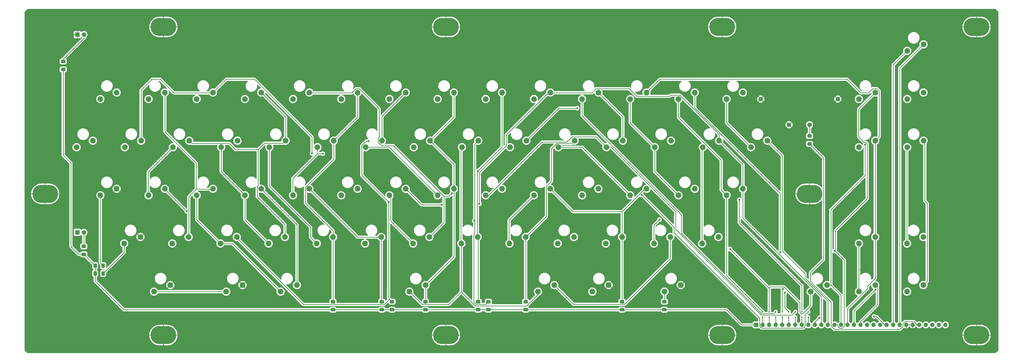
<source format=gbr>
%TF.GenerationSoftware,KiCad,Pcbnew,7.0.6*%
%TF.CreationDate,2023-08-24T23:01:39+03:00*%
%TF.ProjectId,P0101kbd,50303130-316b-4626-942e-6b696361645f,rev?*%
%TF.SameCoordinates,Original*%
%TF.FileFunction,Copper,L2,Bot*%
%TF.FilePolarity,Positive*%
%FSLAX46Y46*%
G04 Gerber Fmt 4.6, Leading zero omitted, Abs format (unit mm)*
G04 Created by KiCad (PCBNEW 7.0.6) date 2023-08-24 23:01:39*
%MOMM*%
%LPD*%
G01*
G04 APERTURE LIST*
G04 Aperture macros list*
%AMRoundRect*
0 Rectangle with rounded corners*
0 $1 Rounding radius*
0 $2 $3 $4 $5 $6 $7 $8 $9 X,Y pos of 4 corners*
0 Add a 4 corners polygon primitive as box body*
4,1,4,$2,$3,$4,$5,$6,$7,$8,$9,$2,$3,0*
0 Add four circle primitives for the rounded corners*
1,1,$1+$1,$2,$3*
1,1,$1+$1,$4,$5*
1,1,$1+$1,$6,$7*
1,1,$1+$1,$8,$9*
0 Add four rect primitives between the rounded corners*
20,1,$1+$1,$2,$3,$4,$5,0*
20,1,$1+$1,$4,$5,$6,$7,0*
20,1,$1+$1,$6,$7,$8,$9,0*
20,1,$1+$1,$8,$9,$2,$3,0*%
G04 Aperture macros list end*
%TA.AperFunction,ComponentPad*%
%ADD10O,10.000000X7.000000*%
%TD*%
%TA.AperFunction,ComponentPad*%
%ADD11C,2.200000*%
%TD*%
%TA.AperFunction,ComponentPad*%
%ADD12R,1.800000X1.800000*%
%TD*%
%TA.AperFunction,ComponentPad*%
%ADD13C,1.800000*%
%TD*%
%TA.AperFunction,ComponentPad*%
%ADD14R,1.700000X1.700000*%
%TD*%
%TA.AperFunction,ComponentPad*%
%ADD15O,1.700000X1.700000*%
%TD*%
%TA.AperFunction,SMDPad,CuDef*%
%ADD16RoundRect,0.112500X0.112500X-0.187500X0.112500X0.187500X-0.112500X0.187500X-0.112500X-0.187500X0*%
%TD*%
%TA.AperFunction,SMDPad,CuDef*%
%ADD17RoundRect,0.250000X0.625000X-0.400000X0.625000X0.400000X-0.625000X0.400000X-0.625000X-0.400000X0*%
%TD*%
%TA.AperFunction,SMDPad,CuDef*%
%ADD18RoundRect,0.250000X-0.625000X0.400000X-0.625000X-0.400000X0.625000X-0.400000X0.625000X0.400000X0*%
%TD*%
%TA.AperFunction,SMDPad,CuDef*%
%ADD19RoundRect,0.250000X-0.400000X-0.625000X0.400000X-0.625000X0.400000X0.625000X-0.400000X0.625000X0*%
%TD*%
%TA.AperFunction,ViaPad*%
%ADD20C,0.800000*%
%TD*%
%TA.AperFunction,Conductor*%
%ADD21C,0.250000*%
%TD*%
G04 APERTURE END LIST*
D10*
%TO.P,OVH1,1*%
%TO.N,/GND*%
X180000000Y-135000000D03*
%TD*%
D11*
%TO.P,SW6,1,1*%
%TO.N,Net-(D1-A)*%
X232960000Y-43080000D03*
%TO.P,SW6,2,2*%
%TO.N,/PB0L*%
X239310000Y-40540000D03*
%TD*%
%TO.P,SW25,1,1*%
%TO.N,Net-(D3-A)*%
X73710000Y-61830000D03*
%TO.P,SW25,2,2*%
%TO.N,/PB3L*%
X80060000Y-59290000D03*
%TD*%
%TO.P,SW47,1,1*%
%TO.N,/PA7LVD*%
X82960000Y-80580000D03*
%TO.P,SW47,2,2*%
%TO.N,/PB1L*%
X89310000Y-78040000D03*
%TD*%
%TO.P,SW34,1,1*%
%TO.N,Net-(D4-A)*%
X195460000Y-80580000D03*
%TO.P,SW34,2,2*%
%TO.N,/PB4L*%
X201810000Y-78040000D03*
%TD*%
%TO.P,SW15,1,1*%
%TO.N,Net-(D2-A)*%
X214210000Y-43080000D03*
%TO.P,SW15,2,2*%
%TO.N,/PB1L*%
X220560000Y-40540000D03*
%TD*%
%TO.P,SW52,1,1*%
%TO.N,/PA7LVD*%
X92210000Y-99330000D03*
%TO.P,SW52,2,2*%
%TO.N,/PB6L*%
X98560000Y-96790000D03*
%TD*%
%TO.P,SW54,1,1*%
%TO.N,Net-(D7-A)*%
X359460000Y-99330000D03*
%TO.P,SW54,2,2*%
%TO.N,/PB0L*%
X365810000Y-96790000D03*
%TD*%
%TO.P,SW67,1,1*%
%TO.N,Net-(D8-A)*%
X340710000Y-99330000D03*
%TO.P,SW67,2,2*%
%TO.N,/PB5L*%
X347060000Y-96790000D03*
%TD*%
%TO.P,SW41,1,1*%
%TO.N,Net-(D5-A)*%
X110960000Y-99330000D03*
%TO.P,SW41,2,2*%
%TO.N,/PB3L*%
X117310000Y-96790000D03*
%TD*%
%TO.P,SW33,1,1*%
%TO.N,Net-(D4-A)*%
X111210000Y-61830000D03*
%TO.P,SW33,2,2*%
%TO.N,/PB3L*%
X117560000Y-59290000D03*
%TD*%
%TO.P,SW29,1,1*%
%TO.N,Net-(D3-A)*%
X167460000Y-61830000D03*
%TO.P,SW29,2,2*%
%TO.N,/PB7L*%
X173810000Y-59290000D03*
%TD*%
%TO.P,SW69,1,1*%
%TO.N,Net-(D8-A)*%
X340710000Y-118080000D03*
%TO.P,SW69,2,2*%
%TO.N,/PB7L*%
X347060000Y-115540000D03*
%TD*%
%TO.P,SW49,1,1*%
%TO.N,/PA7LVD*%
X186210000Y-61830000D03*
%TO.P,SW49,2,2*%
%TO.N,/PB3L*%
X192560000Y-59290000D03*
%TD*%
%TO.P,SW72,1,1*%
%TO.N,/PC5L*%
X236960000Y-118080000D03*
%TO.P,SW72,2,2*%
%TO.N,/GND*%
X243310000Y-115540000D03*
%TD*%
%TO.P,SW19,1,1*%
%TO.N,Net-(D2-A)*%
X251710000Y-43080000D03*
%TO.P,SW19,2,2*%
%TO.N,/PB5L*%
X258060000Y-40540000D03*
%TD*%
%TO.P,SW23,1,1*%
%TO.N,Net-(D3-A)*%
X120460000Y-80580000D03*
%TO.P,SW23,2,2*%
%TO.N,/PB1L*%
X126810000Y-78040000D03*
%TD*%
%TO.P,SW2,1,1*%
%TO.N,/PC5L*%
X265060000Y-118080000D03*
%TO.P,SW2,2,2*%
%TO.N,/GND*%
X271410000Y-115540000D03*
%TD*%
%TO.P,SW1,1,1*%
%TO.N,/PC6L*%
X45460000Y-80580000D03*
%TO.P,SW1,2,2*%
%TO.N,/GND*%
X51810000Y-78040000D03*
%TD*%
%TO.P,SW56,1,1*%
%TO.N,Net-(D7-A)*%
X36210000Y-61830000D03*
%TO.P,SW56,2,2*%
%TO.N,/PB2L*%
X42560000Y-59290000D03*
%TD*%
%TO.P,SW46,1,1*%
%TO.N,/PA7LVD*%
X185960000Y-99330000D03*
%TO.P,SW46,2,2*%
%TO.N,/PB0L*%
X192310000Y-96790000D03*
%TD*%
%TO.P,SW10,1,1*%
%TO.N,Net-(D1-A)*%
X120460000Y-43080000D03*
%TO.P,SW10,2,2*%
%TO.N,/PB4L*%
X126810000Y-40540000D03*
%TD*%
%TO.P,SW61,1,1*%
%TO.N,Net-(D7-A)*%
X270460000Y-43080000D03*
%TO.P,SW61,2,2*%
%TO.N,/PB7L*%
X276810000Y-40540000D03*
%TD*%
%TO.P,SW70,1,1*%
%TO.N,/PA7LVD*%
X215810000Y-118080000D03*
%TO.P,SW70,2,2*%
%TO.N,/PB7L*%
X222160000Y-115540000D03*
%TD*%
%TO.P,SW3,1,1*%
%TO.N,/PC5L*%
X66360000Y-118080000D03*
%TO.P,SW3,2,2*%
%TO.N,/GND*%
X72710000Y-115540000D03*
%TD*%
%TO.P,SW28,1,1*%
%TO.N,Net-(D3-A)*%
X64210000Y-80580000D03*
%TO.P,SW28,2,2*%
%TO.N,/PB6L*%
X70560000Y-78040000D03*
%TD*%
%TO.P,SW38,1,1*%
%TO.N,Net-(D5-A)*%
X139210000Y-80580000D03*
%TO.P,SW38,2,2*%
%TO.N,/PB0L*%
X145560000Y-78040000D03*
%TD*%
%TO.P,SW57,1,1*%
%TO.N,Net-(D7-A)*%
X340710000Y-43080000D03*
%TO.P,SW57,2,2*%
%TO.N,/PB3L*%
X347060000Y-40540000D03*
%TD*%
%TO.P,SW59,1,1*%
%TO.N,Net-(D7-A)*%
X340710000Y-61830000D03*
%TO.P,SW59,2,2*%
%TO.N,/PB5L*%
X347060000Y-59290000D03*
%TD*%
%TO.P,SW21,1,1*%
%TO.N,Net-(D2-A)*%
X260960000Y-99330000D03*
%TO.P,SW21,2,2*%
%TO.N,/PB7L*%
X267310000Y-96790000D03*
%TD*%
%TO.P,SW13,1,1*%
%TO.N,Net-(D1-A)*%
X176710000Y-43080000D03*
%TO.P,SW13,2,2*%
%TO.N,/PB7L*%
X183060000Y-40540000D03*
%TD*%
%TO.P,SW64,1,1*%
%TO.N,Net-(D8-A)*%
X298710000Y-61830000D03*
%TO.P,SW64,2,2*%
%TO.N,/PB2L*%
X305060000Y-59290000D03*
%TD*%
D10*
%TO.P,OVH2,1*%
%TO.N,/GND*%
X70000000Y-135000000D03*
%TD*%
D11*
%TO.P,SW16,1,1*%
%TO.N,Net-(D2-A)*%
X261210000Y-61830000D03*
%TO.P,SW16,2,2*%
%TO.N,/PB2L*%
X267560000Y-59290000D03*
%TD*%
D10*
%TO.P,OVH3,1*%
%TO.N,/GND*%
X287500000Y-135000000D03*
%TD*%
D11*
%TO.P,SW63,1,1*%
%TO.N,Net-(D8-A)*%
X279960000Y-61830000D03*
%TO.P,SW63,2,2*%
%TO.N,/PB1L*%
X286310000Y-59290000D03*
%TD*%
%TO.P,SW30,1,1*%
%TO.N,Net-(D4-A)*%
X242460000Y-61830000D03*
%TO.P,SW30,2,2*%
%TO.N,/PB0L*%
X248810000Y-59290000D03*
%TD*%
%TO.P,SW4,1,1*%
%TO.N,/PC4L*%
X54710000Y-99330000D03*
%TO.P,SW4,2,2*%
%TO.N,/GND*%
X61060000Y-96790000D03*
%TD*%
%TO.P,SW31,1,1*%
%TO.N,Net-(D4-A)*%
X148460000Y-99330000D03*
%TO.P,SW31,2,2*%
%TO.N,/PB1L*%
X154810000Y-96790000D03*
%TD*%
%TO.P,SW36,1,1*%
%TO.N,Net-(D4-A)*%
X148710000Y-61830000D03*
%TO.P,SW36,2,2*%
%TO.N,/PB6L*%
X155060000Y-59290000D03*
%TD*%
%TO.P,SW17,1,1*%
%TO.N,Net-(D2-A)*%
X45460000Y-43080000D03*
%TO.P,SW17,2,2*%
%TO.N,/PB3L*%
X51810000Y-40540000D03*
%TD*%
D10*
%TO.P,OVH4,1*%
%TO.N,/GND*%
X321500000Y-80000000D03*
%TD*%
D11*
%TO.P,SW62,1,1*%
%TO.N,Net-(D8-A)*%
X289210000Y-43080000D03*
%TO.P,SW62,2,2*%
%TO.N,/PB0L*%
X295560000Y-40540000D03*
%TD*%
%TO.P,SW32,1,1*%
%TO.N,Net-(D4-A)*%
X54960000Y-61830000D03*
%TO.P,SW32,2,2*%
%TO.N,/PB2L*%
X61310000Y-59290000D03*
%TD*%
%TO.P,SW22,1,1*%
%TO.N,Net-(D3-A)*%
X223460000Y-99330000D03*
%TO.P,SW22,2,2*%
%TO.N,/PB0L*%
X229810000Y-96790000D03*
%TD*%
%TO.P,SW45,1,1*%
%TO.N,Net-(D5-A)*%
X101710000Y-80580000D03*
%TO.P,SW45,2,2*%
%TO.N,/PB7L*%
X108060000Y-78040000D03*
%TD*%
%TO.P,SW39,1,1*%
%TO.N,Net-(D5-A)*%
X73460000Y-99330000D03*
%TO.P,SW39,2,2*%
%TO.N,/PB1L*%
X79810000Y-96790000D03*
%TD*%
D10*
%TO.P,OVH5,1*%
%TO.N,/GND*%
X180000000Y-15000000D03*
%TD*%
D11*
%TO.P,SW8,1,1*%
%TO.N,Net-(D1-A)*%
X82960000Y-43080000D03*
%TO.P,SW8,2,2*%
%TO.N,/PB2L*%
X89310000Y-40540000D03*
%TD*%
%TO.P,SW11,1,1*%
%TO.N,Net-(D1-A)*%
X139210000Y-43080000D03*
%TO.P,SW11,2,2*%
%TO.N,/PB5L*%
X145560000Y-40540000D03*
%TD*%
%TO.P,SW37,1,1*%
%TO.N,Net-(D4-A)*%
X176710000Y-80580000D03*
%TO.P,SW37,2,2*%
%TO.N,/PB7L*%
X183060000Y-78040000D03*
%TD*%
%TO.P,SW48,1,1*%
%TO.N,/PA7LVD*%
X223710000Y-61830000D03*
%TO.P,SW48,2,2*%
%TO.N,/PB2L*%
X230060000Y-59290000D03*
%TD*%
%TO.P,SW71,1,1*%
%TO.N,/PA7LVD*%
X115610000Y-118080000D03*
%TO.P,SW71,2,2*%
%TO.N,/PB7L*%
X121960000Y-115540000D03*
%TD*%
D10*
%TO.P,OVH6,1*%
%TO.N,/GND*%
X24000000Y-80000000D03*
%TD*%
D11*
%TO.P,SW27,1,1*%
%TO.N,Net-(D3-A)*%
X129960000Y-61830000D03*
%TO.P,SW27,2,2*%
%TO.N,/PB5L*%
X136310000Y-59290000D03*
%TD*%
%TO.P,SW58,1,1*%
%TO.N,Net-(D7-A)*%
X359500000Y-43080000D03*
%TO.P,SW58,2,2*%
%TO.N,/PB4L*%
X365850000Y-40540000D03*
%TD*%
D12*
%TO.P,D9,1,K*%
%TO.N,/GND*%
X36500000Y-18000000D03*
D13*
%TO.P,D9,2,A*%
%TO.N,Net-(D9-A)*%
X39040000Y-18000000D03*
%TD*%
D14*
%TO.P,J1,1,Pin_1*%
%TO.N,/+5V*%
X300736000Y-131000000D03*
D15*
%TO.P,J1,2,Pin_2*%
%TO.N,/PA0L*%
X303276000Y-131000000D03*
%TO.P,J1,3,Pin_3*%
%TO.N,/PA1L*%
X305816000Y-131000000D03*
%TO.P,J1,4,Pin_4*%
%TO.N,/PA2L*%
X308356000Y-131000000D03*
%TO.P,J1,5,Pin_5*%
%TO.N,/PA3L*%
X310896000Y-131000000D03*
%TO.P,J1,6,Pin_6*%
%TO.N,/PA4L*%
X313436000Y-131000000D03*
%TO.P,J1,7,Pin_7*%
%TO.N,/PA5L*%
X315976000Y-131000000D03*
%TO.P,J1,8,Pin_8*%
%TO.N,/PA6L*%
X318516000Y-131000000D03*
%TO.P,J1,9,Pin_9*%
%TO.N,/PA7L*%
X321056000Y-131000000D03*
%TO.P,J1,10,Pin_10*%
%TO.N,/PB0L*%
X323596000Y-131000000D03*
%TO.P,J1,11,Pin_11*%
%TO.N,/PB1L*%
X326136000Y-131000000D03*
%TO.P,J1,12,Pin_12*%
%TO.N,/PB2L*%
X328676000Y-131000000D03*
%TO.P,J1,13,Pin_13*%
%TO.N,/PB3L*%
X331216000Y-131000000D03*
%TO.P,J1,14,Pin_14*%
%TO.N,/PB4L*%
X333756000Y-131000000D03*
%TO.P,J1,15,Pin_15*%
%TO.N,/PB5L*%
X336296000Y-131000000D03*
%TO.P,J1,16,Pin_16*%
%TO.N,/PB6L*%
X338836000Y-131000000D03*
%TO.P,J1,17,Pin_17*%
%TO.N,/PB7L*%
X341376000Y-131000000D03*
%TO.P,J1,18,Pin_18*%
%TO.N,/K17*%
X343916000Y-131000000D03*
%TO.P,J1,19,Pin_19*%
%TO.N,/PC4L*%
X346456000Y-131000000D03*
%TO.P,J1,20,Pin_20*%
%TO.N,/PC5L*%
X348996000Y-131000000D03*
%TO.P,J1,21,Pin_21*%
%TO.N,/PC6L*%
X351536000Y-131000000D03*
%TO.P,J1,22,Pin_22*%
%TO.N,/K21*%
X354076000Y-131000000D03*
%TO.P,J1,23,Pin_23*%
%TO.N,/K22*%
X356616000Y-131000000D03*
%TO.P,J1,24,Pin_24*%
%TO.N,/GND*%
X359156000Y-131000000D03*
%TO.P,J1,25,Pin_25*%
X361696000Y-131000000D03*
%TO.P,J1,26,Pin_26*%
%TO.N,/BIP*%
X364236000Y-131000000D03*
%TO.P,J1,27*%
%TO.N,N/C*%
X366776000Y-131000000D03*
%TO.P,J1,28*%
X369316000Y-131000000D03*
%TO.P,J1,29*%
X371856000Y-131000000D03*
%TO.P,J1,30*%
X374396000Y-131000000D03*
%TD*%
D11*
%TO.P,SW51,1,1*%
%TO.N,/PA7LVD*%
X204960000Y-61830000D03*
%TO.P,SW51,2,2*%
%TO.N,/PB5L*%
X211310000Y-59290000D03*
%TD*%
D10*
%TO.P,OVH7,1*%
%TO.N,/GND*%
X386500000Y-15000000D03*
%TD*%
D11*
%TO.P,SW43,1,1*%
%TO.N,Net-(D5-A)*%
X92460000Y-61830000D03*
%TO.P,SW43,2,2*%
%TO.N,/PB5L*%
X98810000Y-59290000D03*
%TD*%
D12*
%TO.P,D10,1,K*%
%TO.N,/K17*%
X36500000Y-95000000D03*
D13*
%TO.P,D10,2,A*%
%TO.N,Net-(D10-A)*%
X39040000Y-95000000D03*
%TD*%
D11*
%TO.P,SW18,1,1*%
%TO.N,Net-(D2-A)*%
X242210000Y-99330000D03*
%TO.P,SW18,2,2*%
%TO.N,/PB4L*%
X248560000Y-96790000D03*
%TD*%
%TO.P,SW66,1,1*%
%TO.N,Net-(D8-A)*%
X321960000Y-118080000D03*
%TO.P,SW66,2,2*%
%TO.N,/PB4L*%
X328310000Y-115540000D03*
%TD*%
%TO.P,SW55,1,1*%
%TO.N,Net-(D7-A)*%
X289210000Y-80580000D03*
%TO.P,SW55,2,2*%
%TO.N,/PB1L*%
X295560000Y-78040000D03*
%TD*%
%TO.P,SW9,1,1*%
%TO.N,Net-(D1-A)*%
X101710000Y-43080000D03*
%TO.P,SW9,2,2*%
%TO.N,/PB3L*%
X108060000Y-40540000D03*
%TD*%
%TO.P,SW7,1,1*%
%TO.N,Net-(D1-A)*%
X64210000Y-43080000D03*
%TO.P,SW7,2,2*%
%TO.N,/PB1L*%
X70560000Y-40540000D03*
%TD*%
%TO.P,SW50,1,1*%
%TO.N,/PA7LVD*%
X251710000Y-80580000D03*
%TO.P,SW50,2,2*%
%TO.N,/PB4L*%
X258060000Y-78040000D03*
%TD*%
%TO.P,SW26,1,1*%
%TO.N,Net-(D3-A)*%
X214210000Y-80580000D03*
%TO.P,SW26,2,2*%
%TO.N,/PB4L*%
X220560000Y-78040000D03*
%TD*%
%TO.P,SW44,1,1*%
%TO.N,Net-(D5-A)*%
X232960000Y-80580000D03*
%TO.P,SW44,2,2*%
%TO.N,/PB6L*%
X239310000Y-78040000D03*
%TD*%
%TO.P,SW5,1,1*%
%TO.N,/K21*%
X359500000Y-24330000D03*
%TO.P,SW5,2,2*%
%TO.N,/K22*%
X365850000Y-21790000D03*
%TD*%
D10*
%TO.P,OVH8,1*%
%TO.N,/GND*%
X70000000Y-15000000D03*
%TD*%
%TO.P,OVH9,1*%
%TO.N,/GND*%
X386500000Y-135000000D03*
%TD*%
D11*
%TO.P,SW40,1,1*%
%TO.N,Net-(D5-A)*%
X157960000Y-80580000D03*
%TO.P,SW40,2,2*%
%TO.N,/PB2L*%
X164310000Y-78040000D03*
%TD*%
D13*
%TO.P,BZ1,1,-*%
%TO.N,Net-(BZ1--)*%
X321500000Y-53080000D03*
%TO.P,BZ1,2,+*%
%TO.N,/GND*%
X313500000Y-53080000D03*
%TO.P,BZ1,G1*%
X332500000Y-43080000D03*
%TO.P,BZ1,G2*%
X302500000Y-43080000D03*
%TD*%
D11*
%TO.P,SW53,1,1*%
%TO.N,/PA7LVD*%
X165710000Y-118080000D03*
%TO.P,SW53,2,2*%
%TO.N,/PB7L*%
X172060000Y-115540000D03*
%TD*%
%TO.P,SW35,1,1*%
%TO.N,Net-(D4-A)*%
X129710000Y-99330000D03*
%TO.P,SW35,2,2*%
%TO.N,/PB5L*%
X136060000Y-96790000D03*
%TD*%
%TO.P,SW12,1,1*%
%TO.N,Net-(D1-A)*%
X157960000Y-43080000D03*
%TO.P,SW12,2,2*%
%TO.N,/PB6L*%
X164310000Y-40540000D03*
%TD*%
%TO.P,SW14,1,1*%
%TO.N,Net-(D2-A)*%
X195460000Y-43080000D03*
%TO.P,SW14,2,2*%
%TO.N,/PB0L*%
X201810000Y-40540000D03*
%TD*%
%TO.P,SW65,1,1*%
%TO.N,Net-(D8-A)*%
X279710000Y-99330000D03*
%TO.P,SW65,2,2*%
%TO.N,/PB3L*%
X286060000Y-96790000D03*
%TD*%
D10*
%TO.P,OVH10,1*%
%TO.N,/GND*%
X287500000Y-15000000D03*
%TD*%
D11*
%TO.P,SW42,1,1*%
%TO.N,Net-(D5-A)*%
X167210000Y-99330000D03*
%TO.P,SW42,2,2*%
%TO.N,/PB4L*%
X173560000Y-96790000D03*
%TD*%
%TO.P,SW60,1,1*%
%TO.N,Net-(D7-A)*%
X359500000Y-61830000D03*
%TO.P,SW60,2,2*%
%TO.N,/PB6L*%
X365850000Y-59290000D03*
%TD*%
%TO.P,SW20,1,1*%
%TO.N,Net-(D2-A)*%
X270460000Y-80580000D03*
%TO.P,SW20,2,2*%
%TO.N,/PB6L*%
X276810000Y-78040000D03*
%TD*%
%TO.P,SW24,1,1*%
%TO.N,Net-(D3-A)*%
X204710000Y-99330000D03*
%TO.P,SW24,2,2*%
%TO.N,/PB2L*%
X211060000Y-96790000D03*
%TD*%
%TO.P,SW73,1,1*%
%TO.N,/PC5L*%
X94460000Y-118080000D03*
%TO.P,SW73,2,2*%
%TO.N,/GND*%
X100810000Y-115540000D03*
%TD*%
%TO.P,SW68,1,1*%
%TO.N,Net-(D8-A)*%
X359460000Y-118080000D03*
%TO.P,SW68,2,2*%
%TO.N,/PB6L*%
X365810000Y-115540000D03*
%TD*%
D16*
%TO.P,D2,1,K*%
%TO.N,/PA3L*%
X310896000Y-128050000D03*
%TO.P,D2,2,A*%
%TO.N,Net-(D2-A)*%
X310896000Y-125950000D03*
%TD*%
D17*
%TO.P,R13,1*%
%TO.N,/+5V*%
X39000000Y-103550000D03*
%TO.P,R13,2*%
%TO.N,Net-(D10-A)*%
X39000000Y-100450000D03*
%TD*%
%TO.P,R11,1*%
%TO.N,/+5V*%
X265000000Y-125100000D03*
%TO.P,R11,2*%
%TO.N,/PC5L*%
X265000000Y-122000000D03*
%TD*%
D18*
%TO.P,R3,1*%
%TO.N,/PB2L*%
X211000000Y-122000000D03*
%TO.P,R3,2*%
%TO.N,/+5V*%
X211000000Y-125100000D03*
%TD*%
D16*
%TO.P,D8,1,K*%
%TO.N,/PA1L*%
X305816000Y-128050000D03*
%TO.P,D8,2,A*%
%TO.N,Net-(D8-A)*%
X305816000Y-125950000D03*
%TD*%
D18*
%TO.P,R5,1*%
%TO.N,/PB4L*%
X248500000Y-122000000D03*
%TO.P,R5,2*%
%TO.N,/+5V*%
X248500000Y-125100000D03*
%TD*%
D16*
%TO.P,D6,1,K*%
%TO.N,/PA7L*%
X321056000Y-128050000D03*
%TO.P,D6,2,A*%
%TO.N,/PA7LVD*%
X321056000Y-125950000D03*
%TD*%
D19*
%TO.P,R12,1*%
%TO.N,/+5V*%
X43450000Y-111000000D03*
%TO.P,R12,2*%
%TO.N,/PC4L*%
X46550000Y-111000000D03*
%TD*%
%TO.P,R10,1*%
%TO.N,/+5V*%
X43450000Y-108000000D03*
%TO.P,R10,2*%
%TO.N,/PC6L*%
X46550000Y-108000000D03*
%TD*%
D18*
%TO.P,R1,1*%
%TO.N,/PB0L*%
X192500000Y-122000000D03*
%TO.P,R1,2*%
%TO.N,/+5V*%
X192500000Y-125100000D03*
%TD*%
%TO.P,R2,1*%
%TO.N,/PB1L*%
X155000000Y-122000000D03*
%TO.P,R2,2*%
%TO.N,/+5V*%
X155000000Y-125100000D03*
%TD*%
%TO.P,R6,1*%
%TO.N,/PB5L*%
X136000000Y-122000000D03*
%TO.P,R6,2*%
%TO.N,/+5V*%
X136000000Y-125100000D03*
%TD*%
%TO.P,R7,1*%
%TO.N,/PB6L*%
X159000000Y-122000000D03*
%TO.P,R7,2*%
%TO.N,/+5V*%
X159000000Y-125100000D03*
%TD*%
D17*
%TO.P,R14,1*%
%TO.N,/BIP*%
X321500000Y-60550000D03*
%TO.P,R14,2*%
%TO.N,Net-(BZ1--)*%
X321500000Y-57450000D03*
%TD*%
D16*
%TO.P,D3,1,K*%
%TO.N,/PA4L*%
X313436000Y-128050000D03*
%TO.P,D3,2,A*%
%TO.N,Net-(D3-A)*%
X313436000Y-125950000D03*
%TD*%
%TO.P,D1,1,K*%
%TO.N,/PA2L*%
X308356000Y-128050000D03*
%TO.P,D1,2,A*%
%TO.N,Net-(D1-A)*%
X308356000Y-125950000D03*
%TD*%
%TO.P,D7,1,K*%
%TO.N,/PA0L*%
X303276000Y-128050000D03*
%TO.P,D7,2,A*%
%TO.N,Net-(D7-A)*%
X303276000Y-125950000D03*
%TD*%
%TO.P,D4,1,K*%
%TO.N,/PA5L*%
X315976000Y-128050000D03*
%TO.P,D4,2,A*%
%TO.N,Net-(D4-A)*%
X315976000Y-125950000D03*
%TD*%
%TO.P,D5,1,K*%
%TO.N,/PA6L*%
X318516000Y-128050000D03*
%TO.P,D5,2,A*%
%TO.N,Net-(D5-A)*%
X318516000Y-125950000D03*
%TD*%
D18*
%TO.P,R4,1*%
%TO.N,/PB3L*%
X196500000Y-122000000D03*
%TO.P,R4,2*%
%TO.N,/+5V*%
X196500000Y-125100000D03*
%TD*%
D17*
%TO.P,R9,1*%
%TO.N,/+5V*%
X31000000Y-31550000D03*
%TO.P,R9,2*%
%TO.N,Net-(D9-A)*%
X31000000Y-28450000D03*
%TD*%
D18*
%TO.P,R8,1*%
%TO.N,/PB7L*%
X172000000Y-122000000D03*
%TO.P,R8,2*%
%TO.N,/+5V*%
X172000000Y-125100000D03*
%TD*%
D20*
%TO.N,/GND*%
X264000000Y-106000000D03*
X203000000Y-107000000D03*
X308500000Y-75500000D03*
X313500000Y-75500000D03*
X203000000Y-112750000D03*
X180500000Y-93500000D03*
X308500000Y-121000000D03*
X142000000Y-62000000D03*
X302000000Y-93500000D03*
X341000000Y-127000000D03*
X324000000Y-127000000D03*
X163250000Y-57750000D03*
X305000000Y-114000000D03*
X298000000Y-97500000D03*
X335500000Y-85500000D03*
X133250000Y-76250000D03*
X313500000Y-121000000D03*
X339500000Y-104000000D03*
X303000000Y-75500000D03*
X296000000Y-101500000D03*
X145000000Y-121250000D03*
X153750000Y-63000000D03*
X148500000Y-52750000D03*
X211250000Y-69000000D03*
X203000000Y-121000000D03*
X254250000Y-58250000D03*
X335500000Y-92500000D03*
X145000000Y-117000000D03*
X296000000Y-99500000D03*
X300000000Y-95500000D03*
X254000000Y-89500000D03*
X267000000Y-93000000D03*
X261500000Y-82000000D03*
X266500000Y-108500000D03*
X211250000Y-93250000D03*
X172500000Y-63000000D03*
X217000000Y-66250000D03*
X207500000Y-66250000D03*
X173750000Y-55250000D03*
X337500000Y-127000000D03*
X273250000Y-58000000D03*
X258500000Y-54750000D03*
X226000000Y-66250000D03*
X343500000Y-104000000D03*
X231250000Y-53000000D03*
X203000000Y-118000000D03*
X335500000Y-88500000D03*
X269500000Y-105500000D03*
X144750000Y-87750000D03*
X345500000Y-52000000D03*
X278500000Y-53750000D03*
X144500000Y-57000000D03*
X148500000Y-48500000D03*
X274000000Y-93000000D03*
X184500000Y-93500000D03*
X324000000Y-121000000D03*
X343000000Y-120000000D03*
X188500000Y-118000000D03*
X328500000Y-104000000D03*
X331500000Y-104000000D03*
X198000000Y-93500000D03*
X301500000Y-114000000D03*
X145000000Y-109000000D03*
X122000000Y-61500000D03*
X335500000Y-104000000D03*
X246500000Y-89500000D03*
X182250000Y-57750000D03*
X341500000Y-109500000D03*
X216500000Y-95500000D03*
X344500000Y-123500000D03*
X235500000Y-93250000D03*
X327500000Y-127000000D03*
X245000000Y-66250000D03*
X292000000Y-58000000D03*
X211250000Y-79000000D03*
X240250000Y-53000000D03*
%TO.N,Net-(D2-A)*%
X263081300Y-90053100D03*
X311192700Y-116993500D03*
%TO.N,Net-(D3-A)*%
X132041600Y-64350900D03*
X311874100Y-118464100D03*
%TO.N,Net-(D5-A)*%
X294149000Y-82304800D03*
%TO.N,/PA7LVD*%
X256167300Y-80396700D03*
%TO.N,Net-(D8-A)*%
X290582300Y-101504300D03*
%TO.N,/PB0L*%
X192446300Y-71112000D03*
X325320600Y-128243300D03*
%TO.N,/PB1L*%
X192953900Y-83878600D03*
%TO.N,/PB2L*%
X178373100Y-84302100D03*
X127844400Y-64235200D03*
%TO.N,/PB3L*%
X190964900Y-90435700D03*
X331240600Y-102239200D03*
%TO.N,/PB4L*%
X343147400Y-60847800D03*
X182318100Y-79797500D03*
%TO.N,/PB5L*%
X231081800Y-46638500D03*
%TO.N,/PB6L*%
X157678400Y-83203700D03*
X149842100Y-59455600D03*
X347134700Y-117297500D03*
X79086300Y-86767100D03*
%TO.N,/PB7L*%
X310094300Y-102838900D03*
%TO.N,/PC6L*%
X346620600Y-127798900D03*
%TD*%
D21*
%TO.N,/+5V*%
X265000000Y-125100000D02*
X248500000Y-125100000D01*
X155000000Y-125100000D02*
X136000000Y-125100000D01*
X196500000Y-125100000D02*
X192500000Y-125100000D01*
X39000000Y-103550000D02*
X37050000Y-103550000D01*
X43450000Y-108000000D02*
X39000000Y-103550000D01*
X300736000Y-131000000D02*
X295000000Y-131000000D01*
X34000000Y-68000000D02*
X31000000Y-65000000D01*
X172000000Y-125100000D02*
X159000000Y-125100000D01*
X43450000Y-111000000D02*
X43450000Y-108000000D01*
X159000000Y-125100000D02*
X155000000Y-125100000D01*
X54600000Y-125100000D02*
X43450000Y-113950000D01*
X192500000Y-125100000D02*
X172000000Y-125100000D01*
X248500000Y-125100000D02*
X211000000Y-125100000D01*
X136000000Y-125100000D02*
X54600000Y-125100000D01*
X37050000Y-103550000D02*
X34000000Y-100500000D01*
X43450000Y-113950000D02*
X43450000Y-111000000D01*
X295000000Y-131000000D02*
X289100000Y-125100000D01*
X34000000Y-100500000D02*
X34000000Y-68000000D01*
X211000000Y-125100000D02*
X196500000Y-125100000D01*
X289100000Y-125100000D02*
X265000000Y-125100000D01*
X31000000Y-65000000D02*
X31000000Y-31550000D01*
%TO.N,/GND*%
X341000000Y-127000000D02*
X344500000Y-123500000D01*
X203000000Y-118000000D02*
X203000000Y-112750000D01*
X296000000Y-99500000D02*
X298000000Y-97500000D01*
X341500000Y-109500000D02*
X343500000Y-107500000D01*
X203000000Y-121000000D02*
X203000000Y-118000000D01*
X359156000Y-131000000D02*
X359156000Y-140656000D01*
X343500000Y-107500000D02*
X343500000Y-104000000D01*
X211250000Y-69000000D02*
X214000000Y-66250000D01*
X296000000Y-99500000D02*
X296000000Y-101500000D01*
X335500000Y-104000000D02*
X339500000Y-104000000D01*
X361696000Y-131000000D02*
X361696000Y-140804000D01*
X335500000Y-104000000D02*
X335500000Y-92500000D01*
X203000000Y-107000000D02*
X203000000Y-112750000D01*
X211250000Y-79000000D02*
X211250000Y-69000000D01*
X359156000Y-140656000D02*
X359500000Y-141000000D01*
X374500000Y-141000000D02*
X380500000Y-135000000D01*
X214000000Y-66250000D02*
X217000000Y-66250000D01*
X380500000Y-135000000D02*
X386500000Y-135000000D01*
X361696000Y-140804000D02*
X361500000Y-141000000D01*
X299500000Y-141000000D02*
X359500000Y-141000000D01*
X361500000Y-141000000D02*
X374500000Y-141000000D01*
X287500000Y-135000000D02*
X293500000Y-135000000D01*
X293500000Y-135000000D02*
X299500000Y-141000000D01*
X335500000Y-88500000D02*
X335500000Y-85500000D01*
X359500000Y-141000000D02*
X361500000Y-141000000D01*
X324000000Y-121000000D02*
X324000000Y-127000000D01*
%TO.N,/PA2L*%
X308356000Y-128050000D02*
X308356000Y-131000000D01*
%TO.N,Net-(D1-A)*%
X271540600Y-95237100D02*
X271540600Y-88100200D01*
X271540600Y-88100200D02*
X232960000Y-49519600D01*
X302930800Y-126627300D02*
X271540600Y-95237100D01*
X308356000Y-125950000D02*
X307678700Y-126627300D01*
X307678700Y-126627300D02*
X302930800Y-126627300D01*
X232960000Y-49519600D02*
X232960000Y-43080000D01*
%TO.N,/PA3L*%
X310896000Y-128050000D02*
X310896000Y-131000000D01*
%TO.N,Net-(D2-A)*%
X310896000Y-125950000D02*
X310896000Y-117290200D01*
X260960000Y-99330000D02*
X260868400Y-99238400D01*
X260868400Y-99238400D02*
X260868400Y-92266000D01*
X310896000Y-117290200D02*
X311192700Y-116993500D01*
X261210000Y-61830000D02*
X251710000Y-52330000D01*
X261210000Y-71330000D02*
X270460000Y-80580000D01*
X260868400Y-92266000D02*
X263081300Y-90053100D01*
X251710000Y-52330000D02*
X251710000Y-43080000D01*
X261210000Y-61830000D02*
X261210000Y-71330000D01*
%TO.N,/PA4L*%
X313436000Y-128050000D02*
X313436000Y-131000000D01*
%TO.N,Net-(D3-A)*%
X130005100Y-64350900D02*
X132041600Y-64350900D01*
X204710000Y-99330000D02*
X204537700Y-99157700D01*
X120368400Y-80488400D02*
X120368400Y-73987600D01*
X204537700Y-99157700D02*
X204537700Y-90252300D01*
X311874100Y-124388100D02*
X311874100Y-118464100D01*
X64118400Y-71421600D02*
X64118400Y-80488400D01*
X313436000Y-125950000D02*
X311874100Y-124388100D01*
X204537700Y-90252300D02*
X214210000Y-80580000D01*
X120368400Y-73987600D02*
X130005100Y-64350900D01*
X130005100Y-61875100D02*
X129960000Y-61830000D01*
X64118400Y-80488400D02*
X64210000Y-80580000D01*
X130005100Y-64350900D02*
X130005100Y-61875100D01*
X120460000Y-80580000D02*
X120368400Y-80488400D01*
X73710000Y-61830000D02*
X64118400Y-71421600D01*
%TO.N,/PA5L*%
X315976000Y-128050000D02*
X315976000Y-131000000D01*
%TO.N,Net-(D4-A)*%
X111210000Y-76922800D02*
X127255400Y-92968200D01*
X229063200Y-57798800D02*
X227060100Y-59801900D01*
X157960000Y-61830000D02*
X176710000Y-80580000D01*
X148710000Y-61830000D02*
X157960000Y-61830000D01*
X217413100Y-59801900D02*
X196635000Y-80580000D01*
X127255400Y-92968200D02*
X127255400Y-96875400D01*
X111210000Y-61830000D02*
X111210000Y-76922800D01*
X302738400Y-127176600D02*
X314749400Y-127176600D01*
X269325900Y-93764100D02*
X302738400Y-127176600D01*
X196635000Y-80580000D02*
X195460000Y-80580000D01*
X242460000Y-61830000D02*
X238428800Y-57798800D01*
X242460000Y-61830000D02*
X244303500Y-61830000D01*
X227060100Y-59801900D02*
X217413100Y-59801900D01*
X269325900Y-86852400D02*
X269325900Y-93764100D01*
X314749400Y-127176600D02*
X315976000Y-125950000D01*
X127255400Y-96875400D02*
X129710000Y-99330000D01*
X244303500Y-61830000D02*
X269325900Y-86852400D01*
X238428800Y-57798800D02*
X229063200Y-57798800D01*
%TO.N,/PA6L*%
X318516000Y-128050000D02*
X318516000Y-131000000D01*
%TO.N,Net-(D5-A)*%
X158455300Y-90575300D02*
X158455300Y-81075300D01*
X158455300Y-81075300D02*
X157960000Y-80580000D01*
X101710000Y-80580000D02*
X92460000Y-71330000D01*
X101710000Y-80580000D02*
X101710000Y-90080000D01*
X318516000Y-115690000D02*
X294149000Y-91323000D01*
X101710000Y-90080000D02*
X110960000Y-99330000D01*
X318516000Y-125950000D02*
X318516000Y-115690000D01*
X167210000Y-99330000D02*
X158455300Y-90575300D01*
X92460000Y-71330000D02*
X92460000Y-61830000D01*
X294149000Y-91323000D02*
X294149000Y-82304800D01*
%TO.N,/PA7L*%
X321056000Y-128050000D02*
X321056000Y-131000000D01*
%TO.N,/PA7LVD*%
X319786000Y-131556200D02*
X319786000Y-127220000D01*
X211387800Y-123615300D02*
X191382300Y-123615300D01*
X256167300Y-80396700D02*
X268785400Y-93014800D01*
X186210000Y-61830000D02*
X185827700Y-62212300D01*
X302048800Y-131519200D02*
X302793500Y-132263900D01*
X185827700Y-62212300D02*
X185827700Y-99197700D01*
X96860000Y-99330000D02*
X92210000Y-99330000D01*
X191382300Y-123615300D02*
X185960000Y-118193000D01*
X215810000Y-118080000D02*
X215810000Y-119193100D01*
X268785400Y-93014800D02*
X268785400Y-95087900D01*
X302048800Y-128351300D02*
X302048800Y-131519200D01*
X185827700Y-99197700D02*
X185960000Y-99330000D01*
X115610000Y-118080000D02*
X96860000Y-99330000D01*
X181086000Y-123067000D02*
X185960000Y-118193000D01*
X302793500Y-132263900D02*
X319078300Y-132263900D01*
X92210000Y-99330000D02*
X82960000Y-90080000D01*
X319078300Y-132263900D02*
X319786000Y-131556200D01*
X185960000Y-118193000D02*
X185960000Y-99330000D01*
X82960000Y-90080000D02*
X82960000Y-80580000D01*
X268785400Y-95087900D02*
X302048800Y-128351300D01*
X223710000Y-61830000D02*
X232960000Y-61830000D01*
X215810000Y-119193100D02*
X211387800Y-123615300D01*
X232960000Y-61830000D02*
X251710000Y-80580000D01*
X165710000Y-118080000D02*
X170697000Y-123067000D01*
X319786000Y-127220000D02*
X321056000Y-125950000D01*
X170697000Y-123067000D02*
X181086000Y-123067000D01*
%TO.N,/PA0L*%
X303276000Y-128050000D02*
X303276000Y-131000000D01*
%TO.N,Net-(D7-A)*%
X359373000Y-99243000D02*
X359373000Y-61957000D01*
X287073300Y-78443300D02*
X287073300Y-66778600D01*
X359373000Y-61957000D02*
X359500000Y-61830000D01*
X287073300Y-66778600D02*
X270460000Y-50165300D01*
X303276000Y-125950000D02*
X289210000Y-111884000D01*
X289210000Y-111884000D02*
X289210000Y-80580000D01*
X359460000Y-99330000D02*
X359373000Y-99243000D01*
X270460000Y-50165300D02*
X270460000Y-43080000D01*
X289210000Y-80580000D02*
X287073300Y-78443300D01*
%TO.N,/PA1L*%
X305816000Y-128050000D02*
X305816000Y-131000000D01*
%TO.N,Net-(D8-A)*%
X321960000Y-123526700D02*
X321960000Y-118080000D01*
X311513900Y-116215300D02*
X317704100Y-122405500D01*
X340621200Y-117991200D02*
X340621200Y-99418800D01*
X279622600Y-99242600D02*
X279622600Y-62167400D01*
X305816000Y-125950000D02*
X305816000Y-116738000D01*
X317704100Y-122405500D02*
X317704100Y-126145000D01*
X289210000Y-52330000D02*
X289210000Y-43080000D01*
X305816000Y-116738000D02*
X306338700Y-116215300D01*
X298710000Y-61830000D02*
X289210000Y-52330000D01*
X279710000Y-99330000D02*
X279622600Y-99242600D01*
X306338700Y-116215300D02*
X311513900Y-116215300D01*
X318821300Y-126665400D02*
X321960000Y-123526700D01*
X279622600Y-62167400D02*
X279960000Y-61830000D01*
X318224500Y-126665400D02*
X318821300Y-126665400D01*
X305816000Y-116738000D02*
X290582300Y-101504300D01*
X317704100Y-126145000D02*
X318224500Y-126665400D01*
X340621200Y-99418800D02*
X340710000Y-99330000D01*
X340710000Y-118080000D02*
X340621200Y-117991200D01*
%TO.N,Net-(D9-A)*%
X39040000Y-19460000D02*
X31000000Y-27500000D01*
X39040000Y-18000000D02*
X39040000Y-19460000D01*
X31000000Y-27500000D02*
X31000000Y-28450000D01*
%TO.N,Net-(D10-A)*%
X39040000Y-100410000D02*
X39040000Y-95000000D01*
X39000000Y-100450000D02*
X39040000Y-100410000D01*
%TO.N,/PB0L*%
X192177000Y-71381300D02*
X192177000Y-96657000D01*
X192500000Y-122000000D02*
X192500000Y-96980000D01*
X323790800Y-129773100D02*
X325320600Y-128243300D01*
X201810000Y-40540000D02*
X201810000Y-61748300D01*
X239310000Y-40540000D02*
X248810000Y-50040000D01*
X323596000Y-131000000D02*
X323596000Y-129773100D01*
X192500000Y-96980000D02*
X192310000Y-96790000D01*
X192177000Y-96657000D02*
X192310000Y-96790000D01*
X201810000Y-61748300D02*
X192446300Y-71112000D01*
X192446300Y-71112000D02*
X192177000Y-71381300D01*
X323596000Y-129773100D02*
X323790800Y-129773100D01*
X248810000Y-50040000D02*
X248810000Y-59290000D01*
%TO.N,/PB1L*%
X79863200Y-96736800D02*
X79863200Y-81105500D01*
X82794000Y-67992200D02*
X70560000Y-55758200D01*
X251334800Y-39048600D02*
X254309700Y-42023500D01*
X254309700Y-42023500D02*
X267008300Y-42023500D01*
X79863200Y-81105500D02*
X82794000Y-78174700D01*
X154810000Y-96882400D02*
X154810000Y-96790000D01*
X326136000Y-120033700D02*
X326136000Y-131000000D01*
X145652400Y-96882400D02*
X126810000Y-78040000D01*
X238313400Y-39048600D02*
X251334800Y-39048600D01*
X220560000Y-40540000D02*
X219927100Y-40540000D01*
X203415500Y-57051600D02*
X203415500Y-61285900D01*
X286310000Y-56831400D02*
X286310000Y-59290000D01*
X220648400Y-40628400D02*
X236733600Y-40628400D01*
X267008300Y-42023500D02*
X267451600Y-41580200D01*
X286310000Y-59290000D02*
X295560000Y-68540000D01*
X79810000Y-96790000D02*
X79863200Y-96736800D01*
X295560000Y-78040000D02*
X295560000Y-89457700D01*
X192953900Y-71747500D02*
X192953900Y-83878600D01*
X155000000Y-122000000D02*
X154810000Y-121810000D01*
X236733600Y-40628400D02*
X238313400Y-39048600D01*
X295560000Y-89457700D02*
X326136000Y-120033700D01*
X82794000Y-78174700D02*
X82794000Y-67992200D01*
X220560000Y-40540000D02*
X220648400Y-40628400D01*
X295560000Y-68540000D02*
X295560000Y-78040000D01*
X89310000Y-78040000D02*
X89175300Y-78174700D01*
X219927100Y-40540000D02*
X203415500Y-57051600D01*
X267451600Y-41580200D02*
X271058800Y-41580200D01*
X271058800Y-41580200D02*
X286310000Y-56831400D01*
X203415500Y-61285900D02*
X192953900Y-71747500D01*
X154810000Y-96882400D02*
X145652400Y-96882400D01*
X70560000Y-55758200D02*
X70560000Y-40540000D01*
X154810000Y-121810000D02*
X154810000Y-96882400D01*
X89175300Y-78174700D02*
X82794000Y-78174700D01*
%TO.N,/PB2L*%
X127844400Y-57805000D02*
X105411200Y-35371800D01*
X223117800Y-60329300D02*
X229020700Y-60329300D01*
X164310000Y-78040000D02*
X170572100Y-84302100D01*
X310863700Y-102188500D02*
X310863700Y-65093700D01*
X229020700Y-60329300D02*
X230060000Y-59290000D01*
X127844400Y-64235200D02*
X127844400Y-57805000D01*
X328676000Y-131000000D02*
X328676000Y-121728400D01*
X310863700Y-65093700D02*
X305060000Y-59290000D01*
X68752400Y-35368600D02*
X65579100Y-35368600D01*
X89310000Y-40540000D02*
X89175300Y-40674700D01*
X211000000Y-96850000D02*
X211060000Y-96790000D01*
X319708200Y-111033000D02*
X310863700Y-102188500D01*
X89175300Y-40674700D02*
X74058500Y-40674700D01*
X221039600Y-62407500D02*
X223117800Y-60329300D01*
X328676000Y-121728400D02*
X319708200Y-112760600D01*
X219083100Y-88766900D02*
X219083100Y-77028900D01*
X61310000Y-39637700D02*
X61310000Y-59290000D01*
X219083100Y-77028900D02*
X221039600Y-75072400D01*
X105411200Y-35371800D02*
X94478200Y-35371800D01*
X221039600Y-75072400D02*
X221039600Y-62407500D01*
X74058500Y-40674700D02*
X68752400Y-35368600D01*
X170572100Y-84302100D02*
X178373100Y-84302100D01*
X94478200Y-35371800D02*
X89310000Y-40540000D01*
X211060000Y-96790000D02*
X219083100Y-88766900D01*
X211000000Y-122000000D02*
X211000000Y-96850000D01*
X65579100Y-35368600D02*
X61310000Y-39637700D01*
X319708200Y-112760600D02*
X319708200Y-111033000D01*
%TO.N,/PB3L*%
X191621200Y-123065600D02*
X195434400Y-123065600D01*
X106901100Y-62731800D02*
X98025600Y-62731800D01*
X109361800Y-60271100D02*
X106901100Y-62731800D01*
X343413500Y-59950500D02*
X343938600Y-60475600D01*
X334314300Y-132236300D02*
X333170800Y-132236300D01*
X117310000Y-96790000D02*
X117310000Y-91907500D01*
X340570000Y-57793300D02*
X342727200Y-59950500D01*
X106535700Y-77076300D02*
X106901100Y-76710900D01*
X117560000Y-50040000D02*
X117560000Y-59290000D01*
X333170800Y-132236300D02*
X332442900Y-131508400D01*
X190793200Y-95818800D02*
X190793200Y-122237600D01*
X191128600Y-90435700D02*
X191128600Y-95483400D01*
X117310000Y-91907500D02*
X106535700Y-81133200D01*
X95646900Y-60353100D02*
X81123100Y-60353100D01*
X343938600Y-60475600D02*
X343938600Y-81930100D01*
X106535700Y-81133200D02*
X106535700Y-77076300D01*
X332442900Y-131508400D02*
X332442900Y-131000000D01*
X335015100Y-105704900D02*
X335015100Y-131535500D01*
X108060000Y-40540000D02*
X117560000Y-50040000D01*
X340570000Y-47030000D02*
X340570000Y-57793300D01*
X335015100Y-131535500D02*
X334314300Y-132236300D01*
X116579000Y-60271000D02*
X116579000Y-60271100D01*
X81123100Y-60353100D02*
X80060000Y-59290000D01*
X331216000Y-131000000D02*
X332442900Y-131000000D01*
X116579000Y-60271100D02*
X109361800Y-60271100D01*
X195434400Y-123065600D02*
X196500000Y-122000000D01*
X331240600Y-102239200D02*
X331549400Y-102239200D01*
X191128600Y-90435700D02*
X190964900Y-90435700D01*
X98025600Y-62731800D02*
X95646900Y-60353100D01*
X191128600Y-60721400D02*
X191128600Y-90435700D01*
X190793200Y-122237600D02*
X191621200Y-123065600D01*
X331549400Y-94319300D02*
X331549400Y-102239200D01*
X347060000Y-40540000D02*
X340570000Y-47030000D01*
X117560000Y-59290000D02*
X116579000Y-60271000D01*
X331549400Y-102239200D02*
X335015100Y-105704900D01*
X191128600Y-95483400D02*
X190793200Y-95818800D01*
X192560000Y-59290000D02*
X191128600Y-60721400D01*
X342727200Y-59950500D02*
X343413500Y-59950500D01*
X106901100Y-76710900D02*
X106901100Y-62731800D01*
X343938600Y-81930100D02*
X331549400Y-94319300D01*
%TO.N,/PB4L*%
X248560000Y-86905400D02*
X248560000Y-96790000D01*
X153569500Y-58292500D02*
X153569500Y-59912200D01*
X333756000Y-131000000D02*
X333756000Y-119511900D01*
X343147400Y-60847800D02*
X343147400Y-72817000D01*
X154881800Y-61224500D02*
X159446700Y-61224500D01*
X229425400Y-86905400D02*
X248560000Y-86905400D01*
X126810000Y-40540000D02*
X126944700Y-40674700D01*
X179164300Y-80942100D02*
X179164300Y-91185700D01*
X258060000Y-78040000D02*
X257425400Y-78040000D01*
X248500000Y-122000000D02*
X248500000Y-96850000D01*
X179164300Y-91185700D02*
X173560000Y-96790000D01*
X333756000Y-119511900D02*
X329784100Y-115540000D01*
X126944700Y-40674700D02*
X143336800Y-40674700D01*
X248500000Y-96850000D02*
X248560000Y-96790000D01*
X220560000Y-78040000D02*
X229425400Y-86905400D01*
X153947700Y-46767100D02*
X153947700Y-57914300D01*
X146242300Y-39061700D02*
X153947700Y-46767100D01*
X179164300Y-80942100D02*
X181173500Y-80942100D01*
X329784100Y-86180300D02*
X329784100Y-115540000D01*
X153569500Y-59912200D02*
X154881800Y-61224500D01*
X153947700Y-57914300D02*
X153569500Y-58292500D01*
X143336800Y-40674700D02*
X144949800Y-39061700D01*
X159446700Y-61224500D02*
X179164300Y-80942100D01*
X257425400Y-78040000D02*
X248560000Y-86905400D01*
X181173500Y-80942100D02*
X182318100Y-79797500D01*
X343147400Y-72817000D02*
X329784100Y-86180300D01*
X144949800Y-39061700D02*
X146242300Y-39061700D01*
X329784100Y-115540000D02*
X328310000Y-115540000D01*
%TO.N,/PB5L*%
X126308100Y-84590300D02*
X136060000Y-94342200D01*
X136060000Y-94342200D02*
X136060000Y-96790000D01*
X223961500Y-46638500D02*
X231081800Y-46638500D01*
X136310000Y-66451500D02*
X125285700Y-77475800D01*
X348586400Y-39933600D02*
X348586400Y-57763600D01*
X347060000Y-112904900D02*
X344062100Y-115902800D01*
X341384600Y-40631600D02*
X344434200Y-40631600D01*
X344062100Y-116917700D02*
X336296000Y-124683800D01*
X344434200Y-40631600D02*
X346027200Y-39038600D01*
X263232300Y-35367700D02*
X336120700Y-35367700D01*
X346027200Y-39038600D02*
X347691400Y-39038600D01*
X347060000Y-96790000D02*
X347060000Y-112904900D01*
X347060000Y-59290000D02*
X347060000Y-96790000D01*
X145560000Y-50040000D02*
X145560000Y-40540000D01*
X336120700Y-35367700D02*
X341384600Y-40631600D01*
X125285700Y-83565800D02*
X126308100Y-84588200D01*
X258060000Y-40540000D02*
X263232300Y-35367700D01*
X211310000Y-59290000D02*
X223961500Y-46638500D01*
X348586400Y-57763600D02*
X347060000Y-59290000D01*
X136310000Y-59290000D02*
X145560000Y-50040000D01*
X126308100Y-84588200D02*
X126308100Y-84590300D01*
X136060000Y-121940000D02*
X136060000Y-96790000D01*
X136310000Y-59290000D02*
X136310000Y-66451500D01*
X136000000Y-122000000D02*
X136060000Y-121940000D01*
X344062100Y-115902800D02*
X344062100Y-116917700D01*
X336296000Y-124683800D02*
X336296000Y-131000000D01*
X347691400Y-39038600D02*
X348586400Y-39933600D01*
X125285700Y-77475800D02*
X125285700Y-83565800D01*
%TO.N,/PB6L*%
X98560000Y-97156000D02*
X98560000Y-96790000D01*
X124476200Y-123072200D02*
X98560000Y-97156000D01*
X148970700Y-59455600D02*
X149842100Y-59455600D01*
X366324700Y-82781700D02*
X366324700Y-59764700D01*
X70560000Y-78240800D02*
X70560000Y-78040000D01*
X159000000Y-122000000D02*
X157989400Y-120989300D01*
X338836000Y-131000000D02*
X338836000Y-125596200D01*
X147231100Y-61195200D02*
X148970700Y-59455600D01*
X147231100Y-72756400D02*
X147231100Y-61195200D01*
X155060000Y-49790000D02*
X164310000Y-40540000D01*
X367294600Y-83751600D02*
X366324700Y-82781700D01*
X338836000Y-125596200D02*
X347134700Y-117297500D01*
X157678400Y-120678400D02*
X157678400Y-83203700D01*
X155906500Y-123072200D02*
X124476200Y-123072200D01*
X367294600Y-114055400D02*
X367294600Y-83751600D01*
X157989400Y-120989300D02*
X157678400Y-120678400D01*
X79086300Y-86767100D02*
X70560000Y-78240800D01*
X157678400Y-83203700D02*
X147231100Y-72756400D01*
X365810000Y-115540000D02*
X367294600Y-114055400D01*
X366324700Y-59764700D02*
X365850000Y-59290000D01*
X157989400Y-120989300D02*
X155906500Y-123072200D01*
X155060000Y-59290000D02*
X155060000Y-49790000D01*
%TO.N,/PB7L*%
X310094300Y-79890300D02*
X310094300Y-102838900D01*
X183060000Y-78040000D02*
X183095000Y-78075000D01*
X229652600Y-123032600D02*
X222160000Y-115540000D01*
X183095000Y-78075000D02*
X183095000Y-104505000D01*
X341376000Y-131000000D02*
X341376000Y-129773100D01*
X267310000Y-96790000D02*
X267310000Y-105162100D01*
X347911600Y-116391600D02*
X347060000Y-115540000D01*
X172060000Y-121940000D02*
X172060000Y-115540000D01*
X341376000Y-129773100D02*
X347911600Y-123237500D01*
X276810000Y-46606000D02*
X310094300Y-79890300D01*
X183060000Y-68540000D02*
X183060000Y-78040000D01*
X173810000Y-59290000D02*
X183060000Y-68540000D01*
X249439500Y-123032600D02*
X229652600Y-123032600D01*
X276810000Y-40540000D02*
X276810000Y-46606000D01*
X172000000Y-122000000D02*
X172060000Y-121940000D01*
X183060000Y-40540000D02*
X183060000Y-50040000D01*
X121960000Y-91940000D02*
X121960000Y-115540000D01*
X183095000Y-104505000D02*
X172060000Y-115540000D01*
X267310000Y-105162100D02*
X249439500Y-123032600D01*
X183060000Y-50040000D02*
X173810000Y-59290000D01*
X108060000Y-78040000D02*
X121960000Y-91940000D01*
X347911600Y-123237500D02*
X347911600Y-116391600D01*
%TO.N,/PC6L*%
X346620600Y-127798900D02*
X347616400Y-127798900D01*
X45460000Y-106910000D02*
X45460000Y-80580000D01*
X351536000Y-131000000D02*
X350309100Y-131000000D01*
X46550000Y-108000000D02*
X45460000Y-106910000D01*
X347616400Y-127798900D02*
X350309100Y-130491600D01*
X350309100Y-130491600D02*
X350309100Y-131000000D01*
%TO.N,/PC5L*%
X265060000Y-121940000D02*
X265060000Y-118080000D01*
X265000000Y-122000000D02*
X265060000Y-121940000D01*
X94460000Y-118080000D02*
X66360000Y-118080000D01*
%TO.N,/PC4L*%
X54710000Y-102840000D02*
X54710000Y-99330000D01*
X46550000Y-111000000D02*
X54710000Y-102840000D01*
%TO.N,/BIP*%
X364236000Y-131000000D02*
X363009100Y-131000000D01*
X356682900Y-132759300D02*
X331186400Y-132759300D01*
X357886000Y-130442500D02*
X357886000Y-131556200D01*
X329946000Y-131518900D02*
X329946000Y-122162900D01*
X363009100Y-130491600D02*
X362256300Y-129738800D01*
X358589700Y-129738800D02*
X357886000Y-130442500D01*
X331186400Y-132759300D02*
X329946000Y-131518900D01*
X326937700Y-105588300D02*
X326937700Y-65987700D01*
X363009100Y-131000000D02*
X363009100Y-130491600D01*
X329946000Y-122162900D02*
X321838400Y-114055300D01*
X321838400Y-110687600D02*
X326937700Y-105588300D01*
X357886000Y-131556200D02*
X356682900Y-132759300D01*
X321838400Y-114055300D02*
X321838400Y-110687600D01*
X326937700Y-65987700D02*
X321500000Y-60550000D01*
X362256300Y-129738800D02*
X358589700Y-129738800D01*
%TO.N,Net-(BZ1--)*%
X321500000Y-57450000D02*
X321500000Y-53080000D01*
%TO.N,/K21*%
X354076000Y-29754000D02*
X354076000Y-131000000D01*
X359500000Y-24330000D02*
X354076000Y-29754000D01*
%TO.N,/K22*%
X356616000Y-131000000D02*
X356616000Y-31024000D01*
X356616000Y-31024000D02*
X365850000Y-21790000D01*
%TD*%
%TA.AperFunction,Conductor*%
%TO.N,/GND*%
G36*
X361196000Y-130928111D02*
G01*
X361196000Y-131071889D01*
X361211595Y-131125000D01*
X359640405Y-131125000D01*
X359656000Y-131071889D01*
X359656000Y-130928111D01*
X359640405Y-130875000D01*
X361211595Y-130875000D01*
X361196000Y-130928111D01*
G37*
%TD.AperFunction*%
%TA.AperFunction,Conductor*%
G36*
X219880051Y-79490726D02*
G01*
X220063886Y-79566872D01*
X220063887Y-79566872D01*
X220063889Y-79566873D01*
X220308852Y-79625683D01*
X220560000Y-79645449D01*
X220811148Y-79625683D01*
X221056111Y-79566873D01*
X221082924Y-79555766D01*
X221152388Y-79548297D01*
X221214868Y-79579569D01*
X221218055Y-79582645D01*
X225076364Y-83440955D01*
X228924597Y-87289188D01*
X228934422Y-87301451D01*
X228934643Y-87301269D01*
X228939614Y-87307278D01*
X228965617Y-87331695D01*
X228990035Y-87354626D01*
X229010929Y-87375520D01*
X229016411Y-87379773D01*
X229020843Y-87383557D01*
X229054818Y-87415462D01*
X229072376Y-87425114D01*
X229088633Y-87435793D01*
X229104464Y-87448073D01*
X229124137Y-87456586D01*
X229147233Y-87466582D01*
X229152477Y-87469150D01*
X229193308Y-87491597D01*
X229205923Y-87494835D01*
X229212705Y-87496577D01*
X229231119Y-87502881D01*
X229249504Y-87510838D01*
X229295557Y-87518132D01*
X229301226Y-87519306D01*
X229346381Y-87530900D01*
X229366416Y-87530900D01*
X229385813Y-87532426D01*
X229405596Y-87535560D01*
X229451983Y-87531175D01*
X229457822Y-87530900D01*
X247810500Y-87530900D01*
X247877539Y-87550585D01*
X247923294Y-87603389D01*
X247934500Y-87654900D01*
X247934500Y-95233866D01*
X247914815Y-95300905D01*
X247862011Y-95346660D01*
X247857955Y-95348426D01*
X247831142Y-95359532D01*
X247831141Y-95359533D01*
X247616346Y-95491160D01*
X247616343Y-95491161D01*
X247424776Y-95654776D01*
X247261161Y-95846343D01*
X247261160Y-95846346D01*
X247129533Y-96061140D01*
X247033126Y-96293889D01*
X246974317Y-96538848D01*
X246954551Y-96789999D01*
X246954551Y-96790000D01*
X246956603Y-96816067D01*
X246974317Y-97041151D01*
X247033126Y-97286110D01*
X247129533Y-97518859D01*
X247261160Y-97733653D01*
X247261161Y-97733656D01*
X247307022Y-97787352D01*
X247424776Y-97925224D01*
X247486644Y-97978064D01*
X247616343Y-98088838D01*
X247616346Y-98088839D01*
X247815289Y-98210752D01*
X247862164Y-98262563D01*
X247874499Y-98316479D01*
X247874500Y-120732465D01*
X247854815Y-120799504D01*
X247802011Y-120845259D01*
X247763102Y-120855823D01*
X247722202Y-120860001D01*
X247722200Y-120860001D01*
X247555668Y-120915185D01*
X247555663Y-120915187D01*
X247406342Y-121007289D01*
X247282289Y-121131342D01*
X247190187Y-121280663D01*
X247190185Y-121280666D01*
X247190186Y-121280666D01*
X247135001Y-121447203D01*
X247135001Y-121447204D01*
X247135000Y-121447204D01*
X247124500Y-121549983D01*
X247124500Y-121549991D01*
X247124500Y-121962787D01*
X247124501Y-122283100D01*
X247104817Y-122350139D01*
X247052013Y-122395894D01*
X247000501Y-122407100D01*
X229963052Y-122407100D01*
X229896013Y-122387415D01*
X229875371Y-122370781D01*
X225584591Y-118080000D01*
X235354551Y-118080000D01*
X235374317Y-118331151D01*
X235433126Y-118576110D01*
X235529533Y-118808859D01*
X235661160Y-119023653D01*
X235661161Y-119023656D01*
X235661164Y-119023659D01*
X235824776Y-119215224D01*
X235934646Y-119309062D01*
X236016343Y-119378838D01*
X236016346Y-119378839D01*
X236231140Y-119510466D01*
X236419042Y-119588297D01*
X236463889Y-119606873D01*
X236708852Y-119665683D01*
X236960000Y-119685449D01*
X237211148Y-119665683D01*
X237456111Y-119606873D01*
X237688859Y-119510466D01*
X237903659Y-119378836D01*
X238095224Y-119215224D01*
X238258836Y-119023659D01*
X238390466Y-118808859D01*
X238486873Y-118576111D01*
X238545683Y-118331148D01*
X238565449Y-118080000D01*
X238545683Y-117828852D01*
X238486873Y-117583889D01*
X238445194Y-117483266D01*
X238390466Y-117351140D01*
X238258839Y-117136346D01*
X238258838Y-117136343D01*
X238190019Y-117055767D01*
X238095224Y-116944776D01*
X237968571Y-116836604D01*
X237903656Y-116781161D01*
X237903653Y-116781160D01*
X237688859Y-116649533D01*
X237456110Y-116553126D01*
X237211151Y-116494317D01*
X236960000Y-116474551D01*
X236708848Y-116494317D01*
X236463889Y-116553126D01*
X236231140Y-116649533D01*
X236016346Y-116781160D01*
X236016343Y-116781161D01*
X235824776Y-116944776D01*
X235661161Y-117136343D01*
X235661160Y-117136346D01*
X235529533Y-117351140D01*
X235433126Y-117583889D01*
X235374317Y-117828848D01*
X235354551Y-118080000D01*
X225584591Y-118080000D01*
X223702647Y-116198056D01*
X223669162Y-116136733D01*
X223674146Y-116067041D01*
X223675767Y-116062922D01*
X223677729Y-116058185D01*
X223686873Y-116036111D01*
X223745683Y-115791148D01*
X223765449Y-115540000D01*
X223765449Y-115539999D01*
X241705052Y-115539999D01*
X241724812Y-115791072D01*
X241783603Y-116035956D01*
X241879980Y-116268631D01*
X242011568Y-116483362D01*
X242011571Y-116483367D01*
X242093698Y-116579525D01*
X242698569Y-115974653D01*
X242760756Y-116058185D01*
X242873764Y-116153010D01*
X242270473Y-116756300D01*
X242366632Y-116838428D01*
X242366637Y-116838431D01*
X242581368Y-116970019D01*
X242814043Y-117066396D01*
X243058927Y-117125187D01*
X243310000Y-117144947D01*
X243561072Y-117125187D01*
X243805956Y-117066396D01*
X244038631Y-116970019D01*
X244253360Y-116838433D01*
X244253361Y-116838432D01*
X244349525Y-116756300D01*
X243744879Y-116151654D01*
X243795373Y-116118445D01*
X243915688Y-115990918D01*
X243923742Y-115976966D01*
X244526300Y-116579525D01*
X244608432Y-116483361D01*
X244608433Y-116483360D01*
X244740019Y-116268631D01*
X244836396Y-116035956D01*
X244895187Y-115791072D01*
X244914947Y-115539999D01*
X244895187Y-115288927D01*
X244836396Y-115044043D01*
X244740019Y-114811368D01*
X244608431Y-114596637D01*
X244608428Y-114596632D01*
X244526300Y-114500473D01*
X243921429Y-115105344D01*
X243859244Y-115021815D01*
X243746234Y-114926987D01*
X244349525Y-114323698D01*
X244253367Y-114241571D01*
X244253362Y-114241568D01*
X244038631Y-114109980D01*
X243805956Y-114013603D01*
X243561072Y-113954812D01*
X243309999Y-113935052D01*
X243058927Y-113954812D01*
X242814043Y-114013603D01*
X242581368Y-114109980D01*
X242366643Y-114241564D01*
X242366634Y-114241570D01*
X242270473Y-114323698D01*
X242875120Y-114928345D01*
X242824627Y-114961555D01*
X242704312Y-115089082D01*
X242696257Y-115103033D01*
X242093698Y-114500473D01*
X242011570Y-114596634D01*
X242011564Y-114596643D01*
X241879980Y-114811368D01*
X241783603Y-115044043D01*
X241724812Y-115288927D01*
X241705052Y-115539999D01*
X223765449Y-115539999D01*
X223745683Y-115288852D01*
X223686873Y-115043889D01*
X223644118Y-114940668D01*
X223590466Y-114811140D01*
X223459017Y-114596637D01*
X223458838Y-114596345D01*
X223458838Y-114596343D01*
X223376957Y-114500473D01*
X223295224Y-114404776D01*
X223124115Y-114258635D01*
X223103656Y-114241161D01*
X223103653Y-114241160D01*
X222888859Y-114109533D01*
X222656110Y-114013126D01*
X222411151Y-113954317D01*
X222222786Y-113939492D01*
X222160000Y-113934551D01*
X222159999Y-113934551D01*
X221908848Y-113954317D01*
X221663889Y-114013126D01*
X221431140Y-114109533D01*
X221216346Y-114241160D01*
X221216343Y-114241161D01*
X221024776Y-114404776D01*
X220861161Y-114596343D01*
X220861160Y-114596346D01*
X220729533Y-114811140D01*
X220633126Y-115043889D01*
X220574317Y-115288848D01*
X220554551Y-115540000D01*
X220574317Y-115791151D01*
X220633126Y-116036110D01*
X220729533Y-116268859D01*
X220861160Y-116483653D01*
X220861161Y-116483656D01*
X220895690Y-116524084D01*
X221024776Y-116675224D01*
X221119704Y-116756300D01*
X221216343Y-116838838D01*
X221216346Y-116838839D01*
X221431140Y-116970466D01*
X221619419Y-117048453D01*
X221663889Y-117066873D01*
X221908852Y-117125683D01*
X222160000Y-117145449D01*
X222411148Y-117125683D01*
X222656111Y-117066873D01*
X222682924Y-117055766D01*
X222752388Y-117048297D01*
X222814868Y-117079569D01*
X222818056Y-117082646D01*
X229151794Y-123416384D01*
X229161619Y-123428648D01*
X229161840Y-123428466D01*
X229166810Y-123434473D01*
X229166813Y-123434476D01*
X229166814Y-123434477D01*
X229217251Y-123481841D01*
X229238130Y-123502720D01*
X229243604Y-123506966D01*
X229248042Y-123510756D01*
X229282018Y-123542662D01*
X229296019Y-123550359D01*
X229299573Y-123552313D01*
X229315831Y-123562992D01*
X229331664Y-123575274D01*
X229347818Y-123582264D01*
X229374437Y-123593783D01*
X229379681Y-123596352D01*
X229420508Y-123618797D01*
X229439912Y-123623779D01*
X229458310Y-123630078D01*
X229476705Y-123638038D01*
X229522729Y-123645326D01*
X229528432Y-123646507D01*
X229573581Y-123658100D01*
X229593616Y-123658100D01*
X229613013Y-123659626D01*
X229632796Y-123662760D01*
X229679183Y-123658375D01*
X229685022Y-123658100D01*
X249356757Y-123658100D01*
X249372377Y-123659824D01*
X249372404Y-123659539D01*
X249380160Y-123660271D01*
X249380167Y-123660273D01*
X249449314Y-123658100D01*
X249478850Y-123658100D01*
X249485728Y-123657230D01*
X249491541Y-123656772D01*
X249538127Y-123655309D01*
X249557369Y-123649717D01*
X249576412Y-123645774D01*
X249596292Y-123643264D01*
X249639622Y-123626107D01*
X249645146Y-123624217D01*
X249648896Y-123623127D01*
X249689890Y-123611218D01*
X249707129Y-123601022D01*
X249724603Y-123592462D01*
X249743227Y-123585088D01*
X249743227Y-123585087D01*
X249743232Y-123585086D01*
X249780949Y-123557682D01*
X249785805Y-123554492D01*
X249825920Y-123530770D01*
X249840089Y-123516599D01*
X249854879Y-123503968D01*
X249871087Y-123492194D01*
X249900799Y-123456276D01*
X249904712Y-123451976D01*
X255276688Y-118080000D01*
X263454551Y-118080000D01*
X263474317Y-118331151D01*
X263533126Y-118576110D01*
X263629533Y-118808859D01*
X263761160Y-119023653D01*
X263761161Y-119023656D01*
X263761164Y-119023659D01*
X263924776Y-119215224D01*
X264034646Y-119309062D01*
X264116343Y-119378838D01*
X264116345Y-119378838D01*
X264331141Y-119510466D01*
X264357951Y-119521570D01*
X264412355Y-119565410D01*
X264434421Y-119631703D01*
X264434500Y-119636132D01*
X264434500Y-120726335D01*
X264414815Y-120793374D01*
X264362011Y-120839129D01*
X264323102Y-120849693D01*
X264222202Y-120860001D01*
X264222200Y-120860001D01*
X264055668Y-120915185D01*
X264055663Y-120915187D01*
X263906342Y-121007289D01*
X263782289Y-121131342D01*
X263690187Y-121280663D01*
X263690185Y-121280666D01*
X263690186Y-121280666D01*
X263635001Y-121447203D01*
X263635001Y-121447204D01*
X263635000Y-121447204D01*
X263624500Y-121549983D01*
X263624500Y-122450001D01*
X263624501Y-122450019D01*
X263635000Y-122552796D01*
X263635001Y-122552799D01*
X263680331Y-122689593D01*
X263690186Y-122719334D01*
X263782288Y-122868656D01*
X263906344Y-122992712D01*
X264055666Y-123084814D01*
X264222203Y-123139999D01*
X264324991Y-123150500D01*
X265675008Y-123150499D01*
X265777797Y-123139999D01*
X265944334Y-123084814D01*
X266093656Y-122992712D01*
X266217712Y-122868656D01*
X266309814Y-122719334D01*
X266364999Y-122552797D01*
X266375500Y-122450009D01*
X266375499Y-121549992D01*
X266375189Y-121546961D01*
X266364999Y-121447203D01*
X266364998Y-121447200D01*
X266351991Y-121407947D01*
X266309814Y-121280666D01*
X266217712Y-121131344D01*
X266093656Y-121007288D01*
X265944334Y-120915186D01*
X265777797Y-120860001D01*
X265777795Y-120860000D01*
X265771371Y-120857872D01*
X265772276Y-120855140D01*
X265722063Y-120827904D01*
X265688407Y-120766675D01*
X265685499Y-120739978D01*
X265685499Y-120256471D01*
X265685499Y-119636128D01*
X265705184Y-119569093D01*
X265757988Y-119523338D01*
X265761980Y-119521599D01*
X265788859Y-119510466D01*
X266003659Y-119378836D01*
X266195224Y-119215224D01*
X266358836Y-119023659D01*
X266490466Y-118808859D01*
X266586873Y-118576111D01*
X266645683Y-118331148D01*
X266665449Y-118080000D01*
X266645683Y-117828852D01*
X266586873Y-117583889D01*
X266545194Y-117483266D01*
X266490466Y-117351140D01*
X266358839Y-117136346D01*
X266358838Y-117136343D01*
X266290019Y-117055767D01*
X266195224Y-116944776D01*
X266068571Y-116836604D01*
X266003656Y-116781161D01*
X266003653Y-116781160D01*
X265788859Y-116649533D01*
X265556110Y-116553126D01*
X265311151Y-116494317D01*
X265060000Y-116474551D01*
X264808848Y-116494317D01*
X264563889Y-116553126D01*
X264331140Y-116649533D01*
X264116346Y-116781160D01*
X264116343Y-116781161D01*
X263924776Y-116944776D01*
X263761161Y-117136343D01*
X263761160Y-117136346D01*
X263629533Y-117351140D01*
X263533126Y-117583889D01*
X263474317Y-117828848D01*
X263454551Y-118080000D01*
X255276688Y-118080000D01*
X257816688Y-115540000D01*
X269805052Y-115540000D01*
X269824812Y-115791072D01*
X269883603Y-116035956D01*
X269979980Y-116268631D01*
X270111568Y-116483362D01*
X270111571Y-116483367D01*
X270193698Y-116579525D01*
X270798569Y-115974653D01*
X270860756Y-116058185D01*
X270973764Y-116153010D01*
X270370473Y-116756300D01*
X270466632Y-116838428D01*
X270466637Y-116838431D01*
X270681368Y-116970019D01*
X270914043Y-117066396D01*
X271158927Y-117125187D01*
X271410000Y-117144947D01*
X271661072Y-117125187D01*
X271905956Y-117066396D01*
X272138631Y-116970019D01*
X272353360Y-116838433D01*
X272353361Y-116838432D01*
X272449525Y-116756300D01*
X271844879Y-116151654D01*
X271895373Y-116118445D01*
X272015688Y-115990918D01*
X272023742Y-115976967D01*
X272626300Y-116579525D01*
X272708432Y-116483361D01*
X272708433Y-116483360D01*
X272840019Y-116268631D01*
X272936396Y-116035956D01*
X272995187Y-115791072D01*
X273014947Y-115539999D01*
X272995187Y-115288927D01*
X272936396Y-115044043D01*
X272840019Y-114811368D01*
X272708431Y-114596637D01*
X272708428Y-114596632D01*
X272626300Y-114500473D01*
X272021429Y-115105344D01*
X271959244Y-115021815D01*
X271846234Y-114926987D01*
X272449525Y-114323698D01*
X272353367Y-114241571D01*
X272353362Y-114241568D01*
X272138631Y-114109980D01*
X271905956Y-114013603D01*
X271661072Y-113954812D01*
X271410000Y-113935052D01*
X271158927Y-113954812D01*
X270914043Y-114013603D01*
X270681368Y-114109980D01*
X270466643Y-114241564D01*
X270466634Y-114241570D01*
X270370473Y-114323698D01*
X270975120Y-114928345D01*
X270924627Y-114961555D01*
X270804312Y-115089082D01*
X270796257Y-115103032D01*
X270193697Y-114500473D01*
X270111570Y-114596634D01*
X270111564Y-114596643D01*
X269979980Y-114811368D01*
X269883603Y-115044043D01*
X269824812Y-115288927D01*
X269805052Y-115540000D01*
X257816688Y-115540000D01*
X260281315Y-113075373D01*
X265345723Y-113075373D01*
X265375881Y-113375160D01*
X265375882Y-113375162D01*
X265445728Y-113668252D01*
X265445733Y-113668266D01*
X265554020Y-113949427D01*
X265554024Y-113949436D01*
X265698825Y-114213665D01*
X265698829Y-114213671D01*
X265845808Y-114413152D01*
X265877554Y-114456238D01*
X265964869Y-114546521D01*
X266087019Y-114672823D01*
X266323478Y-114859553D01*
X266323480Y-114859554D01*
X266323485Y-114859558D01*
X266582730Y-115013109D01*
X266860128Y-115130736D01*
X267150729Y-115210340D01*
X267449347Y-115250500D01*
X267449351Y-115250500D01*
X267675252Y-115250500D01*
X267839163Y-115239526D01*
X267900634Y-115235412D01*
X268195903Y-115175396D01*
X268480537Y-115076560D01*
X268749459Y-114940668D01*
X268997869Y-114770144D01*
X269221333Y-114568032D01*
X269415865Y-114337939D01*
X269577993Y-114083970D01*
X269704823Y-113810658D01*
X269794093Y-113522879D01*
X269844209Y-113225770D01*
X269854277Y-112924631D01*
X269824118Y-112624838D01*
X269754269Y-112331739D01*
X269645977Y-112050566D01*
X269501175Y-111786335D01*
X269494883Y-111777796D01*
X269410725Y-111663575D01*
X269322446Y-111543762D01*
X269112980Y-111327176D01*
X269068550Y-111292090D01*
X268876521Y-111140446D01*
X268876517Y-111140443D01*
X268876515Y-111140442D01*
X268617270Y-110986891D01*
X268339872Y-110869264D01*
X268339863Y-110869261D01*
X268049272Y-110789660D01*
X267974616Y-110779620D01*
X267750653Y-110749500D01*
X267524756Y-110749500D01*
X267524748Y-110749500D01*
X267299368Y-110764587D01*
X267299359Y-110764589D01*
X267004094Y-110824604D01*
X266719464Y-110923439D01*
X266719459Y-110923441D01*
X266450546Y-111059328D01*
X266202125Y-111229860D01*
X265978665Y-111431969D01*
X265784132Y-111662064D01*
X265622006Y-111916030D01*
X265622005Y-111916032D01*
X265495181Y-112189333D01*
X265495177Y-112189342D01*
X265495176Y-112189346D01*
X265405907Y-112477118D01*
X265380990Y-112624837D01*
X265355791Y-112774230D01*
X265348781Y-112983919D01*
X265345723Y-113075373D01*
X260281315Y-113075373D01*
X267693788Y-105662901D01*
X267706042Y-105653086D01*
X267705859Y-105652864D01*
X267711866Y-105647892D01*
X267711877Y-105647886D01*
X267742775Y-105614982D01*
X267759227Y-105597464D01*
X267769671Y-105587018D01*
X267780120Y-105576571D01*
X267784379Y-105571078D01*
X267788152Y-105566661D01*
X267820062Y-105532682D01*
X267829713Y-105515124D01*
X267840396Y-105498861D01*
X267852673Y-105483036D01*
X267871185Y-105440253D01*
X267873738Y-105435041D01*
X267896197Y-105394192D01*
X267901180Y-105374780D01*
X267907481Y-105356380D01*
X267915437Y-105337996D01*
X267922729Y-105291952D01*
X267923906Y-105286271D01*
X267935500Y-105241119D01*
X267935500Y-105221083D01*
X267937027Y-105201682D01*
X267940160Y-105181904D01*
X267935775Y-105135515D01*
X267935500Y-105129677D01*
X267935500Y-101870916D01*
X267935500Y-98346128D01*
X267955184Y-98279093D01*
X268007988Y-98233338D01*
X268011980Y-98231599D01*
X268038859Y-98220466D01*
X268253659Y-98088836D01*
X268445224Y-97925224D01*
X268608836Y-97733659D01*
X268740466Y-97518859D01*
X268836873Y-97286111D01*
X268895683Y-97041148D01*
X268915449Y-96790000D01*
X268895683Y-96538852D01*
X268854235Y-96366207D01*
X268857726Y-96296426D01*
X268898390Y-96239608D01*
X268963316Y-96213795D01*
X269031891Y-96227181D01*
X269062490Y-96249580D01*
X301386981Y-128574071D01*
X301420466Y-128635394D01*
X301423300Y-128661752D01*
X301423300Y-129525500D01*
X301403615Y-129592539D01*
X301350811Y-129638294D01*
X301299300Y-129649500D01*
X299838129Y-129649500D01*
X299838123Y-129649501D01*
X299778516Y-129655908D01*
X299643671Y-129706202D01*
X299643664Y-129706206D01*
X299528455Y-129792452D01*
X299528452Y-129792455D01*
X299442206Y-129907664D01*
X299442202Y-129907671D01*
X299391908Y-130042517D01*
X299385501Y-130102116D01*
X299385500Y-130102135D01*
X299385500Y-130250500D01*
X299365815Y-130317539D01*
X299313011Y-130363294D01*
X299261500Y-130374500D01*
X295310452Y-130374500D01*
X295243413Y-130354815D01*
X295222771Y-130338181D01*
X289600803Y-124716212D01*
X289590980Y-124703950D01*
X289590759Y-124704134D01*
X289585786Y-124698123D01*
X289585786Y-124698122D01*
X289535364Y-124650773D01*
X289524919Y-124640328D01*
X289514475Y-124629883D01*
X289508986Y-124625625D01*
X289504561Y-124621847D01*
X289470582Y-124589938D01*
X289470580Y-124589936D01*
X289470577Y-124589935D01*
X289453029Y-124580288D01*
X289436763Y-124569604D01*
X289420933Y-124557325D01*
X289378168Y-124538818D01*
X289372922Y-124536248D01*
X289332093Y-124513803D01*
X289332092Y-124513802D01*
X289312693Y-124508822D01*
X289294281Y-124502518D01*
X289275898Y-124494562D01*
X289275892Y-124494560D01*
X289229874Y-124487272D01*
X289224152Y-124486087D01*
X289179021Y-124474500D01*
X289179019Y-124474500D01*
X289158984Y-124474500D01*
X289139586Y-124472973D01*
X289132162Y-124471797D01*
X289119805Y-124469840D01*
X289119804Y-124469840D01*
X289073416Y-124474225D01*
X289067578Y-124474500D01*
X266430449Y-124474500D01*
X266363410Y-124454815D01*
X266317655Y-124402011D01*
X266312744Y-124389507D01*
X266309814Y-124380667D01*
X266309814Y-124380666D01*
X266217712Y-124231344D01*
X266093656Y-124107288D01*
X265948606Y-124017821D01*
X265944336Y-124015187D01*
X265944331Y-124015185D01*
X265932761Y-124011351D01*
X265777797Y-123960001D01*
X265777795Y-123960000D01*
X265675010Y-123949500D01*
X264324998Y-123949500D01*
X264324981Y-123949501D01*
X264222203Y-123960000D01*
X264222200Y-123960001D01*
X264055668Y-124015185D01*
X264055663Y-124015187D01*
X263906342Y-124107289D01*
X263782289Y-124231342D01*
X263690185Y-124380667D01*
X263687256Y-124389507D01*
X263647482Y-124446951D01*
X263582965Y-124473772D01*
X263569551Y-124474500D01*
X249930449Y-124474500D01*
X249863410Y-124454815D01*
X249817655Y-124402011D01*
X249812744Y-124389507D01*
X249809814Y-124380667D01*
X249809814Y-124380666D01*
X249717712Y-124231344D01*
X249593656Y-124107288D01*
X249448606Y-124017821D01*
X249444336Y-124015187D01*
X249444331Y-124015185D01*
X249432761Y-124011351D01*
X249277797Y-123960001D01*
X249277795Y-123960000D01*
X249175010Y-123949500D01*
X247824998Y-123949500D01*
X247824981Y-123949501D01*
X247722203Y-123960000D01*
X247722200Y-123960001D01*
X247555668Y-124015185D01*
X247555663Y-124015187D01*
X247406342Y-124107289D01*
X247282289Y-124231342D01*
X247190185Y-124380667D01*
X247187256Y-124389507D01*
X247147482Y-124446951D01*
X247082965Y-124473772D01*
X247069551Y-124474500D01*
X212430449Y-124474500D01*
X212363410Y-124454815D01*
X212317655Y-124402011D01*
X212312744Y-124389507D01*
X212309814Y-124380667D01*
X212309814Y-124380666D01*
X212217712Y-124231344D01*
X212093656Y-124107288D01*
X212093655Y-124107288D01*
X212093655Y-124107287D01*
X212033382Y-124070111D01*
X211986657Y-124018163D01*
X211975434Y-123949201D01*
X212003277Y-123885119D01*
X212010786Y-123876902D01*
X216193788Y-119693901D01*
X216206042Y-119684086D01*
X216205859Y-119683864D01*
X216211872Y-119678888D01*
X216211877Y-119678886D01*
X216246372Y-119642152D01*
X216301860Y-119609549D01*
X216301480Y-119608378D01*
X216306108Y-119606874D01*
X216306109Y-119606873D01*
X216306111Y-119606873D01*
X216538859Y-119510466D01*
X216753659Y-119378836D01*
X216945224Y-119215224D01*
X217108836Y-119023659D01*
X217240466Y-118808859D01*
X217336873Y-118576111D01*
X217395683Y-118331148D01*
X217415449Y-118080000D01*
X217395683Y-117828852D01*
X217336873Y-117583889D01*
X217295194Y-117483266D01*
X217240466Y-117351140D01*
X217108839Y-117136346D01*
X217108838Y-117136343D01*
X217040019Y-117055767D01*
X216945224Y-116944776D01*
X216818571Y-116836604D01*
X216753656Y-116781161D01*
X216753653Y-116781160D01*
X216538859Y-116649533D01*
X216306110Y-116553126D01*
X216061151Y-116494317D01*
X215872786Y-116479492D01*
X215810000Y-116474551D01*
X215809999Y-116474551D01*
X215558848Y-116494317D01*
X215313889Y-116553126D01*
X215081140Y-116649533D01*
X214866346Y-116781160D01*
X214866343Y-116781161D01*
X214674776Y-116944776D01*
X214511161Y-117136343D01*
X214511160Y-117136346D01*
X214379533Y-117351140D01*
X214283126Y-117583889D01*
X214224317Y-117828848D01*
X214204551Y-118080000D01*
X214224317Y-118331151D01*
X214283126Y-118576110D01*
X214379533Y-118808859D01*
X214511160Y-119023653D01*
X214511161Y-119023656D01*
X214674778Y-119215226D01*
X214696018Y-119233366D01*
X214734212Y-119291872D01*
X214734712Y-119361740D01*
X214703169Y-119415338D01*
X212577909Y-121540598D01*
X212516586Y-121574083D01*
X212446894Y-121569099D01*
X212390961Y-121527227D01*
X212366870Y-121465519D01*
X212366865Y-121465475D01*
X212364999Y-121447203D01*
X212309814Y-121280666D01*
X212217712Y-121131344D01*
X212093656Y-121007288D01*
X211944334Y-120915186D01*
X211777797Y-120860001D01*
X211777795Y-120860000D01*
X211736896Y-120855822D01*
X211672205Y-120829425D01*
X211632054Y-120772244D01*
X211625500Y-120732464D01*
X211625500Y-113075373D01*
X216095723Y-113075373D01*
X216125881Y-113375160D01*
X216125882Y-113375162D01*
X216195728Y-113668252D01*
X216195733Y-113668266D01*
X216304020Y-113949427D01*
X216304024Y-113949436D01*
X216448825Y-114213665D01*
X216448829Y-114213671D01*
X216595808Y-114413152D01*
X216627554Y-114456238D01*
X216714869Y-114546521D01*
X216837019Y-114672823D01*
X217073478Y-114859553D01*
X217073480Y-114859554D01*
X217073485Y-114859558D01*
X217332730Y-115013109D01*
X217610128Y-115130736D01*
X217900729Y-115210340D01*
X218199347Y-115250500D01*
X218199351Y-115250500D01*
X218425252Y-115250500D01*
X218589164Y-115239526D01*
X218650634Y-115235412D01*
X218945903Y-115175396D01*
X219230537Y-115076560D01*
X219499459Y-114940668D01*
X219747869Y-114770144D01*
X219971333Y-114568032D01*
X220165865Y-114337939D01*
X220327993Y-114083970D01*
X220454823Y-113810658D01*
X220544093Y-113522879D01*
X220594209Y-113225770D01*
X220599237Y-113075373D01*
X237245723Y-113075373D01*
X237275881Y-113375160D01*
X237275882Y-113375162D01*
X237345728Y-113668252D01*
X237345733Y-113668266D01*
X237454020Y-113949427D01*
X237454024Y-113949436D01*
X237598825Y-114213665D01*
X237598829Y-114213671D01*
X237745808Y-114413152D01*
X237777554Y-114456238D01*
X237864869Y-114546521D01*
X237987019Y-114672823D01*
X238223478Y-114859553D01*
X238223480Y-114859554D01*
X238223485Y-114859558D01*
X238482730Y-115013109D01*
X238760128Y-115130736D01*
X239050729Y-115210340D01*
X239349347Y-115250500D01*
X239349351Y-115250500D01*
X239575252Y-115250500D01*
X239739163Y-115239526D01*
X239800634Y-115235412D01*
X240095903Y-115175396D01*
X240380537Y-115076560D01*
X240649459Y-114940668D01*
X240897869Y-114770144D01*
X241121333Y-114568032D01*
X241315865Y-114337939D01*
X241477993Y-114083970D01*
X241604823Y-113810658D01*
X241694093Y-113522879D01*
X241744209Y-113225770D01*
X241754277Y-112924631D01*
X241724118Y-112624838D01*
X241654269Y-112331739D01*
X241545977Y-112050566D01*
X241401175Y-111786335D01*
X241394883Y-111777796D01*
X241310725Y-111663575D01*
X241222446Y-111543762D01*
X241012980Y-111327176D01*
X240968550Y-111292090D01*
X240776521Y-111140446D01*
X240776517Y-111140443D01*
X240776515Y-111140442D01*
X240517270Y-110986891D01*
X240239872Y-110869264D01*
X240239863Y-110869261D01*
X239949272Y-110789660D01*
X239874616Y-110779620D01*
X239650653Y-110749500D01*
X239424756Y-110749500D01*
X239424748Y-110749500D01*
X239199368Y-110764587D01*
X239199359Y-110764589D01*
X238904094Y-110824604D01*
X238619464Y-110923439D01*
X238619459Y-110923441D01*
X238350546Y-111059328D01*
X238102125Y-111229860D01*
X237878665Y-111431969D01*
X237684132Y-111662064D01*
X237522006Y-111916030D01*
X237522005Y-111916032D01*
X237395181Y-112189333D01*
X237395177Y-112189342D01*
X237395176Y-112189346D01*
X237305907Y-112477118D01*
X237280990Y-112624837D01*
X237255791Y-112774230D01*
X237248781Y-112983919D01*
X237245723Y-113075373D01*
X220599237Y-113075373D01*
X220604277Y-112924631D01*
X220574118Y-112624838D01*
X220504269Y-112331739D01*
X220395977Y-112050566D01*
X220251175Y-111786335D01*
X220244883Y-111777796D01*
X220160725Y-111663575D01*
X220072446Y-111543762D01*
X219862980Y-111327176D01*
X219818550Y-111292090D01*
X219626521Y-111140446D01*
X219626517Y-111140443D01*
X219626515Y-111140442D01*
X219367270Y-110986891D01*
X219089872Y-110869264D01*
X219089863Y-110869261D01*
X218799272Y-110789660D01*
X218724616Y-110779620D01*
X218500653Y-110749500D01*
X218274756Y-110749500D01*
X218274748Y-110749500D01*
X218049368Y-110764587D01*
X218049359Y-110764589D01*
X217754094Y-110824604D01*
X217469464Y-110923439D01*
X217469459Y-110923441D01*
X217200546Y-111059328D01*
X216952125Y-111229860D01*
X216728665Y-111431969D01*
X216534132Y-111662064D01*
X216372006Y-111916030D01*
X216372005Y-111916032D01*
X216245181Y-112189333D01*
X216245177Y-112189342D01*
X216245176Y-112189346D01*
X216155907Y-112477118D01*
X216130990Y-112624837D01*
X216105791Y-112774230D01*
X216098781Y-112983919D01*
X216095723Y-113075373D01*
X211625500Y-113075373D01*
X211625500Y-99330000D01*
X221854551Y-99330000D01*
X221874317Y-99581151D01*
X221933126Y-99826110D01*
X222029533Y-100058859D01*
X222161160Y-100273653D01*
X222161161Y-100273656D01*
X222161164Y-100273659D01*
X222324776Y-100465224D01*
X222473066Y-100591875D01*
X222516343Y-100628838D01*
X222516346Y-100628839D01*
X222731140Y-100760466D01*
X222926589Y-100841423D01*
X222963889Y-100856873D01*
X223208852Y-100915683D01*
X223460000Y-100935449D01*
X223711148Y-100915683D01*
X223956111Y-100856873D01*
X224188859Y-100760466D01*
X224403659Y-100628836D01*
X224595224Y-100465224D01*
X224758836Y-100273659D01*
X224890466Y-100058859D01*
X224986873Y-99826111D01*
X225045683Y-99581148D01*
X225065449Y-99330000D01*
X240604551Y-99330000D01*
X240624317Y-99581151D01*
X240683126Y-99826110D01*
X240779533Y-100058859D01*
X240911160Y-100273653D01*
X240911161Y-100273656D01*
X240911164Y-100273659D01*
X241074776Y-100465224D01*
X241223066Y-100591875D01*
X241266343Y-100628838D01*
X241266346Y-100628839D01*
X241481140Y-100760466D01*
X241676589Y-100841423D01*
X241713889Y-100856873D01*
X241958852Y-100915683D01*
X242210000Y-100935449D01*
X242461148Y-100915683D01*
X242706111Y-100856873D01*
X242938859Y-100760466D01*
X243153659Y-100628836D01*
X243345224Y-100465224D01*
X243508836Y-100273659D01*
X243640466Y-100058859D01*
X243736873Y-99826111D01*
X243795683Y-99581148D01*
X243815449Y-99330000D01*
X243795683Y-99078852D01*
X243736873Y-98833889D01*
X243722672Y-98799604D01*
X243640466Y-98601140D01*
X243508839Y-98386346D01*
X243508838Y-98386343D01*
X243461932Y-98331424D01*
X243345224Y-98194776D01*
X243218571Y-98086604D01*
X243153656Y-98031161D01*
X243153653Y-98031160D01*
X242938859Y-97899533D01*
X242706110Y-97803126D01*
X242461151Y-97744317D01*
X242210000Y-97724551D01*
X241958848Y-97744317D01*
X241713889Y-97803126D01*
X241481140Y-97899533D01*
X241266346Y-98031160D01*
X241266343Y-98031161D01*
X241074776Y-98194776D01*
X240911161Y-98386343D01*
X240911160Y-98386346D01*
X240779533Y-98601140D01*
X240683126Y-98833889D01*
X240624317Y-99078848D01*
X240604551Y-99330000D01*
X225065449Y-99330000D01*
X225045683Y-99078852D01*
X224986873Y-98833889D01*
X224972672Y-98799604D01*
X224890466Y-98601140D01*
X224758839Y-98386346D01*
X224758838Y-98386343D01*
X224711932Y-98331424D01*
X224595224Y-98194776D01*
X224468571Y-98086604D01*
X224403656Y-98031161D01*
X224403653Y-98031160D01*
X224188859Y-97899533D01*
X223956110Y-97803126D01*
X223711151Y-97744317D01*
X223460000Y-97724551D01*
X223208848Y-97744317D01*
X222963889Y-97803126D01*
X222731140Y-97899533D01*
X222516346Y-98031160D01*
X222516343Y-98031161D01*
X222324776Y-98194776D01*
X222161161Y-98386343D01*
X222161160Y-98386346D01*
X222029533Y-98601140D01*
X221933126Y-98833889D01*
X221874317Y-99078848D01*
X221854551Y-99330000D01*
X211625500Y-99330000D01*
X211625500Y-98370985D01*
X211645185Y-98303946D01*
X211697989Y-98258191D01*
X211702000Y-98256443D01*
X211788859Y-98220466D01*
X212003659Y-98088836D01*
X212195224Y-97925224D01*
X212358836Y-97733659D01*
X212490466Y-97518859D01*
X212586873Y-97286111D01*
X212645683Y-97041148D01*
X212665449Y-96790000D01*
X228204551Y-96790000D01*
X228206603Y-96816067D01*
X228224317Y-97041151D01*
X228283126Y-97286110D01*
X228379533Y-97518859D01*
X228511160Y-97733653D01*
X228511161Y-97733656D01*
X228557022Y-97787352D01*
X228674776Y-97925224D01*
X228736644Y-97978064D01*
X228866343Y-98088838D01*
X228866346Y-98088839D01*
X229081140Y-98220466D01*
X229244499Y-98288131D01*
X229313889Y-98316873D01*
X229558852Y-98375683D01*
X229810000Y-98395449D01*
X230061148Y-98375683D01*
X230306111Y-98316873D01*
X230538859Y-98220466D01*
X230753659Y-98088836D01*
X230945224Y-97925224D01*
X231108836Y-97733659D01*
X231240466Y-97518859D01*
X231336873Y-97286111D01*
X231395683Y-97041148D01*
X231415449Y-96790000D01*
X231395683Y-96538852D01*
X231336873Y-96293889D01*
X231321819Y-96257546D01*
X231240466Y-96061140D01*
X231109017Y-95846637D01*
X231108838Y-95846345D01*
X231108838Y-95846343D01*
X231043270Y-95769573D01*
X230945224Y-95654776D01*
X230818571Y-95546604D01*
X230753656Y-95491161D01*
X230753653Y-95491160D01*
X230538859Y-95359533D01*
X230306110Y-95263126D01*
X230061151Y-95204317D01*
X229810000Y-95184551D01*
X229558848Y-95204317D01*
X229313889Y-95263126D01*
X229081140Y-95359533D01*
X228866346Y-95491160D01*
X228866343Y-95491161D01*
X228674776Y-95654776D01*
X228511161Y-95846343D01*
X228511160Y-95846346D01*
X228379533Y-96061140D01*
X228283126Y-96293889D01*
X228224317Y-96538848D01*
X228204551Y-96789999D01*
X228204551Y-96790000D01*
X212665449Y-96790000D01*
X212645683Y-96538852D01*
X212610929Y-96394091D01*
X212586872Y-96293884D01*
X212575767Y-96267074D01*
X212568298Y-96197605D01*
X212599573Y-96135126D01*
X212602619Y-96131969D01*
X214409215Y-94325373D01*
X223745723Y-94325373D01*
X223775881Y-94625160D01*
X223775882Y-94625162D01*
X223845728Y-94918252D01*
X223845733Y-94918266D01*
X223954020Y-95199427D01*
X223954024Y-95199436D01*
X224098825Y-95463665D01*
X224098829Y-95463671D01*
X224271923Y-95698596D01*
X224277554Y-95706238D01*
X224277561Y-95706245D01*
X224487019Y-95922823D01*
X224723478Y-96109553D01*
X224723480Y-96109554D01*
X224723485Y-96109558D01*
X224982730Y-96263109D01*
X225260128Y-96380736D01*
X225550729Y-96460340D01*
X225849347Y-96500500D01*
X225849351Y-96500500D01*
X226075252Y-96500500D01*
X226239164Y-96489526D01*
X226300634Y-96485412D01*
X226595903Y-96425396D01*
X226880537Y-96326560D01*
X227149459Y-96190668D01*
X227397869Y-96020144D01*
X227621333Y-95818032D01*
X227815865Y-95587939D01*
X227977993Y-95333970D01*
X228104823Y-95060658D01*
X228194093Y-94772879D01*
X228244209Y-94475770D01*
X228249237Y-94325373D01*
X242495723Y-94325373D01*
X242525881Y-94625160D01*
X242525882Y-94625162D01*
X242595728Y-94918252D01*
X242595733Y-94918266D01*
X242704020Y-95199427D01*
X242704024Y-95199436D01*
X242848825Y-95463665D01*
X242848829Y-95463671D01*
X243021923Y-95698596D01*
X243027554Y-95706238D01*
X243027561Y-95706245D01*
X243237019Y-95922823D01*
X243473478Y-96109553D01*
X243473480Y-96109554D01*
X243473485Y-96109558D01*
X243732730Y-96263109D01*
X244010128Y-96380736D01*
X244300729Y-96460340D01*
X244599347Y-96500500D01*
X244599351Y-96500500D01*
X244825252Y-96500500D01*
X244989163Y-96489526D01*
X245050634Y-96485412D01*
X245345903Y-96425396D01*
X245630537Y-96326560D01*
X245899459Y-96190668D01*
X246147869Y-96020144D01*
X246371333Y-95818032D01*
X246565865Y-95587939D01*
X246727993Y-95333970D01*
X246854823Y-95060658D01*
X246944093Y-94772879D01*
X246994209Y-94475770D01*
X247004277Y-94174631D01*
X246974118Y-93874838D01*
X246904269Y-93581739D01*
X246795977Y-93300566D01*
X246651175Y-93036335D01*
X246650429Y-93035323D01*
X246559612Y-92912065D01*
X246472446Y-92793762D01*
X246262980Y-92577176D01*
X246211613Y-92536612D01*
X246026521Y-92390446D01*
X246026517Y-92390443D01*
X246026515Y-92390442D01*
X245767270Y-92236891D01*
X245489872Y-92119264D01*
X245489863Y-92119261D01*
X245199272Y-92039660D01*
X245073533Y-92022750D01*
X244900653Y-91999500D01*
X244674756Y-91999500D01*
X244674748Y-91999500D01*
X244449368Y-92014587D01*
X244449359Y-92014589D01*
X244154094Y-92074604D01*
X243869464Y-92173439D01*
X243869459Y-92173441D01*
X243600546Y-92309328D01*
X243352125Y-92479860D01*
X243128665Y-92681969D01*
X242934132Y-92912064D01*
X242772006Y-93166030D01*
X242772005Y-93166032D01*
X242703200Y-93314305D01*
X242645177Y-93439342D01*
X242645176Y-93439346D01*
X242555907Y-93727118D01*
X242514068Y-93975158D01*
X242505791Y-94024230D01*
X242502036Y-94136559D01*
X242495723Y-94325373D01*
X228249237Y-94325373D01*
X228254277Y-94174631D01*
X228224118Y-93874838D01*
X228154269Y-93581739D01*
X228045977Y-93300566D01*
X227901175Y-93036335D01*
X227900429Y-93035323D01*
X227809612Y-92912065D01*
X227722446Y-92793762D01*
X227512980Y-92577176D01*
X227461613Y-92536612D01*
X227276521Y-92390446D01*
X227276517Y-92390443D01*
X227276515Y-92390442D01*
X227017270Y-92236891D01*
X226739872Y-92119264D01*
X226739863Y-92119261D01*
X226449272Y-92039660D01*
X226323533Y-92022750D01*
X226150653Y-91999500D01*
X225924756Y-91999500D01*
X225924748Y-91999500D01*
X225699368Y-92014587D01*
X225699359Y-92014589D01*
X225404094Y-92074604D01*
X225119464Y-92173439D01*
X225119459Y-92173441D01*
X224850546Y-92309328D01*
X224602125Y-92479860D01*
X224378665Y-92681969D01*
X224184132Y-92912064D01*
X224022006Y-93166030D01*
X224022005Y-93166032D01*
X223953200Y-93314305D01*
X223895177Y-93439342D01*
X223895176Y-93439346D01*
X223805907Y-93727118D01*
X223764068Y-93975158D01*
X223755791Y-94024230D01*
X223752036Y-94136559D01*
X223745723Y-94325373D01*
X214409215Y-94325373D01*
X219466888Y-89267701D01*
X219479142Y-89257886D01*
X219478959Y-89257664D01*
X219484966Y-89252692D01*
X219484977Y-89252686D01*
X219515875Y-89219782D01*
X219532327Y-89202264D01*
X219542771Y-89191818D01*
X219553220Y-89181371D01*
X219557479Y-89175878D01*
X219561252Y-89171461D01*
X219593162Y-89137482D01*
X219602815Y-89119920D01*
X219613489Y-89103670D01*
X219625773Y-89087836D01*
X219644280Y-89045067D01*
X219646849Y-89039824D01*
X219669296Y-88998993D01*
X219669297Y-88998992D01*
X219674277Y-88979591D01*
X219680578Y-88961188D01*
X219688538Y-88942796D01*
X219695830Y-88896749D01*
X219697011Y-88891052D01*
X219708600Y-88845919D01*
X219708600Y-88825883D01*
X219710127Y-88806483D01*
X219713260Y-88786704D01*
X219708873Y-88740307D01*
X219708599Y-88734484D01*
X219708599Y-84066856D01*
X219708599Y-79605283D01*
X219728284Y-79538248D01*
X219781088Y-79492493D01*
X219850246Y-79482549D01*
X219880051Y-79490726D01*
G37*
%TD.AperFunction*%
%TA.AperFunction,Conductor*%
G36*
X312972760Y-118558749D02*
G01*
X317042282Y-122628272D01*
X317075766Y-122689593D01*
X317078600Y-122715951D01*
X317078600Y-126062255D01*
X317076875Y-126077872D01*
X317077161Y-126077899D01*
X317076426Y-126085665D01*
X317078600Y-126154814D01*
X317078600Y-126184343D01*
X317078601Y-126184360D01*
X317079468Y-126191231D01*
X317079926Y-126197050D01*
X317081390Y-126243624D01*
X317081391Y-126243627D01*
X317086980Y-126262867D01*
X317090924Y-126281911D01*
X317093436Y-126301791D01*
X317110590Y-126345119D01*
X317112482Y-126350647D01*
X317124088Y-126390595D01*
X317125482Y-126395390D01*
X317133798Y-126409453D01*
X317135680Y-126412634D01*
X317144238Y-126430103D01*
X317151614Y-126448732D01*
X317178998Y-126486423D01*
X317182206Y-126491307D01*
X317205927Y-126531416D01*
X317205933Y-126531424D01*
X317220090Y-126545580D01*
X317232728Y-126560376D01*
X317244505Y-126576586D01*
X317244506Y-126576587D01*
X317280409Y-126606288D01*
X317284720Y-126610210D01*
X317572910Y-126898400D01*
X317723694Y-127049184D01*
X317733519Y-127061448D01*
X317733740Y-127061266D01*
X317738710Y-127067273D01*
X317738713Y-127067276D01*
X317738714Y-127067277D01*
X317789151Y-127114641D01*
X317810030Y-127135520D01*
X317815504Y-127139766D01*
X317819942Y-127143556D01*
X317853918Y-127175462D01*
X317853922Y-127175464D01*
X317871473Y-127185113D01*
X317887731Y-127195792D01*
X317903564Y-127208074D01*
X317926240Y-127217886D01*
X317936738Y-127222429D01*
X317990446Y-127267119D01*
X318011467Y-127333752D01*
X317993127Y-127401171D01*
X317975174Y-127423912D01*
X317915286Y-127483800D01*
X317915282Y-127483805D01*
X317840273Y-127610640D01*
X317836445Y-127617113D01*
X317826089Y-127652759D01*
X317793234Y-127765847D01*
X317793234Y-127765849D01*
X317790500Y-127800593D01*
X317790501Y-128299405D01*
X317793234Y-128334153D01*
X317793235Y-128334155D01*
X317793235Y-128334156D01*
X317836445Y-128482887D01*
X317865418Y-128531877D01*
X317873232Y-128545090D01*
X317890500Y-128608211D01*
X317890500Y-129724773D01*
X317870815Y-129791812D01*
X317837623Y-129826348D01*
X317644597Y-129961505D01*
X317477508Y-130128594D01*
X317347574Y-130314160D01*
X317292997Y-130357784D01*
X317223498Y-130364977D01*
X317161144Y-130333455D01*
X317144429Y-130314164D01*
X317014495Y-130128599D01*
X317014493Y-130128596D01*
X316847402Y-129961506D01*
X316847401Y-129961505D01*
X316660397Y-129830563D01*
X316654376Y-129826347D01*
X316610751Y-129771770D01*
X316601500Y-129724772D01*
X316601500Y-128608211D01*
X316618768Y-128545090D01*
X316622118Y-128539423D01*
X316655555Y-128482887D01*
X316698765Y-128334156D01*
X316701500Y-128299405D01*
X316701499Y-127800596D01*
X316698765Y-127765844D01*
X316655555Y-127617113D01*
X316576715Y-127483802D01*
X316576713Y-127483800D01*
X316576710Y-127483796D01*
X316467203Y-127374289D01*
X316467194Y-127374282D01*
X316386111Y-127326330D01*
X316333887Y-127295445D01*
X316185156Y-127252235D01*
X316185153Y-127252234D01*
X316185151Y-127252234D01*
X316150407Y-127249500D01*
X315860450Y-127249500D01*
X315793411Y-127229815D01*
X315747656Y-127177011D01*
X315737712Y-127107853D01*
X315766737Y-127044297D01*
X315772733Y-127037856D01*
X316023774Y-126786815D01*
X316085095Y-126753333D01*
X316111453Y-126750499D01*
X316150405Y-126750499D01*
X316157354Y-126749952D01*
X316185156Y-126747765D01*
X316333887Y-126704555D01*
X316467198Y-126625715D01*
X316576715Y-126516198D01*
X316655555Y-126382887D01*
X316698765Y-126234156D01*
X316701500Y-126199405D01*
X316701499Y-125700596D01*
X316698765Y-125665844D01*
X316655555Y-125517113D01*
X316587424Y-125401910D01*
X316576717Y-125383805D01*
X316576710Y-125383796D01*
X316467203Y-125274289D01*
X316467194Y-125274282D01*
X316384907Y-125225618D01*
X316333887Y-125195445D01*
X316185156Y-125152235D01*
X316185153Y-125152234D01*
X316185151Y-125152234D01*
X316150407Y-125149500D01*
X316150405Y-125149500D01*
X315918336Y-125149500D01*
X315801595Y-125149501D01*
X315766847Y-125152234D01*
X315766843Y-125152235D01*
X315766844Y-125152235D01*
X315618113Y-125195445D01*
X315618111Y-125195445D01*
X315618111Y-125195446D01*
X315484805Y-125274282D01*
X315484796Y-125274289D01*
X315375289Y-125383796D01*
X315375282Y-125383805D01*
X315305455Y-125501878D01*
X315296445Y-125517113D01*
X315279222Y-125576395D01*
X315253234Y-125665847D01*
X315253234Y-125665849D01*
X315250500Y-125700593D01*
X315250500Y-125739546D01*
X315230815Y-125806585D01*
X315214181Y-125827227D01*
X314526628Y-126514781D01*
X314465305Y-126548266D01*
X314438947Y-126551100D01*
X314231535Y-126551100D01*
X314164496Y-126531415D01*
X314118741Y-126478611D01*
X314108797Y-126409453D01*
X314114128Y-126390595D01*
X314113378Y-126390378D01*
X314115554Y-126382888D01*
X314115555Y-126382887D01*
X314158765Y-126234156D01*
X314161500Y-126199405D01*
X314161499Y-125700596D01*
X314158765Y-125665844D01*
X314115555Y-125517113D01*
X314047424Y-125401910D01*
X314036717Y-125383805D01*
X314036710Y-125383796D01*
X313927203Y-125274289D01*
X313927194Y-125274282D01*
X313844907Y-125225618D01*
X313793887Y-125195445D01*
X313645156Y-125152235D01*
X313645153Y-125152234D01*
X313645151Y-125152234D01*
X313610407Y-125149500D01*
X313610405Y-125149500D01*
X313571453Y-125149500D01*
X313504414Y-125129815D01*
X313483772Y-125113181D01*
X312535919Y-124165327D01*
X312502434Y-124104004D01*
X312499600Y-124077646D01*
X312499600Y-119162787D01*
X312519285Y-119095748D01*
X312531450Y-119079815D01*
X312561288Y-119046676D01*
X312606633Y-118996316D01*
X312701279Y-118832384D01*
X312759774Y-118652356D01*
X312761759Y-118633468D01*
X312788342Y-118568856D01*
X312845639Y-118528871D01*
X312915458Y-118526210D01*
X312972760Y-118558749D01*
G37*
%TD.AperFunction*%
%TA.AperFunction,Conductor*%
G36*
X323660994Y-118457608D02*
G01*
X323702861Y-118485152D01*
X324538196Y-119320486D01*
X325474181Y-120256471D01*
X325507666Y-120317794D01*
X325510500Y-120344152D01*
X325510500Y-127218800D01*
X325490815Y-127285839D01*
X325438011Y-127331594D01*
X325386500Y-127342800D01*
X325225954Y-127342800D01*
X325193619Y-127349673D01*
X325040797Y-127382155D01*
X325040792Y-127382157D01*
X324867870Y-127459148D01*
X324867865Y-127459151D01*
X324714729Y-127570411D01*
X324588066Y-127711085D01*
X324493421Y-127875015D01*
X324493418Y-127875022D01*
X324456984Y-127987156D01*
X324434926Y-128055044D01*
X324423141Y-128167177D01*
X324417279Y-128222949D01*
X324390694Y-128287563D01*
X324381639Y-128297668D01*
X323561843Y-129117464D01*
X323500520Y-129150949D01*
X323481959Y-129153538D01*
X323477867Y-129153795D01*
X323477855Y-129153797D01*
X323470078Y-129156324D01*
X323447328Y-129161409D01*
X323439215Y-129162434D01*
X323439205Y-129162437D01*
X323385810Y-129183577D01*
X323382154Y-129184892D01*
X323327559Y-129202633D01*
X323327556Y-129202634D01*
X323320652Y-129207015D01*
X323299880Y-129217599D01*
X323292273Y-129220611D01*
X323292262Y-129220617D01*
X323245814Y-129254363D01*
X323242595Y-129256551D01*
X323194123Y-129287313D01*
X323194120Y-129287316D01*
X323188529Y-129293270D01*
X323171029Y-129308699D01*
X323164413Y-129313505D01*
X323164412Y-129313506D01*
X323127812Y-129357746D01*
X323125238Y-129360665D01*
X323085937Y-129402517D01*
X323085935Y-129402520D01*
X323081994Y-129409689D01*
X323068889Y-129428973D01*
X323063677Y-129435273D01*
X323063674Y-129435278D01*
X323039231Y-129487221D01*
X323037464Y-129490689D01*
X323009804Y-129541003D01*
X323009803Y-129541008D01*
X323007769Y-129548928D01*
X322999870Y-129570868D01*
X322996386Y-129578272D01*
X322996384Y-129578278D01*
X322985629Y-129634661D01*
X322984779Y-129638461D01*
X322970500Y-129694076D01*
X322970500Y-129702252D01*
X322968305Y-129725479D01*
X322968187Y-129726098D01*
X322966772Y-129733514D01*
X322966675Y-129735071D01*
X322966256Y-129736222D01*
X322965313Y-129741170D01*
X322964514Y-129741017D01*
X322942817Y-129800741D01*
X322914043Y-129828855D01*
X322724597Y-129961505D01*
X322557505Y-130128597D01*
X322427575Y-130314158D01*
X322372998Y-130357783D01*
X322303500Y-130364977D01*
X322241145Y-130333454D01*
X322224425Y-130314158D01*
X322094494Y-130128597D01*
X321927402Y-129961506D01*
X321927401Y-129961505D01*
X321740397Y-129830563D01*
X321734376Y-129826347D01*
X321690751Y-129771770D01*
X321681500Y-129724772D01*
X321681500Y-128608211D01*
X321698768Y-128545090D01*
X321702118Y-128539423D01*
X321735555Y-128482887D01*
X321778765Y-128334156D01*
X321781500Y-128299405D01*
X321781499Y-127800596D01*
X321778765Y-127765844D01*
X321735555Y-127617113D01*
X321656715Y-127483802D01*
X321656713Y-127483800D01*
X321656710Y-127483796D01*
X321547203Y-127374289D01*
X321547194Y-127374282D01*
X321466111Y-127326330D01*
X321413887Y-127295445D01*
X321265156Y-127252235D01*
X321265153Y-127252234D01*
X321265151Y-127252234D01*
X321230407Y-127249500D01*
X320940451Y-127249500D01*
X320873412Y-127229815D01*
X320827657Y-127177011D01*
X320817713Y-127107853D01*
X320846738Y-127044297D01*
X320852756Y-127037833D01*
X321103771Y-126786818D01*
X321165095Y-126753333D01*
X321191453Y-126750499D01*
X321230405Y-126750499D01*
X321237354Y-126749952D01*
X321265156Y-126747765D01*
X321413887Y-126704555D01*
X321547198Y-126625715D01*
X321656715Y-126516198D01*
X321735555Y-126382887D01*
X321778765Y-126234156D01*
X321781500Y-126199405D01*
X321781499Y-125700596D01*
X321778765Y-125665844D01*
X321735555Y-125517113D01*
X321667424Y-125401910D01*
X321656717Y-125383805D01*
X321656710Y-125383796D01*
X321547203Y-125274289D01*
X321547194Y-125274282D01*
X321446145Y-125214522D01*
X321413887Y-125195445D01*
X321413886Y-125195444D01*
X321407172Y-125191474D01*
X321408018Y-125190042D01*
X321361477Y-125151305D01*
X321340466Y-125084669D01*
X321358817Y-125017252D01*
X321376757Y-124994532D01*
X322343788Y-124027501D01*
X322356042Y-124017686D01*
X322355859Y-124017464D01*
X322361866Y-124012492D01*
X322361877Y-124012486D01*
X322392775Y-123979582D01*
X322409227Y-123962064D01*
X322419671Y-123951618D01*
X322430120Y-123941171D01*
X322434379Y-123935678D01*
X322438152Y-123931261D01*
X322470062Y-123897282D01*
X322479713Y-123879724D01*
X322490396Y-123863461D01*
X322502673Y-123847636D01*
X322521185Y-123804853D01*
X322523738Y-123799641D01*
X322546197Y-123758792D01*
X322551180Y-123739380D01*
X322557481Y-123720980D01*
X322565437Y-123702596D01*
X322572729Y-123656552D01*
X322573906Y-123650871D01*
X322585500Y-123605719D01*
X322585500Y-123585682D01*
X322587027Y-123566282D01*
X322587203Y-123565170D01*
X322590160Y-123546504D01*
X322585775Y-123500115D01*
X322585500Y-123494277D01*
X322585500Y-119636132D01*
X322605185Y-119569093D01*
X322657989Y-119523338D01*
X322662027Y-119521579D01*
X322688859Y-119510466D01*
X322903659Y-119378836D01*
X323095224Y-119215224D01*
X323258836Y-119023659D01*
X323390466Y-118808859D01*
X323486873Y-118576111D01*
X323494608Y-118543889D01*
X323529399Y-118483297D01*
X323591425Y-118451132D01*
X323660994Y-118457608D01*
G37*
%TD.AperFunction*%
%TA.AperFunction,Conductor*%
G36*
X271614180Y-36012885D02*
G01*
X271659935Y-36065689D01*
X271669879Y-36134847D01*
X271640854Y-36198403D01*
X271617323Y-36219427D01*
X271602131Y-36229856D01*
X271602127Y-36229859D01*
X271378665Y-36431969D01*
X271184132Y-36662064D01*
X271022006Y-36916030D01*
X271022005Y-36916032D01*
X270895181Y-37189333D01*
X270895177Y-37189342D01*
X270876824Y-37248504D01*
X270805907Y-37477118D01*
X270755791Y-37774230D01*
X270745723Y-38075373D01*
X270775881Y-38375160D01*
X270775882Y-38375162D01*
X270845728Y-38668252D01*
X270845733Y-38668266D01*
X270954020Y-38949427D01*
X270954024Y-38949436D01*
X271098825Y-39213665D01*
X271098829Y-39213671D01*
X271254543Y-39425007D01*
X271277554Y-39456238D01*
X271487020Y-39672824D01*
X271493514Y-39677952D01*
X271723478Y-39859553D01*
X271723480Y-39859554D01*
X271723485Y-39859558D01*
X271982730Y-40013109D01*
X272260128Y-40130736D01*
X272550729Y-40210340D01*
X272849347Y-40250500D01*
X272849351Y-40250500D01*
X273075252Y-40250500D01*
X273239164Y-40239526D01*
X273300634Y-40235412D01*
X273595903Y-40175396D01*
X273880537Y-40076560D01*
X274149459Y-39940668D01*
X274397869Y-39770144D01*
X274621333Y-39568032D01*
X274815865Y-39337939D01*
X274977993Y-39083970D01*
X275104823Y-38810658D01*
X275194093Y-38522879D01*
X275244209Y-38225770D01*
X275254277Y-37924631D01*
X275224118Y-37624838D01*
X275154269Y-37331739D01*
X275045977Y-37050566D01*
X274901175Y-36786335D01*
X274722446Y-36543762D01*
X274512980Y-36327176D01*
X274370314Y-36214514D01*
X274329902Y-36157519D01*
X274326719Y-36087722D01*
X274361776Y-36027284D01*
X274423943Y-35995394D01*
X274447164Y-35993200D01*
X290297141Y-35993200D01*
X290364180Y-36012885D01*
X290409935Y-36065689D01*
X290419879Y-36134847D01*
X290390854Y-36198403D01*
X290367323Y-36219427D01*
X290352131Y-36229856D01*
X290352127Y-36229859D01*
X290128665Y-36431969D01*
X289934132Y-36662064D01*
X289772006Y-36916030D01*
X289772005Y-36916032D01*
X289645181Y-37189333D01*
X289645177Y-37189342D01*
X289626824Y-37248504D01*
X289555907Y-37477118D01*
X289505791Y-37774230D01*
X289495723Y-38075373D01*
X289525881Y-38375160D01*
X289525882Y-38375162D01*
X289595728Y-38668252D01*
X289595733Y-38668266D01*
X289704020Y-38949427D01*
X289704024Y-38949436D01*
X289848825Y-39213665D01*
X289848829Y-39213671D01*
X290004543Y-39425007D01*
X290027554Y-39456238D01*
X290237020Y-39672824D01*
X290243514Y-39677952D01*
X290473478Y-39859553D01*
X290473480Y-39859554D01*
X290473485Y-39859558D01*
X290732730Y-40013109D01*
X291010128Y-40130736D01*
X291300729Y-40210340D01*
X291599347Y-40250500D01*
X291599351Y-40250500D01*
X291825252Y-40250500D01*
X291989164Y-40239526D01*
X292050634Y-40235412D01*
X292345903Y-40175396D01*
X292630537Y-40076560D01*
X292899459Y-39940668D01*
X293147869Y-39770144D01*
X293371333Y-39568032D01*
X293565865Y-39337939D01*
X293727993Y-39083970D01*
X293854823Y-38810658D01*
X293944093Y-38522879D01*
X293994209Y-38225770D01*
X294004277Y-37924631D01*
X293974118Y-37624838D01*
X293904269Y-37331739D01*
X293795977Y-37050566D01*
X293651175Y-36786335D01*
X293472446Y-36543762D01*
X293262980Y-36327176D01*
X293120314Y-36214514D01*
X293079902Y-36157519D01*
X293076719Y-36087722D01*
X293111776Y-36027284D01*
X293173943Y-35995394D01*
X293197164Y-35993200D01*
X335810248Y-35993200D01*
X335877287Y-36012885D01*
X335897929Y-36029519D01*
X340883794Y-41015384D01*
X340893619Y-41027648D01*
X340893840Y-41027466D01*
X340898810Y-41033473D01*
X340898813Y-41033476D01*
X340898814Y-41033477D01*
X340949251Y-41080841D01*
X340970130Y-41101720D01*
X340975604Y-41105966D01*
X340980042Y-41109756D01*
X341014018Y-41141662D01*
X341030747Y-41150859D01*
X341031573Y-41151313D01*
X341047831Y-41161992D01*
X341063664Y-41174274D01*
X341078949Y-41180888D01*
X341106437Y-41192783D01*
X341111681Y-41195352D01*
X341152508Y-41217797D01*
X341171912Y-41222779D01*
X341190310Y-41229078D01*
X341208705Y-41237038D01*
X341254729Y-41244326D01*
X341260432Y-41245507D01*
X341305581Y-41257100D01*
X341325616Y-41257100D01*
X341345013Y-41258626D01*
X341364796Y-41261760D01*
X341411183Y-41257375D01*
X341417022Y-41257100D01*
X344351457Y-41257100D01*
X344367077Y-41258824D01*
X344367104Y-41258539D01*
X344374860Y-41259271D01*
X344374867Y-41259273D01*
X344444014Y-41257100D01*
X344473550Y-41257100D01*
X344480428Y-41256230D01*
X344486241Y-41255772D01*
X344532827Y-41254309D01*
X344552069Y-41248717D01*
X344571112Y-41244774D01*
X344590992Y-41242264D01*
X344634322Y-41225107D01*
X344639846Y-41223217D01*
X344648052Y-41220833D01*
X344684590Y-41210218D01*
X344701829Y-41200022D01*
X344719303Y-41191462D01*
X344737927Y-41184088D01*
X344737927Y-41184087D01*
X344737932Y-41184086D01*
X344775649Y-41156682D01*
X344780505Y-41153492D01*
X344820620Y-41129770D01*
X344834789Y-41115599D01*
X344849579Y-41102968D01*
X344865787Y-41091194D01*
X344895499Y-41055276D01*
X344899412Y-41050976D01*
X345261136Y-40689252D01*
X345322457Y-40655769D01*
X345392149Y-40660753D01*
X345448082Y-40702625D01*
X345472432Y-40767202D01*
X345474317Y-40791148D01*
X345474318Y-40791151D01*
X345533127Y-41036112D01*
X345533127Y-41036114D01*
X345544232Y-41062923D01*
X345551701Y-41132392D01*
X345520425Y-41194871D01*
X345517352Y-41198056D01*
X340186208Y-46529199D01*
X340173951Y-46539020D01*
X340174134Y-46539241D01*
X340168123Y-46544213D01*
X340120772Y-46594636D01*
X340099889Y-46615518D01*
X340099877Y-46615532D01*
X340095621Y-46621017D01*
X340091837Y-46625447D01*
X340059937Y-46659418D01*
X340059936Y-46659420D01*
X340050284Y-46676976D01*
X340039610Y-46693226D01*
X340027329Y-46709061D01*
X340027324Y-46709068D01*
X340008815Y-46751838D01*
X340006245Y-46757084D01*
X339983803Y-46797906D01*
X339978822Y-46817307D01*
X339972521Y-46835710D01*
X339964562Y-46854102D01*
X339964561Y-46854105D01*
X339957271Y-46900127D01*
X339956087Y-46905846D01*
X339944501Y-46950972D01*
X339944500Y-46950982D01*
X339944500Y-46971016D01*
X339942973Y-46990415D01*
X339939840Y-47010194D01*
X339939840Y-47010195D01*
X339944225Y-47056583D01*
X339944500Y-47062421D01*
X339944500Y-57710555D01*
X339942775Y-57726172D01*
X339943061Y-57726199D01*
X339942326Y-57733965D01*
X339944500Y-57803114D01*
X339944500Y-57832643D01*
X339944501Y-57832660D01*
X339945368Y-57839531D01*
X339945826Y-57845350D01*
X339947290Y-57891924D01*
X339947291Y-57891927D01*
X339952880Y-57911167D01*
X339956824Y-57930211D01*
X339959336Y-57950092D01*
X339969708Y-57976289D01*
X339976490Y-57993419D01*
X339978382Y-57998947D01*
X339991381Y-58043688D01*
X340001580Y-58060934D01*
X340010138Y-58078403D01*
X340017514Y-58097032D01*
X340044898Y-58134723D01*
X340048106Y-58139607D01*
X340071827Y-58179716D01*
X340071833Y-58179724D01*
X340085990Y-58193880D01*
X340098628Y-58208676D01*
X340110405Y-58224886D01*
X340110406Y-58224887D01*
X340146309Y-58254588D01*
X340150620Y-58258510D01*
X341709150Y-59817041D01*
X342226397Y-60334288D01*
X342236222Y-60346551D01*
X342236443Y-60346369D01*
X342241411Y-60352375D01*
X342276084Y-60384935D01*
X342311479Y-60445176D01*
X342309131Y-60513645D01*
X342267302Y-60642382D01*
X342261726Y-60659544D01*
X342255323Y-60720464D01*
X342242538Y-60842107D01*
X342215953Y-60906721D01*
X342158656Y-60946706D01*
X342088837Y-60949366D01*
X342028663Y-60913856D01*
X342013489Y-60893934D01*
X342012765Y-60892753D01*
X342008836Y-60886341D01*
X341845224Y-60694776D01*
X341698014Y-60569047D01*
X341653656Y-60531161D01*
X341653653Y-60531160D01*
X341438859Y-60399533D01*
X341206110Y-60303126D01*
X340961151Y-60244317D01*
X340710000Y-60224551D01*
X340458848Y-60244317D01*
X340213889Y-60303126D01*
X339981140Y-60399533D01*
X339766346Y-60531160D01*
X339766343Y-60531161D01*
X339574776Y-60694776D01*
X339411161Y-60886343D01*
X339411160Y-60886346D01*
X339279533Y-61101140D01*
X339183126Y-61333889D01*
X339124317Y-61578848D01*
X339104551Y-61829999D01*
X339124317Y-62081151D01*
X339183126Y-62326110D01*
X339279533Y-62558859D01*
X339411160Y-62773653D01*
X339411161Y-62773656D01*
X339411164Y-62773659D01*
X339574776Y-62965224D01*
X339702200Y-63074054D01*
X339766343Y-63128838D01*
X339766346Y-63128839D01*
X339981140Y-63260466D01*
X340166478Y-63337235D01*
X340213889Y-63356873D01*
X340458852Y-63415683D01*
X340710000Y-63435449D01*
X340961148Y-63415683D01*
X341206111Y-63356873D01*
X341438859Y-63260466D01*
X341653659Y-63128836D01*
X341845224Y-62965224D01*
X342008836Y-62773659D01*
X342140466Y-62558859D01*
X342236873Y-62326111D01*
X342277326Y-62157609D01*
X342312116Y-62097018D01*
X342374143Y-62064854D01*
X342443712Y-62071330D01*
X342498736Y-62114389D01*
X342521745Y-62180362D01*
X342521900Y-62186557D01*
X342521900Y-72506546D01*
X342502215Y-72573585D01*
X342485581Y-72594227D01*
X329400308Y-85679499D01*
X329388051Y-85689320D01*
X329388234Y-85689541D01*
X329382223Y-85694513D01*
X329334872Y-85744936D01*
X329313989Y-85765818D01*
X329313977Y-85765832D01*
X329309721Y-85771317D01*
X329305937Y-85775747D01*
X329274037Y-85809718D01*
X329274036Y-85809720D01*
X329264384Y-85827276D01*
X329253710Y-85843526D01*
X329241429Y-85859361D01*
X329241424Y-85859368D01*
X329222915Y-85902138D01*
X329220345Y-85907384D01*
X329197903Y-85948206D01*
X329192922Y-85967607D01*
X329186621Y-85986010D01*
X329178662Y-86004402D01*
X329178661Y-86004405D01*
X329171371Y-86050427D01*
X329170187Y-86056146D01*
X329158601Y-86101272D01*
X329158599Y-86101284D01*
X329158599Y-86121320D01*
X329157073Y-86140711D01*
X329153940Y-86160494D01*
X329153940Y-86160495D01*
X329158325Y-86206883D01*
X329158600Y-86212721D01*
X329158600Y-113973552D01*
X329138915Y-114040591D01*
X329086111Y-114086346D01*
X329016953Y-114096290D01*
X328987148Y-114088113D01*
X328806113Y-114013127D01*
X328561151Y-113954317D01*
X328372787Y-113939492D01*
X328310000Y-113934551D01*
X328309999Y-113934551D01*
X328058848Y-113954317D01*
X327813889Y-114013126D01*
X327581140Y-114109533D01*
X327366346Y-114241160D01*
X327366343Y-114241161D01*
X327174776Y-114404776D01*
X327011161Y-114596343D01*
X327011160Y-114596346D01*
X326879533Y-114811140D01*
X326783126Y-115043889D01*
X326724317Y-115288848D01*
X326704551Y-115539999D01*
X326724317Y-115791151D01*
X326783126Y-116036110D01*
X326879533Y-116268859D01*
X327011160Y-116483653D01*
X327011161Y-116483656D01*
X327045690Y-116524084D01*
X327174776Y-116675224D01*
X327269704Y-116756300D01*
X327366343Y-116838838D01*
X327366346Y-116838839D01*
X327581140Y-116970466D01*
X327769419Y-117048453D01*
X327813889Y-117066873D01*
X328058852Y-117125683D01*
X328310000Y-117145449D01*
X328561148Y-117125683D01*
X328806111Y-117066873D01*
X329038859Y-116970466D01*
X329253659Y-116838836D01*
X329445224Y-116675224D01*
X329608836Y-116483659D01*
X329615685Y-116472481D01*
X329667495Y-116425604D01*
X329736424Y-116414179D01*
X329800588Y-116441833D01*
X329809096Y-116449585D01*
X333094182Y-119734672D01*
X333127666Y-119795993D01*
X333130500Y-119822351D01*
X333130500Y-129724773D01*
X333110815Y-129791812D01*
X333077623Y-129826348D01*
X332884597Y-129961505D01*
X332717505Y-130128597D01*
X332587575Y-130314158D01*
X332532998Y-130357783D01*
X332463500Y-130364977D01*
X332401145Y-130333454D01*
X332384425Y-130314158D01*
X332254494Y-130128597D01*
X332087402Y-129961506D01*
X332087395Y-129961501D01*
X331893834Y-129825967D01*
X331893830Y-129825965D01*
X331856674Y-129808639D01*
X331679663Y-129726097D01*
X331679659Y-129726096D01*
X331679655Y-129726094D01*
X331451413Y-129664938D01*
X331451403Y-129664936D01*
X331216001Y-129644341D01*
X331215999Y-129644341D01*
X330980596Y-129664936D01*
X330980586Y-129664938D01*
X330752344Y-129726094D01*
X330752328Y-129726100D01*
X330747896Y-129728167D01*
X330678818Y-129738654D01*
X330615036Y-129710129D01*
X330576801Y-129651650D01*
X330571500Y-129615781D01*
X330571500Y-122245642D01*
X330573224Y-122230022D01*
X330572939Y-122229996D01*
X330573671Y-122222240D01*
X330573673Y-122222233D01*
X330571500Y-122153085D01*
X330571500Y-122123550D01*
X330570631Y-122116672D01*
X330570172Y-122110843D01*
X330568709Y-122064272D01*
X330563122Y-122045044D01*
X330559174Y-122025984D01*
X330556664Y-122006108D01*
X330556663Y-122006106D01*
X330556663Y-122006104D01*
X330539512Y-121962787D01*
X330537619Y-121957258D01*
X330524618Y-121912509D01*
X330524616Y-121912506D01*
X330514423Y-121895271D01*
X330505861Y-121877794D01*
X330498487Y-121859170D01*
X330498486Y-121859168D01*
X330471079Y-121821445D01*
X330467888Y-121816586D01*
X330444172Y-121776483D01*
X330444165Y-121776474D01*
X330430006Y-121762315D01*
X330417368Y-121747519D01*
X330405594Y-121731313D01*
X330390237Y-121718609D01*
X330369688Y-121701609D01*
X330365376Y-121697686D01*
X324110683Y-115442992D01*
X324077198Y-115381669D01*
X324082182Y-115311977D01*
X324124054Y-115256044D01*
X324189518Y-115231627D01*
X324214885Y-115232416D01*
X324349347Y-115250500D01*
X324349352Y-115250500D01*
X324575252Y-115250500D01*
X324739163Y-115239526D01*
X324800634Y-115235412D01*
X325095903Y-115175396D01*
X325380537Y-115076560D01*
X325649459Y-114940668D01*
X325897869Y-114770144D01*
X326121333Y-114568032D01*
X326315865Y-114337939D01*
X326477993Y-114083970D01*
X326604823Y-113810658D01*
X326694093Y-113522879D01*
X326744209Y-113225770D01*
X326754277Y-112924631D01*
X326724118Y-112624838D01*
X326654269Y-112331739D01*
X326545977Y-112050566D01*
X326401175Y-111786335D01*
X326394883Y-111777796D01*
X326310725Y-111663575D01*
X326222446Y-111543762D01*
X326012980Y-111327176D01*
X325968550Y-111292090D01*
X325776521Y-111140446D01*
X325776517Y-111140443D01*
X325776515Y-111140442D01*
X325517270Y-110986891D01*
X325239872Y-110869264D01*
X325239863Y-110869261D01*
X324949272Y-110789660D01*
X324874616Y-110779620D01*
X324650653Y-110749500D01*
X324424756Y-110749500D01*
X324424748Y-110749500D01*
X324199368Y-110764587D01*
X324199359Y-110764589D01*
X323904094Y-110824604D01*
X323619464Y-110923439D01*
X323619459Y-110923441D01*
X323350546Y-111059328D01*
X323102125Y-111229860D01*
X322878665Y-111431969D01*
X322682593Y-111663885D01*
X322624278Y-111702371D01*
X322554413Y-111703220D01*
X322495181Y-111666162D01*
X322465386Y-111602964D01*
X322463900Y-111583827D01*
X322463900Y-110998051D01*
X322483585Y-110931012D01*
X322500214Y-110910375D01*
X327321488Y-106089101D01*
X327333742Y-106079286D01*
X327333559Y-106079064D01*
X327339566Y-106074092D01*
X327339577Y-106074086D01*
X327370475Y-106041182D01*
X327386927Y-106023664D01*
X327397371Y-106013218D01*
X327407820Y-106002771D01*
X327412079Y-105997278D01*
X327415852Y-105992861D01*
X327447762Y-105958882D01*
X327457413Y-105941324D01*
X327468096Y-105925061D01*
X327480373Y-105909236D01*
X327498885Y-105866453D01*
X327501438Y-105861241D01*
X327523897Y-105820392D01*
X327528880Y-105800980D01*
X327535181Y-105782580D01*
X327543137Y-105764196D01*
X327550429Y-105718152D01*
X327551606Y-105712471D01*
X327563200Y-105667319D01*
X327563200Y-105647282D01*
X327564727Y-105627882D01*
X327567860Y-105608104D01*
X327563475Y-105561715D01*
X327563200Y-105555877D01*
X327563200Y-66070438D01*
X327564924Y-66054824D01*
X327564638Y-66054797D01*
X327565372Y-66047034D01*
X327563200Y-65977903D01*
X327563200Y-65948351D01*
X327563200Y-65948350D01*
X327562329Y-65941459D01*
X327561872Y-65935645D01*
X327560409Y-65889072D01*
X327554822Y-65869844D01*
X327550874Y-65850784D01*
X327548363Y-65830904D01*
X327531212Y-65787587D01*
X327529319Y-65782058D01*
X327516318Y-65737309D01*
X327516316Y-65737306D01*
X327506123Y-65720071D01*
X327497561Y-65702594D01*
X327490187Y-65683970D01*
X327490186Y-65683968D01*
X327462779Y-65646245D01*
X327459588Y-65641386D01*
X327435872Y-65601283D01*
X327435865Y-65601274D01*
X327421706Y-65587115D01*
X327409068Y-65572319D01*
X327397294Y-65556113D01*
X327361388Y-65526409D01*
X327357076Y-65522486D01*
X322911818Y-61077227D01*
X322878333Y-61015905D01*
X322875499Y-60989556D01*
X322875499Y-60099992D01*
X322873976Y-60085087D01*
X322864999Y-59997203D01*
X322864998Y-59997200D01*
X322853112Y-59961330D01*
X322809814Y-59830666D01*
X322717712Y-59681344D01*
X322593656Y-59557288D01*
X322500888Y-59500068D01*
X322444336Y-59465187D01*
X322444331Y-59465185D01*
X322415402Y-59455599D01*
X322277797Y-59410001D01*
X322277795Y-59410000D01*
X322175010Y-59399500D01*
X320824998Y-59399500D01*
X320824981Y-59399501D01*
X320722203Y-59410000D01*
X320722200Y-59410001D01*
X320555668Y-59465185D01*
X320555663Y-59465187D01*
X320406342Y-59557289D01*
X320282289Y-59681342D01*
X320190187Y-59830663D01*
X320190185Y-59830668D01*
X320165928Y-59903873D01*
X320135001Y-59997203D01*
X320135001Y-59997204D01*
X320135000Y-59997204D01*
X320124500Y-60099983D01*
X320124500Y-61000001D01*
X320124501Y-61000019D01*
X320135000Y-61102796D01*
X320135001Y-61102799D01*
X320190185Y-61269331D01*
X320190187Y-61269336D01*
X320210925Y-61302957D01*
X320282288Y-61418656D01*
X320406344Y-61542712D01*
X320555666Y-61634814D01*
X320722203Y-61689999D01*
X320824991Y-61700500D01*
X321714547Y-61700499D01*
X321781586Y-61720183D01*
X321802228Y-61736818D01*
X326275881Y-66210471D01*
X326309366Y-66271794D01*
X326312200Y-66298152D01*
X326312200Y-77383493D01*
X326292515Y-77450532D01*
X326239711Y-77496287D01*
X326170553Y-77506231D01*
X326106997Y-77477206D01*
X326091253Y-77460806D01*
X326002852Y-77349956D01*
X325724076Y-77064141D01*
X325418218Y-76807497D01*
X325088336Y-76582587D01*
X324737697Y-76391641D01*
X324737684Y-76391634D01*
X324369782Y-76236551D01*
X324369767Y-76236545D01*
X323988262Y-76118866D01*
X323988249Y-76118863D01*
X323596925Y-76039755D01*
X323596904Y-76039752D01*
X323199633Y-76000000D01*
X321625000Y-76000000D01*
X321625000Y-78250000D01*
X321375000Y-78250000D01*
X321375000Y-76000000D01*
X319900236Y-76000000D01*
X319601233Y-76014922D01*
X319206429Y-76074430D01*
X318819510Y-76172951D01*
X318444322Y-76309509D01*
X318084597Y-76482743D01*
X317743919Y-76690927D01*
X317743908Y-76690935D01*
X317425648Y-76932008D01*
X317425645Y-76932010D01*
X317132962Y-77203581D01*
X316868777Y-77502940D01*
X316635722Y-77827100D01*
X316635710Y-77827119D01*
X316436083Y-78172883D01*
X316271869Y-78536817D01*
X316144710Y-78915289D01*
X316055867Y-79304537D01*
X316006219Y-79700714D01*
X316001872Y-79874999D01*
X316001873Y-79875000D01*
X318250000Y-79875000D01*
X318250000Y-80125000D01*
X315998151Y-80125000D01*
X316026102Y-80497987D01*
X316026104Y-80498001D01*
X316095434Y-80891197D01*
X316203568Y-81275523D01*
X316203572Y-81275537D01*
X316349432Y-81647183D01*
X316349437Y-81647195D01*
X316531581Y-82002480D01*
X316531592Y-82002499D01*
X316748203Y-82337876D01*
X316748212Y-82337889D01*
X316997147Y-82650043D01*
X317275923Y-82935858D01*
X317581781Y-83192502D01*
X317911663Y-83417412D01*
X318262302Y-83608358D01*
X318262315Y-83608365D01*
X318630217Y-83763448D01*
X318630232Y-83763454D01*
X319011737Y-83881133D01*
X319011750Y-83881136D01*
X319403074Y-83960244D01*
X319403095Y-83960247D01*
X319800367Y-84000000D01*
X321375000Y-84000000D01*
X321375000Y-81750000D01*
X321625000Y-81750000D01*
X321625000Y-84000000D01*
X323099764Y-84000000D01*
X323398766Y-83985077D01*
X323793570Y-83925569D01*
X324180489Y-83827048D01*
X324555677Y-83690490D01*
X324915402Y-83517256D01*
X325256080Y-83309072D01*
X325256091Y-83309064D01*
X325574351Y-83067991D01*
X325574354Y-83067989D01*
X325867037Y-82796418D01*
X326095227Y-82537847D01*
X326154345Y-82500607D01*
X326224212Y-82501240D01*
X326282645Y-82539546D01*
X326311093Y-82603362D01*
X326312200Y-82619896D01*
X326312200Y-105277846D01*
X326292515Y-105344885D01*
X326275881Y-105365527D01*
X321454608Y-110186799D01*
X321442351Y-110196620D01*
X321442534Y-110196841D01*
X321436523Y-110201813D01*
X321389172Y-110252236D01*
X321368289Y-110273118D01*
X321368277Y-110273132D01*
X321364021Y-110278617D01*
X321360237Y-110283047D01*
X321328337Y-110317018D01*
X321328336Y-110317020D01*
X321318684Y-110334576D01*
X321308010Y-110350826D01*
X321295729Y-110366661D01*
X321295724Y-110366668D01*
X321277215Y-110409438D01*
X321274645Y-110414684D01*
X321252203Y-110455506D01*
X321247222Y-110474907D01*
X321240921Y-110493310D01*
X321232962Y-110511702D01*
X321232961Y-110511705D01*
X321225671Y-110557727D01*
X321224487Y-110563446D01*
X321212901Y-110608572D01*
X321212900Y-110608582D01*
X321212900Y-110628616D01*
X321211373Y-110648015D01*
X321208240Y-110667794D01*
X321208240Y-110667795D01*
X321212625Y-110714183D01*
X321212900Y-110720021D01*
X321212900Y-113081346D01*
X321193215Y-113148385D01*
X321140411Y-113194140D01*
X321071253Y-113204084D01*
X321007697Y-113175059D01*
X321001219Y-113169027D01*
X320370019Y-112537827D01*
X320336534Y-112476504D01*
X320333700Y-112450146D01*
X320333700Y-111115742D01*
X320335424Y-111100122D01*
X320335139Y-111100096D01*
X320335871Y-111092340D01*
X320335873Y-111092333D01*
X320333700Y-111023185D01*
X320333700Y-110993650D01*
X320332831Y-110986772D01*
X320332372Y-110980943D01*
X320330909Y-110934372D01*
X320325322Y-110915144D01*
X320321374Y-110896084D01*
X320318863Y-110876204D01*
X320301712Y-110832887D01*
X320299819Y-110827358D01*
X320286818Y-110782609D01*
X320286816Y-110782606D01*
X320276623Y-110765371D01*
X320268061Y-110747894D01*
X320260687Y-110729270D01*
X320260686Y-110729268D01*
X320233279Y-110691545D01*
X320230088Y-110686686D01*
X320206372Y-110646583D01*
X320206365Y-110646574D01*
X320192206Y-110632415D01*
X320179568Y-110617619D01*
X320167794Y-110601413D01*
X320131888Y-110571709D01*
X320127576Y-110567786D01*
X311525519Y-101965728D01*
X311492034Y-101904405D01*
X311489200Y-101878047D01*
X311489200Y-65176437D01*
X311490924Y-65160823D01*
X311490638Y-65160796D01*
X311491372Y-65153033D01*
X311489200Y-65083903D01*
X311489200Y-65054351D01*
X311489200Y-65054350D01*
X311488329Y-65047459D01*
X311487872Y-65041645D01*
X311486409Y-64995072D01*
X311480822Y-64975844D01*
X311476874Y-64956784D01*
X311474364Y-64936908D01*
X311457207Y-64893575D01*
X311455319Y-64888059D01*
X311442319Y-64843312D01*
X311432118Y-64826063D01*
X311423560Y-64808594D01*
X311416186Y-64789968D01*
X311416183Y-64789964D01*
X311416183Y-64789963D01*
X311388798Y-64752271D01*
X311385590Y-64747387D01*
X311361872Y-64707282D01*
X311361863Y-64707271D01*
X311347705Y-64693113D01*
X311335070Y-64678320D01*
X311323293Y-64662112D01*
X311287393Y-64632413D01*
X311283081Y-64628490D01*
X306602647Y-59948055D01*
X306569162Y-59886733D01*
X306574146Y-59817041D01*
X306575767Y-59812922D01*
X306586873Y-59786111D01*
X306645683Y-59541148D01*
X306665449Y-59290000D01*
X306645683Y-59038852D01*
X306586873Y-58793889D01*
X306536157Y-58671449D01*
X306490466Y-58561140D01*
X306358839Y-58346346D01*
X306358838Y-58346343D01*
X306295937Y-58272696D01*
X306195224Y-58154776D01*
X306017282Y-58002799D01*
X306003656Y-57991161D01*
X306003653Y-57991160D01*
X305788859Y-57859533D01*
X305556110Y-57763126D01*
X305311151Y-57704317D01*
X305060000Y-57684551D01*
X304808848Y-57704317D01*
X304563889Y-57763126D01*
X304331140Y-57859533D01*
X304116346Y-57991160D01*
X304116343Y-57991161D01*
X303924776Y-58154776D01*
X303761161Y-58346343D01*
X303761160Y-58346346D01*
X303629533Y-58561140D01*
X303533126Y-58793889D01*
X303474317Y-59038848D01*
X303454551Y-59289999D01*
X303474317Y-59541151D01*
X303533126Y-59786110D01*
X303629533Y-60018859D01*
X303761160Y-60233653D01*
X303761161Y-60233656D01*
X303805897Y-60286035D01*
X303924776Y-60425224D01*
X304064611Y-60544654D01*
X304116343Y-60588838D01*
X304116346Y-60588839D01*
X304331140Y-60720466D01*
X304518552Y-60798094D01*
X304563889Y-60816873D01*
X304808852Y-60875683D01*
X305060000Y-60895449D01*
X305311148Y-60875683D01*
X305531894Y-60822687D01*
X305556103Y-60816875D01*
X305556103Y-60816874D01*
X305556111Y-60816873D01*
X305582924Y-60805766D01*
X305652388Y-60798297D01*
X305714868Y-60829569D01*
X305718056Y-60832646D01*
X310201881Y-65316471D01*
X310235366Y-65377794D01*
X310238200Y-65404152D01*
X310238200Y-78850246D01*
X310218515Y-78917285D01*
X310165711Y-78963040D01*
X310096553Y-78972984D01*
X310032997Y-78943959D01*
X310026519Y-78937927D01*
X277471819Y-46383227D01*
X277438334Y-46321904D01*
X277435500Y-46295546D01*
X277435500Y-43079999D01*
X287604551Y-43079999D01*
X287624317Y-43331151D01*
X287683126Y-43576110D01*
X287779533Y-43808859D01*
X287911160Y-44023653D01*
X287911161Y-44023656D01*
X287911164Y-44023659D01*
X288074776Y-44215224D01*
X288223066Y-44341875D01*
X288266343Y-44378838D01*
X288266346Y-44378839D01*
X288369106Y-44441811D01*
X288481141Y-44510466D01*
X288507951Y-44521570D01*
X288562355Y-44565410D01*
X288584421Y-44631703D01*
X288584500Y-44636132D01*
X288584500Y-52247255D01*
X288582775Y-52262872D01*
X288583061Y-52262899D01*
X288582326Y-52270665D01*
X288584500Y-52339814D01*
X288584500Y-52369343D01*
X288584501Y-52369360D01*
X288585368Y-52376231D01*
X288585826Y-52382050D01*
X288587290Y-52428624D01*
X288587291Y-52428627D01*
X288592880Y-52447867D01*
X288596824Y-52466911D01*
X288599336Y-52486791D01*
X288616490Y-52530119D01*
X288618382Y-52535647D01*
X288631268Y-52580000D01*
X288631382Y-52580390D01*
X288640211Y-52595320D01*
X288641580Y-52597634D01*
X288650136Y-52615100D01*
X288653542Y-52623700D01*
X288657514Y-52633732D01*
X288684898Y-52671423D01*
X288688106Y-52676307D01*
X288711827Y-52716416D01*
X288711833Y-52716424D01*
X288725990Y-52730580D01*
X288738628Y-52745376D01*
X288750405Y-52761586D01*
X288750406Y-52761587D01*
X288786309Y-52791288D01*
X288790620Y-52795210D01*
X295082725Y-59087316D01*
X297167352Y-61171943D01*
X297200837Y-61233266D01*
X297195853Y-61302958D01*
X297194233Y-61307075D01*
X297183126Y-61333889D01*
X297124317Y-61578848D01*
X297104551Y-61829999D01*
X297124317Y-62081151D01*
X297183126Y-62326110D01*
X297279533Y-62558859D01*
X297411160Y-62773653D01*
X297411161Y-62773656D01*
X297411164Y-62773659D01*
X297574776Y-62965224D01*
X297702200Y-63074054D01*
X297766343Y-63128838D01*
X297766346Y-63128839D01*
X297981140Y-63260466D01*
X298166478Y-63337235D01*
X298213889Y-63356873D01*
X298458852Y-63415683D01*
X298710000Y-63435449D01*
X298961148Y-63415683D01*
X299206111Y-63356873D01*
X299438859Y-63260466D01*
X299653659Y-63128836D01*
X299845224Y-62965224D01*
X300008836Y-62773659D01*
X300140466Y-62558859D01*
X300236873Y-62326111D01*
X300295683Y-62081148D01*
X300315449Y-61830000D01*
X300295683Y-61578852D01*
X300236873Y-61333889D01*
X300222672Y-61299604D01*
X300140466Y-61101140D01*
X300015813Y-60897726D01*
X300008838Y-60886345D01*
X300008838Y-60886343D01*
X299960087Y-60829263D01*
X299845224Y-60694776D01*
X299698014Y-60569047D01*
X299653656Y-60531161D01*
X299653653Y-60531160D01*
X299438859Y-60399533D01*
X299206110Y-60303126D01*
X298961151Y-60244317D01*
X298710000Y-60224551D01*
X298458848Y-60244317D01*
X298213887Y-60303127D01*
X298213881Y-60303129D01*
X298187072Y-60314233D01*
X298117603Y-60321700D01*
X298055124Y-60290423D01*
X298051942Y-60287352D01*
X294589963Y-56825373D01*
X298995723Y-56825373D01*
X299025881Y-57125160D01*
X299025882Y-57125162D01*
X299095728Y-57418252D01*
X299095733Y-57418266D01*
X299204020Y-57699427D01*
X299204024Y-57699436D01*
X299348825Y-57963665D01*
X299348829Y-57963671D01*
X299522183Y-58198948D01*
X299527554Y-58206238D01*
X299563372Y-58243273D01*
X299737019Y-58422823D01*
X299973478Y-58609553D01*
X299973480Y-58609554D01*
X299973485Y-58609558D01*
X300232730Y-58763109D01*
X300510128Y-58880736D01*
X300800729Y-58960340D01*
X301099347Y-59000500D01*
X301099351Y-59000500D01*
X301325252Y-59000500D01*
X301489164Y-58989526D01*
X301550634Y-58985412D01*
X301845903Y-58925396D01*
X302130537Y-58826560D01*
X302399459Y-58690668D01*
X302647869Y-58520144D01*
X302871333Y-58318032D01*
X303065865Y-58087939D01*
X303227993Y-57833970D01*
X303354823Y-57560658D01*
X303444093Y-57272879D01*
X303494209Y-56975770D01*
X303504277Y-56674631D01*
X303474118Y-56374838D01*
X303409695Y-56104507D01*
X303404271Y-56081747D01*
X303404270Y-56081746D01*
X303404269Y-56081739D01*
X303295977Y-55800566D01*
X303151175Y-55536335D01*
X303134609Y-55513852D01*
X303059613Y-55412066D01*
X302972446Y-55293762D01*
X302762980Y-55077176D01*
X302639742Y-54979856D01*
X302526521Y-54890446D01*
X302526517Y-54890443D01*
X302526515Y-54890442D01*
X302267270Y-54736891D01*
X301989872Y-54619264D01*
X301989863Y-54619261D01*
X301699272Y-54539660D01*
X301624616Y-54529620D01*
X301400653Y-54499500D01*
X301174756Y-54499500D01*
X301174748Y-54499500D01*
X300949368Y-54514587D01*
X300949359Y-54514589D01*
X300654094Y-54574604D01*
X300369464Y-54673439D01*
X300369459Y-54673441D01*
X300100546Y-54809328D01*
X299852125Y-54979860D01*
X299628665Y-55181969D01*
X299434132Y-55412064D01*
X299272006Y-55666030D01*
X299272005Y-55666032D01*
X299145181Y-55939333D01*
X299145177Y-55939342D01*
X299126824Y-55998504D01*
X299055907Y-56227118D01*
X299005791Y-56524230D01*
X298995723Y-56825373D01*
X294589963Y-56825373D01*
X290844596Y-53080005D01*
X312095202Y-53080005D01*
X312114361Y-53311218D01*
X312171317Y-53536135D01*
X312264517Y-53748611D01*
X312391415Y-53942842D01*
X312391423Y-53942853D01*
X312424470Y-53978750D01*
X312424471Y-53978750D01*
X313069016Y-53334205D01*
X313118239Y-53410798D01*
X313226900Y-53504952D01*
X313244010Y-53512766D01*
X312601795Y-54154980D01*
X312601795Y-54154981D01*
X312731650Y-54256051D01*
X312935697Y-54366476D01*
X312935706Y-54366479D01*
X313155139Y-54441811D01*
X313383993Y-54480000D01*
X313616007Y-54480000D01*
X313844860Y-54441811D01*
X314064293Y-54366479D01*
X314064302Y-54366476D01*
X314268353Y-54256048D01*
X314398203Y-54154981D01*
X314398203Y-54154980D01*
X313755989Y-53512766D01*
X313773100Y-53504952D01*
X313881761Y-53410798D01*
X313930982Y-53334206D01*
X314575526Y-53978750D01*
X314575528Y-53978750D01*
X314608581Y-53942845D01*
X314735484Y-53748606D01*
X314828682Y-53536135D01*
X314885638Y-53311218D01*
X314904798Y-53080006D01*
X320094700Y-53080006D01*
X320113864Y-53311297D01*
X320113866Y-53311308D01*
X320170842Y-53536300D01*
X320264075Y-53748848D01*
X320391016Y-53943147D01*
X320391019Y-53943151D01*
X320391021Y-53943153D01*
X320548216Y-54113913D01*
X320548219Y-54113915D01*
X320548222Y-54113918D01*
X320731365Y-54256464D01*
X320731376Y-54256471D01*
X320809517Y-54298759D01*
X320859108Y-54347978D01*
X320874500Y-54407814D01*
X320874500Y-56182465D01*
X320854815Y-56249504D01*
X320802011Y-56295259D01*
X320763102Y-56305823D01*
X320722202Y-56310001D01*
X320722200Y-56310001D01*
X320555668Y-56365185D01*
X320555663Y-56365187D01*
X320406342Y-56457289D01*
X320282289Y-56581342D01*
X320190187Y-56730663D01*
X320190187Y-56730664D01*
X320190186Y-56730666D01*
X320135001Y-56897203D01*
X320135001Y-56897204D01*
X320135000Y-56897204D01*
X320124500Y-56999983D01*
X320124500Y-57900001D01*
X320124501Y-57900019D01*
X320135000Y-58002796D01*
X320135001Y-58002799D01*
X320190185Y-58169331D01*
X320190187Y-58169336D01*
X320205326Y-58193880D01*
X320282288Y-58318656D01*
X320406344Y-58442712D01*
X320555666Y-58534814D01*
X320722203Y-58589999D01*
X320824991Y-58600500D01*
X322175008Y-58600499D01*
X322277797Y-58589999D01*
X322444334Y-58534814D01*
X322593656Y-58442712D01*
X322717712Y-58318656D01*
X322809814Y-58169334D01*
X322864999Y-58002797D01*
X322875500Y-57900009D01*
X322875499Y-56999992D01*
X322867799Y-56924618D01*
X322864999Y-56897203D01*
X322864998Y-56897200D01*
X322851780Y-56857310D01*
X322809814Y-56730666D01*
X322717712Y-56581344D01*
X322593656Y-56457288D01*
X322487518Y-56391822D01*
X322444336Y-56365187D01*
X322444331Y-56365185D01*
X322442862Y-56364698D01*
X322277797Y-56310001D01*
X322277795Y-56310000D01*
X322236896Y-56305822D01*
X322172205Y-56279425D01*
X322132054Y-56222244D01*
X322125500Y-56182464D01*
X322125500Y-54407814D01*
X322145185Y-54340775D01*
X322190483Y-54298759D01*
X322199200Y-54294041D01*
X322268626Y-54256470D01*
X322269165Y-54256051D01*
X322330129Y-54208600D01*
X322451784Y-54113913D01*
X322608979Y-53943153D01*
X322735924Y-53748849D01*
X322829157Y-53536300D01*
X322886134Y-53311305D01*
X322886135Y-53311297D01*
X322905300Y-53080006D01*
X322905300Y-53079993D01*
X322886135Y-52848702D01*
X322886133Y-52848691D01*
X322829157Y-52623699D01*
X322735924Y-52411151D01*
X322608983Y-52216852D01*
X322608980Y-52216849D01*
X322608979Y-52216847D01*
X322451784Y-52046087D01*
X322451779Y-52046083D01*
X322451777Y-52046081D01*
X322268634Y-51903535D01*
X322268628Y-51903531D01*
X322064504Y-51793064D01*
X322064495Y-51793061D01*
X321844984Y-51717702D01*
X321673282Y-51689050D01*
X321616049Y-51679500D01*
X321383951Y-51679500D01*
X321338164Y-51687140D01*
X321155015Y-51717702D01*
X320935504Y-51793061D01*
X320935495Y-51793064D01*
X320731371Y-51903531D01*
X320731365Y-51903535D01*
X320548222Y-52046081D01*
X320548219Y-52046084D01*
X320391016Y-52216852D01*
X320264075Y-52411151D01*
X320170842Y-52623699D01*
X320113866Y-52848691D01*
X320113864Y-52848702D01*
X320094700Y-53079993D01*
X320094700Y-53080006D01*
X314904798Y-53080006D01*
X314904798Y-53080005D01*
X314904798Y-53079994D01*
X314885638Y-52848781D01*
X314828682Y-52623864D01*
X314735482Y-52411388D01*
X314608584Y-52217157D01*
X314608576Y-52217146D01*
X314575529Y-52181248D01*
X314575527Y-52181248D01*
X313930982Y-52825792D01*
X313881761Y-52749202D01*
X313773100Y-52655048D01*
X313755989Y-52647233D01*
X314398203Y-52005018D01*
X314398203Y-52005017D01*
X314268349Y-51903948D01*
X314064302Y-51793523D01*
X314064293Y-51793520D01*
X313844860Y-51718188D01*
X313616007Y-51680000D01*
X313383993Y-51680000D01*
X313155139Y-51718188D01*
X312935706Y-51793520D01*
X312935697Y-51793523D01*
X312731646Y-51903951D01*
X312601795Y-52005017D01*
X312601795Y-52005018D01*
X313244010Y-52647233D01*
X313226900Y-52655048D01*
X313118239Y-52749202D01*
X313069016Y-52825793D01*
X312424471Y-52181248D01*
X312424470Y-52181248D01*
X312391415Y-52217157D01*
X312264516Y-52411390D01*
X312171317Y-52623864D01*
X312114361Y-52848781D01*
X312095202Y-53079994D01*
X312095202Y-53080005D01*
X290844596Y-53080005D01*
X289871819Y-52107228D01*
X289838334Y-52045905D01*
X289835500Y-52019547D01*
X289835500Y-44636132D01*
X289855185Y-44569093D01*
X289907989Y-44523338D01*
X289912027Y-44521579D01*
X289938859Y-44510466D01*
X290153659Y-44378836D01*
X290345224Y-44215224D01*
X290508836Y-44023659D01*
X290640466Y-43808859D01*
X290736873Y-43576111D01*
X290795683Y-43331148D01*
X290815449Y-43080005D01*
X301095202Y-43080005D01*
X301114361Y-43311218D01*
X301171317Y-43536135D01*
X301264517Y-43748611D01*
X301391415Y-43942842D01*
X301391423Y-43942853D01*
X301424470Y-43978750D01*
X301424471Y-43978750D01*
X302069015Y-43334205D01*
X302118239Y-43410798D01*
X302226900Y-43504952D01*
X302244010Y-43512766D01*
X301601795Y-44154980D01*
X301601795Y-44154981D01*
X301731650Y-44256051D01*
X301935697Y-44366476D01*
X301935706Y-44366479D01*
X302155139Y-44441811D01*
X302383993Y-44480000D01*
X302616007Y-44480000D01*
X302844860Y-44441811D01*
X303064293Y-44366479D01*
X303064302Y-44366476D01*
X303268353Y-44256048D01*
X303398203Y-44154981D01*
X303398203Y-44154980D01*
X302755989Y-43512766D01*
X302773100Y-43504952D01*
X302881761Y-43410798D01*
X302930983Y-43334205D01*
X303575526Y-43978750D01*
X303575528Y-43978750D01*
X303608581Y-43942845D01*
X303735484Y-43748606D01*
X303828682Y-43536135D01*
X303885638Y-43311218D01*
X303904798Y-43080005D01*
X331095202Y-43080005D01*
X331114361Y-43311218D01*
X331171317Y-43536135D01*
X331264517Y-43748611D01*
X331391415Y-43942842D01*
X331391423Y-43942853D01*
X331424470Y-43978750D01*
X331424471Y-43978750D01*
X332069016Y-43334205D01*
X332118239Y-43410798D01*
X332226900Y-43504952D01*
X332244010Y-43512766D01*
X331601795Y-44154980D01*
X331601795Y-44154981D01*
X331731650Y-44256051D01*
X331935697Y-44366476D01*
X331935706Y-44366479D01*
X332155139Y-44441811D01*
X332383993Y-44480000D01*
X332616007Y-44480000D01*
X332844860Y-44441811D01*
X333064293Y-44366479D01*
X333064302Y-44366476D01*
X333268353Y-44256048D01*
X333398203Y-44154981D01*
X333398203Y-44154980D01*
X332755989Y-43512766D01*
X332773100Y-43504952D01*
X332881761Y-43410798D01*
X332930983Y-43334205D01*
X333575526Y-43978750D01*
X333575528Y-43978750D01*
X333608581Y-43942845D01*
X333735484Y-43748606D01*
X333828682Y-43536135D01*
X333885638Y-43311218D01*
X333904798Y-43080005D01*
X333904798Y-43079999D01*
X339104551Y-43079999D01*
X339124317Y-43331151D01*
X339183126Y-43576110D01*
X339279533Y-43808859D01*
X339411160Y-44023653D01*
X339411161Y-44023656D01*
X339411164Y-44023659D01*
X339574776Y-44215224D01*
X339723066Y-44341875D01*
X339766343Y-44378838D01*
X339766346Y-44378839D01*
X339981140Y-44510466D01*
X340213888Y-44606873D01*
X340213889Y-44606873D01*
X340458852Y-44665683D01*
X340710000Y-44685449D01*
X340961148Y-44665683D01*
X341206111Y-44606873D01*
X341438859Y-44510466D01*
X341653659Y-44378836D01*
X341845224Y-44215224D01*
X342008836Y-44023659D01*
X342140466Y-43808859D01*
X342236873Y-43576111D01*
X342295683Y-43331148D01*
X342315449Y-43080000D01*
X342295683Y-42828852D01*
X342236873Y-42583889D01*
X342201986Y-42499663D01*
X342140466Y-42351140D01*
X342008839Y-42136346D01*
X342008838Y-42136343D01*
X341949506Y-42066875D01*
X341845224Y-41944776D01*
X341668126Y-41793520D01*
X341653656Y-41781161D01*
X341653653Y-41781160D01*
X341438859Y-41649533D01*
X341206110Y-41553126D01*
X340961151Y-41494317D01*
X340710000Y-41474551D01*
X340458848Y-41494317D01*
X340213889Y-41553126D01*
X339981140Y-41649533D01*
X339766346Y-41781160D01*
X339766343Y-41781161D01*
X339574776Y-41944776D01*
X339411161Y-42136343D01*
X339411160Y-42136346D01*
X339279533Y-42351140D01*
X339183126Y-42583889D01*
X339124317Y-42828848D01*
X339104551Y-43079999D01*
X333904798Y-43079999D01*
X333904798Y-43079994D01*
X333885638Y-42848781D01*
X333828682Y-42623864D01*
X333735482Y-42411388D01*
X333608584Y-42217157D01*
X333608576Y-42217146D01*
X333575529Y-42181248D01*
X333575527Y-42181248D01*
X332930982Y-42825792D01*
X332881761Y-42749202D01*
X332773100Y-42655048D01*
X332755987Y-42647233D01*
X333398203Y-42005018D01*
X333398203Y-42005017D01*
X333268349Y-41903948D01*
X333064302Y-41793523D01*
X333064293Y-41793520D01*
X332844860Y-41718188D01*
X332616007Y-41680000D01*
X332383993Y-41680000D01*
X332155139Y-41718188D01*
X331935706Y-41793520D01*
X331935697Y-41793523D01*
X331731646Y-41903951D01*
X331601795Y-42005017D01*
X331601795Y-42005018D01*
X332244010Y-42647233D01*
X332226900Y-42655048D01*
X332118239Y-42749202D01*
X332069017Y-42825792D01*
X331424471Y-42181248D01*
X331424470Y-42181248D01*
X331391415Y-42217157D01*
X331264516Y-42411390D01*
X331171317Y-42623864D01*
X331114361Y-42848781D01*
X331095202Y-43079994D01*
X331095202Y-43080005D01*
X303904798Y-43080005D01*
X303904798Y-43079994D01*
X303885638Y-42848781D01*
X303828682Y-42623864D01*
X303735482Y-42411388D01*
X303608584Y-42217157D01*
X303608576Y-42217146D01*
X303575529Y-42181248D01*
X303575527Y-42181248D01*
X302930982Y-42825792D01*
X302881761Y-42749202D01*
X302773100Y-42655048D01*
X302755987Y-42647233D01*
X303398203Y-42005018D01*
X303398203Y-42005017D01*
X303268349Y-41903948D01*
X303064302Y-41793523D01*
X303064293Y-41793520D01*
X302844860Y-41718188D01*
X302616007Y-41680000D01*
X302383993Y-41680000D01*
X302155139Y-41718188D01*
X301935706Y-41793520D01*
X301935697Y-41793523D01*
X301731646Y-41903951D01*
X301601795Y-42005017D01*
X301601795Y-42005018D01*
X302244010Y-42647233D01*
X302226900Y-42655048D01*
X302118239Y-42749202D01*
X302069017Y-42825793D01*
X301424471Y-42181248D01*
X301424470Y-42181248D01*
X301391415Y-42217157D01*
X301264516Y-42411390D01*
X301171317Y-42623864D01*
X301114361Y-42848781D01*
X301095202Y-43079994D01*
X301095202Y-43080005D01*
X290815449Y-43080005D01*
X290815449Y-43080000D01*
X290795683Y-42828852D01*
X290736873Y-42583889D01*
X290701986Y-42499663D01*
X290640466Y-42351140D01*
X290508839Y-42136346D01*
X290508838Y-42136343D01*
X290449506Y-42066875D01*
X290345224Y-41944776D01*
X290168126Y-41793520D01*
X290153656Y-41781161D01*
X290153653Y-41781160D01*
X289938859Y-41649533D01*
X289706110Y-41553126D01*
X289461151Y-41494317D01*
X289272786Y-41479492D01*
X289210000Y-41474551D01*
X289209999Y-41474551D01*
X288958848Y-41494317D01*
X288713889Y-41553126D01*
X288481140Y-41649533D01*
X288266346Y-41781160D01*
X288266343Y-41781161D01*
X288074776Y-41944776D01*
X287911161Y-42136343D01*
X287911160Y-42136346D01*
X287779533Y-42351140D01*
X287683126Y-42583889D01*
X287624317Y-42828848D01*
X287604551Y-43079999D01*
X277435500Y-43079999D01*
X277435500Y-42096132D01*
X277455185Y-42029093D01*
X277507989Y-41983338D01*
X277512027Y-41981579D01*
X277538859Y-41970466D01*
X277753659Y-41838836D01*
X277945224Y-41675224D01*
X278108836Y-41483659D01*
X278240466Y-41268859D01*
X278336873Y-41036111D01*
X278395683Y-40791148D01*
X278415449Y-40540000D01*
X293954551Y-40540000D01*
X293974317Y-40791151D01*
X294033126Y-41036110D01*
X294129533Y-41268859D01*
X294261160Y-41483653D01*
X294261161Y-41483656D01*
X294272453Y-41496877D01*
X294424776Y-41675224D01*
X294548811Y-41781160D01*
X294616343Y-41838838D01*
X294616346Y-41838839D01*
X294831140Y-41970466D01*
X295019042Y-42048297D01*
X295063889Y-42066873D01*
X295308852Y-42125683D01*
X295560000Y-42145449D01*
X295811148Y-42125683D01*
X296056111Y-42066873D01*
X296288859Y-41970466D01*
X296503659Y-41838836D01*
X296695224Y-41675224D01*
X296858836Y-41483659D01*
X296990466Y-41268859D01*
X297086873Y-41036111D01*
X297145683Y-40791148D01*
X297165449Y-40540000D01*
X297145683Y-40288852D01*
X297086873Y-40043889D01*
X297065767Y-39992934D01*
X296990466Y-39811140D01*
X296858839Y-39596346D01*
X296858838Y-39596343D01*
X296752906Y-39472313D01*
X296695224Y-39404776D01*
X296534047Y-39267118D01*
X296503656Y-39241161D01*
X296503653Y-39241160D01*
X296288859Y-39109533D01*
X296056110Y-39013126D01*
X295811151Y-38954317D01*
X295560000Y-38934551D01*
X295308848Y-38954317D01*
X295063889Y-39013126D01*
X294831140Y-39109533D01*
X294616346Y-39241160D01*
X294616343Y-39241161D01*
X294424776Y-39404776D01*
X294261161Y-39596343D01*
X294261160Y-39596346D01*
X294129533Y-39811140D01*
X294033126Y-40043889D01*
X293974317Y-40288848D01*
X293954551Y-40540000D01*
X278415449Y-40540000D01*
X278395683Y-40288852D01*
X278336873Y-40043889D01*
X278315767Y-39992934D01*
X278240466Y-39811140D01*
X278108839Y-39596346D01*
X278108838Y-39596343D01*
X278002906Y-39472313D01*
X277945224Y-39404776D01*
X277784047Y-39267118D01*
X277753656Y-39241161D01*
X277753653Y-39241160D01*
X277538859Y-39109533D01*
X277306110Y-39013126D01*
X277061151Y-38954317D01*
X276810000Y-38934551D01*
X276558848Y-38954317D01*
X276313889Y-39013126D01*
X276081140Y-39109533D01*
X275866346Y-39241160D01*
X275866343Y-39241161D01*
X275674776Y-39404776D01*
X275511161Y-39596343D01*
X275511160Y-39596346D01*
X275379533Y-39811140D01*
X275283126Y-40043889D01*
X275224317Y-40288848D01*
X275204551Y-40540000D01*
X275224317Y-40791151D01*
X275283126Y-41036110D01*
X275379533Y-41268859D01*
X275511160Y-41483653D01*
X275511161Y-41483656D01*
X275522453Y-41496877D01*
X275674776Y-41675224D01*
X275798811Y-41781160D01*
X275866343Y-41838838D01*
X275866346Y-41838839D01*
X276080742Y-41970222D01*
X276081141Y-41970466D01*
X276107951Y-41981570D01*
X276162355Y-42025410D01*
X276184421Y-42091703D01*
X276184500Y-42096132D01*
X276184500Y-45521947D01*
X276164815Y-45588986D01*
X276112011Y-45634741D01*
X276042853Y-45644685D01*
X275979297Y-45615660D01*
X275972819Y-45609628D01*
X271559603Y-41196412D01*
X271549780Y-41184150D01*
X271549559Y-41184334D01*
X271544586Y-41178323D01*
X271538779Y-41172870D01*
X271494164Y-41130973D01*
X271478804Y-41115613D01*
X271473275Y-41110083D01*
X271467786Y-41105825D01*
X271463361Y-41102047D01*
X271429382Y-41070138D01*
X271429380Y-41070136D01*
X271429377Y-41070135D01*
X271411829Y-41060488D01*
X271395563Y-41049804D01*
X271379736Y-41037527D01*
X271379735Y-41037526D01*
X271379733Y-41037525D01*
X271336968Y-41019018D01*
X271331722Y-41016448D01*
X271290893Y-40994003D01*
X271290892Y-40994002D01*
X271271493Y-40989022D01*
X271253081Y-40982718D01*
X271234698Y-40974762D01*
X271234692Y-40974760D01*
X271188674Y-40967472D01*
X271182952Y-40966287D01*
X271137821Y-40954700D01*
X271137819Y-40954700D01*
X271117784Y-40954700D01*
X271098386Y-40953173D01*
X271090962Y-40951997D01*
X271078605Y-40950040D01*
X271078604Y-40950040D01*
X271032216Y-40954425D01*
X271026378Y-40954700D01*
X267534343Y-40954700D01*
X267518722Y-40952975D01*
X267518696Y-40953261D01*
X267510934Y-40952527D01*
X267510933Y-40952527D01*
X267441786Y-40954700D01*
X267412249Y-40954700D01*
X267405366Y-40955569D01*
X267399549Y-40956026D01*
X267352973Y-40957490D01*
X267333729Y-40963081D01*
X267314679Y-40967025D01*
X267294811Y-40969534D01*
X267251484Y-40986688D01*
X267245958Y-40988579D01*
X267201214Y-41001579D01*
X267201210Y-41001581D01*
X267183966Y-41011779D01*
X267166505Y-41020333D01*
X267147874Y-41027710D01*
X267147862Y-41027717D01*
X267110170Y-41055102D01*
X267105287Y-41058309D01*
X267065180Y-41082029D01*
X267051014Y-41096195D01*
X267036224Y-41108827D01*
X267020014Y-41120604D01*
X267020011Y-41120607D01*
X266990310Y-41156509D01*
X266986377Y-41160831D01*
X266785528Y-41361681D01*
X266724205Y-41395166D01*
X266697847Y-41398000D01*
X259622553Y-41398000D01*
X259555514Y-41378315D01*
X259509759Y-41325511D01*
X259499815Y-41256353D01*
X259507992Y-41226547D01*
X259519072Y-41199798D01*
X259586873Y-41036111D01*
X259645683Y-40791148D01*
X259665449Y-40540000D01*
X259645683Y-40288852D01*
X259617530Y-40171585D01*
X259586872Y-40043884D01*
X259575767Y-40017074D01*
X259568298Y-39947605D01*
X259599573Y-39885126D01*
X259602618Y-39881970D01*
X263455071Y-36029519D01*
X263516395Y-35996034D01*
X263542753Y-35993200D01*
X271547141Y-35993200D01*
X271614180Y-36012885D01*
G37*
%TD.AperFunction*%
%TA.AperFunction,Conductor*%
G36*
X345384786Y-115567215D02*
G01*
X345440720Y-115609086D01*
X345465070Y-115673666D01*
X345474317Y-115791148D01*
X345485825Y-115839082D01*
X345533126Y-116036110D01*
X345629533Y-116268859D01*
X345761160Y-116483653D01*
X345761161Y-116483656D01*
X345795690Y-116524084D01*
X345924776Y-116675224D01*
X346019704Y-116756300D01*
X346116343Y-116838838D01*
X346116346Y-116838839D01*
X346216916Y-116900469D01*
X346263791Y-116952280D01*
X346275214Y-117021210D01*
X346270058Y-117044512D01*
X346249026Y-117109242D01*
X346249026Y-117109243D01*
X346231378Y-117277151D01*
X346204793Y-117341766D01*
X346195738Y-117351870D01*
X338452208Y-125095399D01*
X338439951Y-125105220D01*
X338440134Y-125105441D01*
X338434123Y-125110413D01*
X338386772Y-125160836D01*
X338365889Y-125181718D01*
X338365877Y-125181732D01*
X338361621Y-125187217D01*
X338357837Y-125191647D01*
X338325937Y-125225618D01*
X338325936Y-125225620D01*
X338316284Y-125243176D01*
X338305610Y-125259426D01*
X338293329Y-125275261D01*
X338293324Y-125275268D01*
X338274815Y-125318038D01*
X338272245Y-125323284D01*
X338249803Y-125364106D01*
X338244822Y-125383507D01*
X338238521Y-125401910D01*
X338230562Y-125420302D01*
X338230561Y-125420305D01*
X338223271Y-125466327D01*
X338222087Y-125472046D01*
X338210501Y-125517172D01*
X338210500Y-125517182D01*
X338210500Y-125537216D01*
X338208973Y-125556615D01*
X338205840Y-125576394D01*
X338205840Y-125576395D01*
X338210225Y-125622783D01*
X338210500Y-125628621D01*
X338210500Y-129724773D01*
X338190815Y-129791812D01*
X338157623Y-129826348D01*
X337964597Y-129961505D01*
X337797508Y-130128594D01*
X337667574Y-130314160D01*
X337612997Y-130357784D01*
X337543498Y-130364977D01*
X337481144Y-130333455D01*
X337464429Y-130314164D01*
X337334495Y-130128599D01*
X337334493Y-130128596D01*
X337167402Y-129961506D01*
X337167401Y-129961505D01*
X336980397Y-129830563D01*
X336974376Y-129826347D01*
X336930751Y-129771770D01*
X336921500Y-129724772D01*
X336921500Y-124994252D01*
X336941185Y-124927213D01*
X336957819Y-124906571D01*
X340647643Y-121216747D01*
X344445888Y-117418501D01*
X344458142Y-117408686D01*
X344457959Y-117408464D01*
X344463966Y-117403492D01*
X344463977Y-117403486D01*
X344494875Y-117370582D01*
X344511327Y-117353064D01*
X344521771Y-117342618D01*
X344532220Y-117332171D01*
X344536479Y-117326678D01*
X344540252Y-117322261D01*
X344572162Y-117288282D01*
X344581815Y-117270720D01*
X344592489Y-117254470D01*
X344604773Y-117238636D01*
X344623280Y-117195867D01*
X344625849Y-117190624D01*
X344648296Y-117149793D01*
X344648297Y-117149792D01*
X344653277Y-117130391D01*
X344659578Y-117111988D01*
X344667538Y-117093596D01*
X344674830Y-117047549D01*
X344676011Y-117041852D01*
X344679287Y-117029093D01*
X344687600Y-116996719D01*
X344687600Y-116976682D01*
X344689127Y-116957282D01*
X344692260Y-116937504D01*
X344687875Y-116891115D01*
X344687600Y-116885277D01*
X344687600Y-116213251D01*
X344707285Y-116146212D01*
X344723915Y-116125574D01*
X345253774Y-115595714D01*
X345315095Y-115562231D01*
X345384786Y-115567215D01*
G37*
%TD.AperFunction*%
%TA.AperFunction,Conductor*%
G36*
X347205434Y-118213870D02*
G01*
X347261367Y-118255742D01*
X347285784Y-118321206D01*
X347286100Y-118330052D01*
X347286100Y-122927046D01*
X347266415Y-122994085D01*
X347249781Y-123014727D01*
X340992208Y-129272299D01*
X340979951Y-129282120D01*
X340980134Y-129282341D01*
X340974123Y-129287313D01*
X340926772Y-129337736D01*
X340905889Y-129358618D01*
X340905877Y-129358632D01*
X340901621Y-129364117D01*
X340897837Y-129368547D01*
X340865937Y-129402518D01*
X340865936Y-129402520D01*
X340856284Y-129420076D01*
X340845610Y-129436326D01*
X340833329Y-129452161D01*
X340833324Y-129452168D01*
X340814815Y-129494938D01*
X340812245Y-129500184D01*
X340789803Y-129541006D01*
X340784822Y-129560407D01*
X340778521Y-129578810D01*
X340770562Y-129597202D01*
X340770561Y-129597205D01*
X340763271Y-129643227D01*
X340762087Y-129648946D01*
X340750501Y-129694072D01*
X340750500Y-129694082D01*
X340750500Y-129714116D01*
X340748972Y-129733520D01*
X340747073Y-129745506D01*
X340717141Y-129808639D01*
X340695725Y-129827677D01*
X340504594Y-129961508D01*
X340337505Y-130128597D01*
X340207575Y-130314158D01*
X340152998Y-130357783D01*
X340083500Y-130364977D01*
X340021145Y-130333454D01*
X340004425Y-130314158D01*
X339874494Y-130128597D01*
X339707402Y-129961506D01*
X339707401Y-129961505D01*
X339520397Y-129830563D01*
X339514376Y-129826347D01*
X339470751Y-129771770D01*
X339461500Y-129724772D01*
X339461500Y-125906652D01*
X339481185Y-125839613D01*
X339497819Y-125818971D01*
X343281124Y-122035666D01*
X347074421Y-118242369D01*
X347135742Y-118208886D01*
X347205434Y-118213870D01*
G37*
%TD.AperFunction*%
%TA.AperFunction,Conductor*%
G36*
X326966703Y-120904139D02*
G01*
X326973181Y-120910171D01*
X328014181Y-121951171D01*
X328047666Y-122012494D01*
X328050500Y-122038852D01*
X328050500Y-129724773D01*
X328030815Y-129791812D01*
X327997623Y-129826348D01*
X327804597Y-129961505D01*
X327637508Y-130128594D01*
X327507574Y-130314159D01*
X327452997Y-130357784D01*
X327383498Y-130364976D01*
X327321144Y-130333454D01*
X327304424Y-130314158D01*
X327174494Y-130128597D01*
X327007402Y-129961506D01*
X327007401Y-129961505D01*
X326820397Y-129830563D01*
X326814376Y-129826347D01*
X326770751Y-129771770D01*
X326761500Y-129724772D01*
X326761500Y-120997852D01*
X326781185Y-120930813D01*
X326833989Y-120885058D01*
X326903147Y-120875114D01*
X326966703Y-120904139D01*
G37*
%TD.AperFunction*%
%TA.AperFunction,Conductor*%
G36*
X310232612Y-116860485D02*
G01*
X310278367Y-116913289D01*
X310288894Y-116977759D01*
X310287240Y-116993498D01*
X310294903Y-117066416D01*
X310291323Y-117106530D01*
X310291782Y-117106603D01*
X310290717Y-117113323D01*
X310290660Y-117113966D01*
X310290562Y-117114302D01*
X310283271Y-117160327D01*
X310282086Y-117166046D01*
X310270501Y-117211171D01*
X310270500Y-117211182D01*
X310270500Y-117231216D01*
X310268973Y-117250615D01*
X310265840Y-117270394D01*
X310265840Y-117270395D01*
X310270225Y-117316783D01*
X310270500Y-117322621D01*
X310270500Y-125391788D01*
X310253232Y-125454908D01*
X310216447Y-125517108D01*
X310216446Y-125517110D01*
X310173234Y-125665847D01*
X310173234Y-125665849D01*
X310170500Y-125700593D01*
X310170501Y-126199405D01*
X310173234Y-126234152D01*
X310173234Y-126234155D01*
X310173235Y-126234156D01*
X310216445Y-126382887D01*
X310216446Y-126382888D01*
X310218622Y-126390378D01*
X310215913Y-126391164D01*
X310222822Y-126447218D01*
X310192522Y-126510176D01*
X310132994Y-126546757D01*
X310100465Y-126551100D01*
X309151535Y-126551100D01*
X309084496Y-126531415D01*
X309038741Y-126478611D01*
X309028797Y-126409453D01*
X309034128Y-126390595D01*
X309033378Y-126390378D01*
X309035554Y-126382888D01*
X309035555Y-126382887D01*
X309078765Y-126234156D01*
X309081500Y-126199405D01*
X309081499Y-125700596D01*
X309078765Y-125665844D01*
X309035555Y-125517113D01*
X308967424Y-125401910D01*
X308956717Y-125383805D01*
X308956710Y-125383796D01*
X308847203Y-125274289D01*
X308847194Y-125274282D01*
X308764907Y-125225618D01*
X308713887Y-125195445D01*
X308565156Y-125152235D01*
X308565153Y-125152234D01*
X308565151Y-125152234D01*
X308530407Y-125149500D01*
X308530405Y-125149500D01*
X308297728Y-125149500D01*
X308181595Y-125149501D01*
X308146847Y-125152234D01*
X308146843Y-125152235D01*
X308146844Y-125152235D01*
X307998113Y-125195445D01*
X307998111Y-125195445D01*
X307998111Y-125195446D01*
X307864805Y-125274282D01*
X307864796Y-125274289D01*
X307755289Y-125383796D01*
X307755282Y-125383805D01*
X307685455Y-125501878D01*
X307676445Y-125517113D01*
X307659222Y-125576395D01*
X307633234Y-125665847D01*
X307633234Y-125665849D01*
X307630500Y-125700593D01*
X307630500Y-125739546D01*
X307610815Y-125806585D01*
X307594181Y-125827227D01*
X307455926Y-125965482D01*
X307394606Y-125998966D01*
X307368247Y-126001800D01*
X306665500Y-126001800D01*
X306598461Y-125982115D01*
X306552706Y-125929311D01*
X306541500Y-125877801D01*
X306541499Y-125700596D01*
X306541499Y-125700595D01*
X306538765Y-125665847D01*
X306538765Y-125665844D01*
X306495555Y-125517113D01*
X306458765Y-125454906D01*
X306441500Y-125391791D01*
X306441500Y-117048452D01*
X306461185Y-116981414D01*
X306477819Y-116960771D01*
X306561473Y-116877118D01*
X306622797Y-116843634D01*
X306649154Y-116840800D01*
X310165573Y-116840800D01*
X310232612Y-116860485D01*
G37*
%TD.AperFunction*%
%TA.AperFunction,Conductor*%
G36*
X290032382Y-102217840D02*
G01*
X290120842Y-102282110D01*
X290129570Y-102288451D01*
X290302492Y-102365442D01*
X290302497Y-102365444D01*
X290487654Y-102404800D01*
X290546848Y-102404800D01*
X290613887Y-102424485D01*
X290634529Y-102441119D01*
X305154181Y-116960771D01*
X305187666Y-117022094D01*
X305190500Y-117048452D01*
X305190500Y-125391788D01*
X305173232Y-125454908D01*
X305136447Y-125517108D01*
X305136446Y-125517110D01*
X305093234Y-125665847D01*
X305093234Y-125665849D01*
X305091633Y-125686194D01*
X305090500Y-125700595D01*
X305090500Y-125839613D01*
X305090501Y-125877799D01*
X305070817Y-125944839D01*
X305018013Y-125990594D01*
X304966501Y-126001800D01*
X304125500Y-126001800D01*
X304058461Y-125982115D01*
X304012706Y-125929311D01*
X304001500Y-125877801D01*
X304001499Y-125700596D01*
X304001499Y-125700595D01*
X303998765Y-125665847D01*
X303998765Y-125665844D01*
X303955555Y-125517113D01*
X303887424Y-125401910D01*
X303876717Y-125383805D01*
X303876710Y-125383796D01*
X303767203Y-125274289D01*
X303767194Y-125274282D01*
X303684907Y-125225618D01*
X303633887Y-125195445D01*
X303485156Y-125152235D01*
X303485153Y-125152234D01*
X303485151Y-125152234D01*
X303450407Y-125149500D01*
X303450405Y-125149500D01*
X303411452Y-125149500D01*
X303344413Y-125129815D01*
X303323771Y-125113181D01*
X289871819Y-111661228D01*
X289838334Y-111599905D01*
X289835500Y-111573547D01*
X289835500Y-102318160D01*
X289855185Y-102251121D01*
X289907989Y-102205366D01*
X289977147Y-102195422D01*
X290032382Y-102217840D01*
G37*
%TD.AperFunction*%
%TA.AperFunction,Conductor*%
G36*
X294979703Y-89726815D02*
G01*
X295002709Y-89755282D01*
X295002930Y-89755122D01*
X295006040Y-89759403D01*
X295007162Y-89760791D01*
X295007512Y-89761428D01*
X295007514Y-89761432D01*
X295032559Y-89795904D01*
X295034898Y-89799123D01*
X295038106Y-89804007D01*
X295061827Y-89844116D01*
X295061833Y-89844124D01*
X295075990Y-89858280D01*
X295088627Y-89873075D01*
X295100406Y-89889287D01*
X295117567Y-89903484D01*
X295136309Y-89918988D01*
X295140620Y-89922910D01*
X314999997Y-109782288D01*
X321554845Y-116337136D01*
X321588330Y-116398459D01*
X321583346Y-116468151D01*
X321541474Y-116524084D01*
X321496111Y-116545391D01*
X321463889Y-116553126D01*
X321231140Y-116649533D01*
X321016346Y-116781160D01*
X321016343Y-116781161D01*
X320824776Y-116944776D01*
X320661161Y-117136343D01*
X320661160Y-117136346D01*
X320529533Y-117351140D01*
X320433126Y-117583889D01*
X320374317Y-117828848D01*
X320354551Y-118080000D01*
X320374317Y-118331151D01*
X320433126Y-118576110D01*
X320529533Y-118808859D01*
X320661160Y-119023653D01*
X320661161Y-119023656D01*
X320661164Y-119023659D01*
X320824776Y-119215224D01*
X320934646Y-119309062D01*
X321016343Y-119378838D01*
X321016345Y-119378838D01*
X321231141Y-119510466D01*
X321257951Y-119521570D01*
X321312355Y-119565410D01*
X321334421Y-119631703D01*
X321334500Y-119636132D01*
X321334500Y-123216246D01*
X321314815Y-123283285D01*
X321298181Y-123303927D01*
X319353181Y-125248927D01*
X319291858Y-125282412D01*
X319222166Y-125277428D01*
X319166233Y-125235556D01*
X319141816Y-125170092D01*
X319141500Y-125161246D01*
X319141500Y-115772742D01*
X319143224Y-115757122D01*
X319142939Y-115757096D01*
X319143671Y-115749340D01*
X319143673Y-115749333D01*
X319141500Y-115680185D01*
X319141500Y-115650650D01*
X319140631Y-115643772D01*
X319140172Y-115637943D01*
X319140132Y-115636685D01*
X319138709Y-115591373D01*
X319138637Y-115591126D01*
X319133122Y-115572144D01*
X319129174Y-115553084D01*
X319127522Y-115540001D01*
X319126664Y-115533208D01*
X319126663Y-115533206D01*
X319126663Y-115533204D01*
X319109512Y-115489887D01*
X319107619Y-115484358D01*
X319094618Y-115439609D01*
X319094616Y-115439606D01*
X319084423Y-115422371D01*
X319075861Y-115404894D01*
X319068487Y-115386270D01*
X319068486Y-115386268D01*
X319041079Y-115348545D01*
X319037888Y-115343686D01*
X319014172Y-115303583D01*
X319014165Y-115303574D01*
X319000006Y-115289415D01*
X318987368Y-115274619D01*
X318975594Y-115258413D01*
X318972730Y-115256044D01*
X318939688Y-115228709D01*
X318935376Y-115224786D01*
X294810819Y-91100228D01*
X294777334Y-91038905D01*
X294774500Y-91012547D01*
X294774500Y-89820528D01*
X294794185Y-89753489D01*
X294846989Y-89707734D01*
X294916147Y-89697790D01*
X294979703Y-89726815D01*
G37*
%TD.AperFunction*%
%TA.AperFunction,Conductor*%
G36*
X347921396Y-41994028D02*
G01*
X347957048Y-42054117D01*
X347960900Y-42084783D01*
X347960900Y-57453147D01*
X347941215Y-57520186D01*
X347924581Y-57540828D01*
X347718056Y-57747352D01*
X347656733Y-57780837D01*
X347587041Y-57775853D01*
X347582923Y-57774232D01*
X347556113Y-57763127D01*
X347311151Y-57704317D01*
X347060000Y-57684551D01*
X346808848Y-57704317D01*
X346563889Y-57763126D01*
X346331140Y-57859533D01*
X346116346Y-57991160D01*
X346116343Y-57991161D01*
X345924776Y-58154776D01*
X345761161Y-58346343D01*
X345761160Y-58346346D01*
X345629533Y-58561140D01*
X345533126Y-58793889D01*
X345474317Y-59038848D01*
X345454551Y-59289999D01*
X345474317Y-59541151D01*
X345533126Y-59786110D01*
X345629533Y-60018859D01*
X345761160Y-60233653D01*
X345761161Y-60233656D01*
X345805897Y-60286035D01*
X345924776Y-60425224D01*
X346064611Y-60544654D01*
X346116343Y-60588838D01*
X346116346Y-60588839D01*
X346313105Y-60709414D01*
X346331141Y-60720466D01*
X346357951Y-60731570D01*
X346412355Y-60775410D01*
X346434421Y-60841703D01*
X346434500Y-60846132D01*
X346434500Y-95233866D01*
X346414815Y-95300905D01*
X346362011Y-95346660D01*
X346357955Y-95348426D01*
X346331142Y-95359532D01*
X346331141Y-95359533D01*
X346116346Y-95491160D01*
X346116343Y-95491161D01*
X345924776Y-95654776D01*
X345761161Y-95846343D01*
X345761160Y-95846346D01*
X345629533Y-96061140D01*
X345533126Y-96293889D01*
X345474317Y-96538848D01*
X345454551Y-96790000D01*
X345474317Y-97041151D01*
X345533126Y-97286110D01*
X345629533Y-97518859D01*
X345761160Y-97733653D01*
X345761161Y-97733656D01*
X345807022Y-97787352D01*
X345924776Y-97925224D01*
X345986644Y-97978064D01*
X346116343Y-98088838D01*
X346116346Y-98088839D01*
X346330411Y-98220019D01*
X346331141Y-98220466D01*
X346357951Y-98231570D01*
X346412355Y-98275410D01*
X346434421Y-98341703D01*
X346434500Y-98346132D01*
X346434500Y-112594446D01*
X346414815Y-112661485D01*
X346398181Y-112682127D01*
X345695626Y-113384681D01*
X345634303Y-113418166D01*
X345564611Y-113413182D01*
X345508678Y-113371310D01*
X345484261Y-113305846D01*
X345485671Y-113276383D01*
X345494209Y-113225770D01*
X345504277Y-112924631D01*
X345474118Y-112624838D01*
X345404269Y-112331739D01*
X345295977Y-112050566D01*
X345151175Y-111786335D01*
X345144883Y-111777796D01*
X345060725Y-111663575D01*
X344972446Y-111543762D01*
X344762980Y-111327176D01*
X344718550Y-111292090D01*
X344526521Y-111140446D01*
X344526517Y-111140443D01*
X344526515Y-111140442D01*
X344267270Y-110986891D01*
X343989872Y-110869264D01*
X343989863Y-110869261D01*
X343699272Y-110789660D01*
X343624616Y-110779620D01*
X343400653Y-110749500D01*
X343174756Y-110749500D01*
X343174748Y-110749500D01*
X342949368Y-110764587D01*
X342949359Y-110764589D01*
X342654094Y-110824604D01*
X342369464Y-110923439D01*
X342369459Y-110923441D01*
X342100546Y-111059328D01*
X341852125Y-111229860D01*
X341628665Y-111431969D01*
X341465393Y-111625089D01*
X341407078Y-111663575D01*
X341337213Y-111664424D01*
X341277981Y-111627366D01*
X341248186Y-111564168D01*
X341246700Y-111545031D01*
X341246700Y-100922914D01*
X341266385Y-100855875D01*
X341319189Y-100810120D01*
X341323195Y-100808374D01*
X341438859Y-100760466D01*
X341653659Y-100628836D01*
X341845224Y-100465224D01*
X342008836Y-100273659D01*
X342140466Y-100058859D01*
X342236873Y-99826111D01*
X342295683Y-99581148D01*
X342315449Y-99330000D01*
X342295683Y-99078852D01*
X342236873Y-98833889D01*
X342222672Y-98799604D01*
X342140466Y-98601140D01*
X342008839Y-98386346D01*
X342008838Y-98386343D01*
X341961932Y-98331424D01*
X341845224Y-98194776D01*
X341718571Y-98086604D01*
X341653656Y-98031161D01*
X341653653Y-98031160D01*
X341438859Y-97899533D01*
X341206110Y-97803126D01*
X340961151Y-97744317D01*
X340772786Y-97729492D01*
X340710000Y-97724551D01*
X340709999Y-97724551D01*
X340458848Y-97744317D01*
X340213889Y-97803126D01*
X339981140Y-97899533D01*
X339766346Y-98031160D01*
X339766343Y-98031161D01*
X339574776Y-98194776D01*
X339411161Y-98386343D01*
X339411160Y-98386346D01*
X339279533Y-98601140D01*
X339183126Y-98833889D01*
X339124317Y-99078848D01*
X339104551Y-99329999D01*
X339124317Y-99581151D01*
X339183126Y-99826110D01*
X339279533Y-100058859D01*
X339411160Y-100273653D01*
X339411161Y-100273656D01*
X339411164Y-100273659D01*
X339574776Y-100465224D01*
X339766341Y-100628836D01*
X339936491Y-100733104D01*
X339983365Y-100784914D01*
X339995700Y-100838830D01*
X339995700Y-116571169D01*
X339976015Y-116638208D01*
X339936490Y-116676896D01*
X339766346Y-116781160D01*
X339766343Y-116781161D01*
X339574776Y-116944776D01*
X339411161Y-117136343D01*
X339411160Y-117136346D01*
X339279533Y-117351140D01*
X339183126Y-117583889D01*
X339124317Y-117828848D01*
X339104551Y-118080000D01*
X339124317Y-118331151D01*
X339183126Y-118576110D01*
X339279533Y-118808859D01*
X339411160Y-119023653D01*
X339411161Y-119023656D01*
X339411164Y-119023659D01*
X339574776Y-119215224D01*
X339684646Y-119309062D01*
X339766343Y-119378838D01*
X339766346Y-119378839D01*
X339981140Y-119510466D01*
X340110529Y-119564060D01*
X340213889Y-119606873D01*
X340219894Y-119608314D01*
X340280488Y-119643100D01*
X340312656Y-119705124D01*
X340306185Y-119774693D01*
X340278636Y-119816571D01*
X335912208Y-124182999D01*
X335899951Y-124192820D01*
X335900134Y-124193041D01*
X335894123Y-124198014D01*
X335854990Y-124239685D01*
X335794749Y-124275078D01*
X335724935Y-124272284D01*
X335667715Y-124232189D01*
X335641255Y-124167523D01*
X335640600Y-124154799D01*
X335640600Y-105787642D01*
X335642324Y-105772022D01*
X335642039Y-105771996D01*
X335642771Y-105764240D01*
X335642773Y-105764233D01*
X335640600Y-105695085D01*
X335640600Y-105665550D01*
X335639731Y-105658672D01*
X335639272Y-105652843D01*
X335637809Y-105606272D01*
X335632222Y-105587044D01*
X335628274Y-105567984D01*
X335625763Y-105548104D01*
X335608612Y-105504787D01*
X335606719Y-105499258D01*
X335593718Y-105454509D01*
X335593716Y-105454506D01*
X335584460Y-105438856D01*
X335583522Y-105437270D01*
X335574961Y-105419794D01*
X335567587Y-105401170D01*
X335567586Y-105401168D01*
X335540179Y-105363445D01*
X335536988Y-105358586D01*
X335513272Y-105318483D01*
X335513265Y-105318474D01*
X335499106Y-105304315D01*
X335486468Y-105289519D01*
X335477987Y-105277846D01*
X335474694Y-105273313D01*
X335438788Y-105243609D01*
X335434476Y-105239686D01*
X332211219Y-102016428D01*
X332177734Y-101955105D01*
X332174900Y-101928747D01*
X332174900Y-94629751D01*
X332194585Y-94562712D01*
X332211214Y-94542075D01*
X332427916Y-94325373D01*
X340995723Y-94325373D01*
X341025881Y-94625160D01*
X341025882Y-94625162D01*
X341095728Y-94918252D01*
X341095733Y-94918266D01*
X341204020Y-95199427D01*
X341204024Y-95199436D01*
X341348825Y-95463665D01*
X341348829Y-95463671D01*
X341521923Y-95698596D01*
X341527554Y-95706238D01*
X341527561Y-95706245D01*
X341737019Y-95922823D01*
X341973478Y-96109553D01*
X341973480Y-96109554D01*
X341973485Y-96109558D01*
X342232730Y-96263109D01*
X342510128Y-96380736D01*
X342800729Y-96460340D01*
X343099347Y-96500500D01*
X343099351Y-96500500D01*
X343325252Y-96500500D01*
X343489164Y-96489526D01*
X343550634Y-96485412D01*
X343845903Y-96425396D01*
X344130537Y-96326560D01*
X344399459Y-96190668D01*
X344647869Y-96020144D01*
X344871333Y-95818032D01*
X345065865Y-95587939D01*
X345227993Y-95333970D01*
X345354823Y-95060658D01*
X345444093Y-94772879D01*
X345494209Y-94475770D01*
X345504277Y-94174631D01*
X345474118Y-93874838D01*
X345404269Y-93581739D01*
X345295977Y-93300566D01*
X345151175Y-93036335D01*
X345150429Y-93035323D01*
X345059612Y-92912065D01*
X344972446Y-92793762D01*
X344762980Y-92577176D01*
X344711613Y-92536612D01*
X344526521Y-92390446D01*
X344526517Y-92390443D01*
X344526515Y-92390442D01*
X344267270Y-92236891D01*
X343989872Y-92119264D01*
X343989863Y-92119261D01*
X343699272Y-92039660D01*
X343573533Y-92022750D01*
X343400653Y-91999500D01*
X343174756Y-91999500D01*
X343174748Y-91999500D01*
X342949368Y-92014587D01*
X342949359Y-92014589D01*
X342654094Y-92074604D01*
X342369464Y-92173439D01*
X342369459Y-92173441D01*
X342100546Y-92309328D01*
X341852125Y-92479860D01*
X341628665Y-92681969D01*
X341434132Y-92912064D01*
X341272006Y-93166030D01*
X341272005Y-93166032D01*
X341203200Y-93314305D01*
X341145177Y-93439342D01*
X341145176Y-93439346D01*
X341055907Y-93727118D01*
X341014068Y-93975158D01*
X341005791Y-94024230D01*
X341002036Y-94136559D01*
X340995723Y-94325373D01*
X332427916Y-94325373D01*
X344322386Y-82430902D01*
X344334648Y-82421080D01*
X344334465Y-82420859D01*
X344340467Y-82415892D01*
X344340477Y-82415886D01*
X344387841Y-82365448D01*
X344408720Y-82344570D01*
X344412973Y-82339086D01*
X344416750Y-82334663D01*
X344448662Y-82300682D01*
X344458314Y-82283123D01*
X344468989Y-82266872D01*
X344481274Y-82251036D01*
X344499786Y-82208252D01*
X344502342Y-82203035D01*
X344524797Y-82162192D01*
X344529780Y-82142780D01*
X344536077Y-82124391D01*
X344544038Y-82105995D01*
X344551329Y-82059953D01*
X344552508Y-82054262D01*
X344564100Y-82009119D01*
X344564100Y-81989083D01*
X344565627Y-81969682D01*
X344568760Y-81949904D01*
X344564375Y-81903515D01*
X344564100Y-81897677D01*
X344564100Y-60558342D01*
X344565824Y-60542722D01*
X344565539Y-60542695D01*
X344566273Y-60534933D01*
X344565172Y-60499889D01*
X344564100Y-60465771D01*
X344564100Y-60436250D01*
X344563231Y-60429379D01*
X344562773Y-60423552D01*
X344562072Y-60401240D01*
X344561310Y-60376973D01*
X344555719Y-60357730D01*
X344551773Y-60338678D01*
X344549264Y-60318808D01*
X344532104Y-60275467D01*
X344530224Y-60269979D01*
X344517218Y-60225210D01*
X344516828Y-60224551D01*
X344507023Y-60207971D01*
X344498461Y-60190494D01*
X344491087Y-60171870D01*
X344491086Y-60171868D01*
X344463679Y-60134145D01*
X344460488Y-60129286D01*
X344460016Y-60128488D01*
X344436770Y-60089180D01*
X344436768Y-60089178D01*
X344436765Y-60089174D01*
X344422606Y-60075015D01*
X344409968Y-60060219D01*
X344401903Y-60049118D01*
X344398194Y-60044013D01*
X344381325Y-60030058D01*
X344362288Y-60014309D01*
X344357976Y-60010386D01*
X343914305Y-59566716D01*
X343904481Y-59554452D01*
X343904260Y-59554636D01*
X343899285Y-59548621D01*
X343872537Y-59523504D01*
X343848864Y-59501273D01*
X343838419Y-59490827D01*
X343827975Y-59480383D01*
X343822486Y-59476125D01*
X343818061Y-59472347D01*
X343784082Y-59440438D01*
X343784080Y-59440436D01*
X343784077Y-59440435D01*
X343766529Y-59430788D01*
X343750263Y-59420104D01*
X343734436Y-59407827D01*
X343734435Y-59407826D01*
X343734433Y-59407825D01*
X343691668Y-59389318D01*
X343686422Y-59386748D01*
X343645593Y-59364303D01*
X343645592Y-59364302D01*
X343626193Y-59359322D01*
X343607781Y-59353018D01*
X343589398Y-59345062D01*
X343589392Y-59345060D01*
X343543374Y-59337772D01*
X343537652Y-59336587D01*
X343492521Y-59325000D01*
X343492519Y-59325000D01*
X343472484Y-59325000D01*
X343453086Y-59323473D01*
X343445662Y-59322297D01*
X343433305Y-59320340D01*
X343433304Y-59320340D01*
X343386916Y-59324725D01*
X343381078Y-59325000D01*
X343037653Y-59325000D01*
X342970614Y-59305315D01*
X342949972Y-59288681D01*
X342853288Y-59191997D01*
X342819803Y-59130674D01*
X342824787Y-59060982D01*
X342866659Y-59005049D01*
X342932123Y-58980632D01*
X342957486Y-58981421D01*
X343099347Y-59000500D01*
X343099352Y-59000500D01*
X343325252Y-59000500D01*
X343489164Y-58989526D01*
X343550634Y-58985412D01*
X343845903Y-58925396D01*
X344130537Y-58826560D01*
X344399459Y-58690668D01*
X344647869Y-58520144D01*
X344871333Y-58318032D01*
X345065865Y-58087939D01*
X345227993Y-57833970D01*
X345354823Y-57560658D01*
X345444093Y-57272879D01*
X345494209Y-56975770D01*
X345504277Y-56674631D01*
X345474118Y-56374838D01*
X345409695Y-56104507D01*
X345404271Y-56081747D01*
X345404270Y-56081746D01*
X345404269Y-56081739D01*
X345295977Y-55800566D01*
X345151175Y-55536335D01*
X345134609Y-55513852D01*
X345059613Y-55412066D01*
X344972446Y-55293762D01*
X344762980Y-55077176D01*
X344639742Y-54979856D01*
X344526521Y-54890446D01*
X344526517Y-54890443D01*
X344526515Y-54890442D01*
X344267270Y-54736891D01*
X343989872Y-54619264D01*
X343989863Y-54619261D01*
X343699272Y-54539660D01*
X343624616Y-54529620D01*
X343400653Y-54499500D01*
X343174756Y-54499500D01*
X343174748Y-54499500D01*
X342949368Y-54514587D01*
X342949359Y-54514589D01*
X342654094Y-54574604D01*
X342369464Y-54673439D01*
X342369459Y-54673441D01*
X342100546Y-54809328D01*
X341852125Y-54979860D01*
X341628665Y-55181969D01*
X341434130Y-55412066D01*
X341424018Y-55427908D01*
X341371353Y-55473823D01*
X341302225Y-55483976D01*
X341238582Y-55455144D01*
X341200629Y-55396480D01*
X341195500Y-55361185D01*
X341195500Y-47340452D01*
X341215185Y-47273413D01*
X341231819Y-47252771D01*
X343816073Y-44668517D01*
X346401945Y-42082644D01*
X346463266Y-42049161D01*
X346532958Y-42054145D01*
X346537037Y-42055750D01*
X346563889Y-42066873D01*
X346808852Y-42125683D01*
X347060000Y-42145449D01*
X347311148Y-42125683D01*
X347556111Y-42066873D01*
X347788859Y-41970466D01*
X347788861Y-41970464D01*
X347789447Y-41970222D01*
X347858916Y-41962753D01*
X347921396Y-41994028D01*
G37*
%TD.AperFunction*%
%TA.AperFunction,Conductor*%
G36*
X232729630Y-41273585D02*
G01*
X232775385Y-41326389D01*
X232785329Y-41395547D01*
X232756304Y-41459103D01*
X232697526Y-41496877D01*
X232691549Y-41498470D01*
X232643598Y-41509983D01*
X232463889Y-41553126D01*
X232231140Y-41649533D01*
X232016346Y-41781160D01*
X232016343Y-41781161D01*
X231824776Y-41944776D01*
X231661161Y-42136343D01*
X231661160Y-42136346D01*
X231529533Y-42351140D01*
X231433126Y-42583889D01*
X231374317Y-42828848D01*
X231354551Y-43079999D01*
X231374317Y-43331151D01*
X231433126Y-43576110D01*
X231529533Y-43808859D01*
X231661160Y-44023653D01*
X231661161Y-44023656D01*
X231661164Y-44023659D01*
X231824776Y-44215224D01*
X231973066Y-44341875D01*
X232016343Y-44378838D01*
X232016346Y-44378839D01*
X232119106Y-44441811D01*
X232231141Y-44510466D01*
X232257951Y-44521570D01*
X232312355Y-44565410D01*
X232334421Y-44631703D01*
X232334500Y-44636132D01*
X232334500Y-49436855D01*
X232332775Y-49452472D01*
X232333061Y-49452499D01*
X232332326Y-49460265D01*
X232334500Y-49529414D01*
X232334500Y-49558943D01*
X232334501Y-49558960D01*
X232335368Y-49565831D01*
X232335826Y-49571650D01*
X232337290Y-49618224D01*
X232337291Y-49618227D01*
X232342880Y-49637467D01*
X232346824Y-49656511D01*
X232349336Y-49676391D01*
X232366490Y-49719719D01*
X232368382Y-49725247D01*
X232381381Y-49769988D01*
X232391580Y-49787234D01*
X232400138Y-49804703D01*
X232407514Y-49823332D01*
X232434898Y-49861023D01*
X232438106Y-49865907D01*
X232461827Y-49906016D01*
X232461833Y-49906024D01*
X232475990Y-49920180D01*
X232488628Y-49934976D01*
X232500405Y-49951186D01*
X232500406Y-49951187D01*
X232536309Y-49980888D01*
X232540620Y-49984810D01*
X237632986Y-55077176D01*
X242570057Y-60014247D01*
X242603542Y-60075570D01*
X242598558Y-60145262D01*
X242556686Y-60201195D01*
X242491222Y-60225612D01*
X242472651Y-60225546D01*
X242460003Y-60224551D01*
X242460001Y-60224551D01*
X242460000Y-60224551D01*
X242352365Y-60233022D01*
X242208848Y-60244317D01*
X241963887Y-60303127D01*
X241963881Y-60303129D01*
X241937072Y-60314233D01*
X241867603Y-60321700D01*
X241805124Y-60290423D01*
X241801942Y-60287352D01*
X240378569Y-58863979D01*
X238929603Y-57415012D01*
X238919780Y-57402750D01*
X238919559Y-57402934D01*
X238914586Y-57396923D01*
X238906808Y-57389619D01*
X238864164Y-57349573D01*
X238853719Y-57339128D01*
X238843275Y-57328683D01*
X238837786Y-57324425D01*
X238833361Y-57320647D01*
X238799382Y-57288738D01*
X238799380Y-57288736D01*
X238799377Y-57288735D01*
X238781829Y-57279088D01*
X238765563Y-57268404D01*
X238749733Y-57256125D01*
X238706968Y-57237618D01*
X238701722Y-57235048D01*
X238660893Y-57212603D01*
X238660892Y-57212602D01*
X238641493Y-57207622D01*
X238623081Y-57201318D01*
X238604698Y-57193362D01*
X238604692Y-57193360D01*
X238558674Y-57186072D01*
X238552952Y-57184887D01*
X238507821Y-57173300D01*
X238507819Y-57173300D01*
X238487784Y-57173300D01*
X238468386Y-57171773D01*
X238460962Y-57170597D01*
X238448605Y-57168640D01*
X238448604Y-57168640D01*
X238402216Y-57173025D01*
X238396378Y-57173300D01*
X229145937Y-57173300D01*
X229130320Y-57171576D01*
X229130293Y-57171862D01*
X229122531Y-57171127D01*
X229053403Y-57173300D01*
X229023850Y-57173300D01*
X229023129Y-57173390D01*
X229016957Y-57174169D01*
X229011145Y-57174626D01*
X228964573Y-57176090D01*
X228964572Y-57176090D01*
X228945329Y-57181681D01*
X228926279Y-57185625D01*
X228906411Y-57188134D01*
X228906409Y-57188135D01*
X228863084Y-57205288D01*
X228857557Y-57207180D01*
X228812810Y-57220181D01*
X228812809Y-57220182D01*
X228795567Y-57230379D01*
X228778099Y-57238937D01*
X228759469Y-57246313D01*
X228759467Y-57246314D01*
X228721776Y-57273698D01*
X228716894Y-57276905D01*
X228676779Y-57300629D01*
X228669551Y-57307857D01*
X228665775Y-57311632D01*
X228604452Y-57345115D01*
X228534761Y-57340128D01*
X228478829Y-57298255D01*
X228454414Y-57232790D01*
X228455824Y-57203328D01*
X228494209Y-56975770D01*
X228504277Y-56674631D01*
X228474118Y-56374838D01*
X228409695Y-56104507D01*
X228404271Y-56081747D01*
X228404270Y-56081746D01*
X228404269Y-56081739D01*
X228295977Y-55800566D01*
X228151175Y-55536335D01*
X228134609Y-55513852D01*
X228059613Y-55412066D01*
X227972446Y-55293762D01*
X227762980Y-55077176D01*
X227639742Y-54979856D01*
X227526521Y-54890446D01*
X227526517Y-54890443D01*
X227526515Y-54890442D01*
X227267270Y-54736891D01*
X226989872Y-54619264D01*
X226989863Y-54619261D01*
X226699272Y-54539660D01*
X226624616Y-54529620D01*
X226400653Y-54499500D01*
X226174756Y-54499500D01*
X226174748Y-54499500D01*
X225949368Y-54514587D01*
X225949359Y-54514589D01*
X225654094Y-54574604D01*
X225369464Y-54673439D01*
X225369459Y-54673441D01*
X225100546Y-54809328D01*
X224852125Y-54979860D01*
X224628665Y-55181969D01*
X224434132Y-55412064D01*
X224272006Y-55666030D01*
X224272005Y-55666032D01*
X224145181Y-55939333D01*
X224145177Y-55939342D01*
X224126824Y-55998504D01*
X224055907Y-56227118D01*
X224005791Y-56524230D01*
X223995723Y-56825373D01*
X224025881Y-57125160D01*
X224025882Y-57125162D01*
X224095728Y-57418252D01*
X224095733Y-57418266D01*
X224204020Y-57699427D01*
X224204024Y-57699436D01*
X224348825Y-57963665D01*
X224348829Y-57963671D01*
X224522183Y-58198948D01*
X224527554Y-58206238D01*
X224563372Y-58243273D01*
X224737019Y-58422823D01*
X224973478Y-58609553D01*
X224973480Y-58609554D01*
X224973485Y-58609558D01*
X225232730Y-58763109D01*
X225510128Y-58880736D01*
X225673163Y-58925396D01*
X225700214Y-58932806D01*
X225759671Y-58969502D01*
X225789850Y-59032518D01*
X225781169Y-59101847D01*
X225736384Y-59155476D01*
X225669715Y-59176379D01*
X225667454Y-59176400D01*
X217495843Y-59176400D01*
X217480222Y-59174675D01*
X217480196Y-59174961D01*
X217472434Y-59174227D01*
X217472433Y-59174227D01*
X217403286Y-59176400D01*
X217373749Y-59176400D01*
X217366866Y-59177269D01*
X217361049Y-59177726D01*
X217314473Y-59179190D01*
X217295229Y-59184781D01*
X217276179Y-59188725D01*
X217256311Y-59191234D01*
X217212984Y-59208388D01*
X217207458Y-59210279D01*
X217162714Y-59223279D01*
X217162710Y-59223281D01*
X217145466Y-59233479D01*
X217128005Y-59242033D01*
X217109374Y-59249410D01*
X217109362Y-59249417D01*
X217071670Y-59276802D01*
X217066787Y-59280009D01*
X217026680Y-59303729D01*
X217012514Y-59317895D01*
X216997724Y-59330527D01*
X216981514Y-59342304D01*
X216981511Y-59342307D01*
X216951810Y-59378209D01*
X216947877Y-59382531D01*
X200445605Y-75884803D01*
X200384282Y-75918288D01*
X200314590Y-75913304D01*
X200258657Y-75871432D01*
X200234240Y-75805968D01*
X200235651Y-75776501D01*
X200244209Y-75725770D01*
X200254277Y-75424631D01*
X200224118Y-75124838D01*
X200154269Y-74831739D01*
X200045977Y-74550566D01*
X199901175Y-74286335D01*
X199885124Y-74264551D01*
X199809613Y-74162066D01*
X199722446Y-74043762D01*
X199512980Y-73827176D01*
X199493389Y-73811705D01*
X199276521Y-73640446D01*
X199276517Y-73640443D01*
X199276515Y-73640442D01*
X199017270Y-73486891D01*
X198739872Y-73369264D01*
X198739863Y-73369261D01*
X198449272Y-73289660D01*
X198374616Y-73279620D01*
X198150653Y-73249500D01*
X197924756Y-73249500D01*
X197924748Y-73249500D01*
X197699368Y-73264587D01*
X197699359Y-73264589D01*
X197404094Y-73324604D01*
X197119464Y-73423439D01*
X197119459Y-73423441D01*
X196850546Y-73559328D01*
X196602125Y-73729860D01*
X196378665Y-73931969D01*
X196184132Y-74162064D01*
X196022006Y-74416030D01*
X196022005Y-74416032D01*
X195919500Y-74636927D01*
X195895177Y-74689342D01*
X195895176Y-74689346D01*
X195805907Y-74977118D01*
X195757065Y-75266680D01*
X195755791Y-75274230D01*
X195746298Y-75558186D01*
X195745723Y-75575373D01*
X195775881Y-75875160D01*
X195775882Y-75875162D01*
X195845728Y-76168252D01*
X195845733Y-76168266D01*
X195954020Y-76449427D01*
X195954024Y-76449436D01*
X196098825Y-76713665D01*
X196098829Y-76713671D01*
X196259701Y-76932008D01*
X196277554Y-76956238D01*
X196487020Y-77172824D01*
X196521574Y-77200111D01*
X196723478Y-77359553D01*
X196723480Y-77359554D01*
X196723485Y-77359558D01*
X196982730Y-77513109D01*
X197260128Y-77630736D01*
X197550729Y-77710340D01*
X197849347Y-77750500D01*
X197849351Y-77750500D01*
X198075252Y-77750500D01*
X198236218Y-77739724D01*
X198286694Y-77736345D01*
X198354899Y-77751508D01*
X198404079Y-77801137D01*
X198418619Y-77869477D01*
X198393905Y-77934830D01*
X198382658Y-77947749D01*
X196823852Y-79506555D01*
X196762529Y-79540040D01*
X196692837Y-79535056D01*
X196641883Y-79499407D01*
X196595224Y-79444776D01*
X196470707Y-79338428D01*
X196403656Y-79281161D01*
X196403653Y-79281160D01*
X196188859Y-79149533D01*
X195956110Y-79053126D01*
X195711151Y-78994317D01*
X195460000Y-78974551D01*
X195208848Y-78994317D01*
X194963889Y-79053126D01*
X194731140Y-79149533D01*
X194516346Y-79281160D01*
X194516343Y-79281161D01*
X194324776Y-79444776D01*
X194161161Y-79636343D01*
X194161160Y-79636346D01*
X194029533Y-79851140D01*
X193933126Y-80083889D01*
X193874317Y-80328848D01*
X193854551Y-80579999D01*
X193874317Y-80831151D01*
X193933126Y-81076110D01*
X194029533Y-81308859D01*
X194161160Y-81523653D01*
X194161161Y-81523656D01*
X194200548Y-81569772D01*
X194324776Y-81715224D01*
X194398110Y-81777857D01*
X194516343Y-81878838D01*
X194516346Y-81878839D01*
X194731140Y-82010466D01*
X194921128Y-82089161D01*
X194963889Y-82106873D01*
X195208852Y-82165683D01*
X195460000Y-82185449D01*
X195711148Y-82165683D01*
X195956111Y-82106873D01*
X196188859Y-82010466D01*
X196403659Y-81878836D01*
X196595224Y-81715224D01*
X196758836Y-81523659D01*
X196890466Y-81308859D01*
X196958704Y-81144115D01*
X197002542Y-81089716D01*
X197010121Y-81084851D01*
X197021420Y-81078170D01*
X197035589Y-81063999D01*
X197050379Y-81051368D01*
X197066587Y-81039594D01*
X197096299Y-81003676D01*
X197100212Y-80999376D01*
X200003781Y-78095807D01*
X200065102Y-78062324D01*
X200134794Y-78067308D01*
X200190727Y-78109180D01*
X200215078Y-78173760D01*
X200217420Y-78203523D01*
X200224317Y-78291148D01*
X200224318Y-78291151D01*
X200283126Y-78536110D01*
X200379533Y-78768859D01*
X200511160Y-78983653D01*
X200511161Y-78983656D01*
X200533647Y-79009983D01*
X200674776Y-79175224D01*
X200769704Y-79256300D01*
X200866343Y-79338838D01*
X200866346Y-79338839D01*
X201081140Y-79470466D01*
X201244782Y-79538248D01*
X201313889Y-79566873D01*
X201558852Y-79625683D01*
X201810000Y-79645449D01*
X202061148Y-79625683D01*
X202306111Y-79566873D01*
X202538859Y-79470466D01*
X202753659Y-79338836D01*
X202945224Y-79175224D01*
X203108836Y-78983659D01*
X203240466Y-78768859D01*
X203336873Y-78536111D01*
X203395683Y-78291148D01*
X203415449Y-78040000D01*
X203395683Y-77788852D01*
X203336873Y-77543889D01*
X203320886Y-77505292D01*
X203240466Y-77311140D01*
X203109017Y-77096637D01*
X203108838Y-77096345D01*
X203108838Y-77096343D01*
X203061088Y-77040435D01*
X202945224Y-76904776D01*
X202818571Y-76796604D01*
X202753656Y-76741161D01*
X202753653Y-76741160D01*
X202538859Y-76609533D01*
X202306110Y-76513126D01*
X202127066Y-76470142D01*
X202061148Y-76454317D01*
X201973523Y-76447420D01*
X201943760Y-76445078D01*
X201878472Y-76420193D01*
X201837001Y-76363962D01*
X201832515Y-76294236D01*
X201865807Y-76233781D01*
X217635871Y-60463719D01*
X217697195Y-60430234D01*
X217723553Y-60427400D01*
X221835748Y-60427400D01*
X221902787Y-60447085D01*
X221948542Y-60499889D01*
X221958486Y-60569047D01*
X221929461Y-60632603D01*
X221923432Y-60639076D01*
X221711784Y-60850725D01*
X220655808Y-61906699D01*
X220643551Y-61916520D01*
X220643734Y-61916741D01*
X220637723Y-61921713D01*
X220590372Y-61972136D01*
X220569489Y-61993018D01*
X220569477Y-61993032D01*
X220565221Y-61998517D01*
X220561437Y-62002947D01*
X220529537Y-62036918D01*
X220529536Y-62036920D01*
X220519884Y-62054476D01*
X220509210Y-62070726D01*
X220496929Y-62086561D01*
X220496924Y-62086568D01*
X220478415Y-62129338D01*
X220475845Y-62134584D01*
X220453403Y-62175406D01*
X220448422Y-62194807D01*
X220442121Y-62213210D01*
X220434162Y-62231602D01*
X220434161Y-62231605D01*
X220426871Y-62277627D01*
X220425687Y-62283346D01*
X220414101Y-62328472D01*
X220414099Y-62328484D01*
X220414099Y-62348520D01*
X220412573Y-62367911D01*
X220409440Y-62387694D01*
X220409440Y-62387695D01*
X220413825Y-62434083D01*
X220414100Y-62439921D01*
X220414100Y-74761946D01*
X220394415Y-74828985D01*
X220377781Y-74849627D01*
X219165779Y-76061629D01*
X219104456Y-76095114D01*
X219034764Y-76090130D01*
X218978831Y-76048258D01*
X218954414Y-75982794D01*
X218955824Y-75953328D01*
X218994209Y-75725770D01*
X219004277Y-75424631D01*
X218974118Y-75124838D01*
X218904269Y-74831739D01*
X218795977Y-74550566D01*
X218651175Y-74286335D01*
X218635124Y-74264551D01*
X218559613Y-74162066D01*
X218472446Y-74043762D01*
X218262980Y-73827176D01*
X218243389Y-73811705D01*
X218026521Y-73640446D01*
X218026517Y-73640443D01*
X218026515Y-73640442D01*
X217767270Y-73486891D01*
X217489872Y-73369264D01*
X217489863Y-73369261D01*
X217199272Y-73289660D01*
X217124616Y-73279620D01*
X216900653Y-73249500D01*
X216674756Y-73249500D01*
X216674748Y-73249500D01*
X216449368Y-73264587D01*
X216449359Y-73264589D01*
X216154094Y-73324604D01*
X215869464Y-73423439D01*
X215869459Y-73423441D01*
X215600546Y-73559328D01*
X215352125Y-73729860D01*
X215128665Y-73931969D01*
X214934132Y-74162064D01*
X214772006Y-74416030D01*
X214772005Y-74416032D01*
X214669500Y-74636927D01*
X214645177Y-74689342D01*
X214645176Y-74689346D01*
X214555907Y-74977118D01*
X214507065Y-75266680D01*
X214505791Y-75274230D01*
X214496298Y-75558186D01*
X214495723Y-75575373D01*
X214525881Y-75875160D01*
X214525882Y-75875162D01*
X214595728Y-76168252D01*
X214595733Y-76168266D01*
X214704020Y-76449427D01*
X214704024Y-76449436D01*
X214848825Y-76713665D01*
X214848829Y-76713671D01*
X215009701Y-76932008D01*
X215027554Y-76956238D01*
X215237020Y-77172824D01*
X215271574Y-77200111D01*
X215473478Y-77359553D01*
X215473480Y-77359554D01*
X215473485Y-77359558D01*
X215732730Y-77513109D01*
X216010128Y-77630736D01*
X216300729Y-77710340D01*
X216599347Y-77750500D01*
X216599351Y-77750500D01*
X216825252Y-77750500D01*
X216989164Y-77739526D01*
X217050634Y-77735412D01*
X217345903Y-77675396D01*
X217630537Y-77576560D01*
X217899459Y-77440668D01*
X218147869Y-77270144D01*
X218250421Y-77177390D01*
X218313346Y-77147019D01*
X218382700Y-77155489D01*
X218436466Y-77200111D01*
X218457572Y-77266716D01*
X218457600Y-77269354D01*
X218457600Y-88456446D01*
X218437915Y-88523485D01*
X218421281Y-88544127D01*
X211718055Y-95247352D01*
X211656732Y-95280837D01*
X211587040Y-95275853D01*
X211582921Y-95274232D01*
X211556110Y-95263126D01*
X211311151Y-95204317D01*
X211060000Y-95184551D01*
X210808848Y-95204317D01*
X210563889Y-95263126D01*
X210331140Y-95359533D01*
X210116346Y-95491160D01*
X210116343Y-95491161D01*
X209924776Y-95654776D01*
X209761161Y-95846343D01*
X209761160Y-95846346D01*
X209629533Y-96061140D01*
X209533126Y-96293889D01*
X209474317Y-96538848D01*
X209454551Y-96789999D01*
X209454551Y-96790000D01*
X209456603Y-96816067D01*
X209474317Y-97041151D01*
X209533126Y-97286110D01*
X209629533Y-97518859D01*
X209761160Y-97733653D01*
X209761161Y-97733656D01*
X209807022Y-97787352D01*
X209924776Y-97925224D01*
X210116341Y-98088836D01*
X210315292Y-98210754D01*
X210362165Y-98262563D01*
X210374500Y-98316479D01*
X210374500Y-120732465D01*
X210354815Y-120799504D01*
X210302011Y-120845259D01*
X210263102Y-120855823D01*
X210222202Y-120860001D01*
X210222200Y-120860001D01*
X210055668Y-120915185D01*
X210055663Y-120915187D01*
X209906342Y-121007289D01*
X209782289Y-121131342D01*
X209690187Y-121280663D01*
X209690185Y-121280666D01*
X209690186Y-121280666D01*
X209635001Y-121447203D01*
X209635001Y-121447204D01*
X209635000Y-121447204D01*
X209624500Y-121549983D01*
X209624500Y-122450001D01*
X209624501Y-122450019D01*
X209635000Y-122552796D01*
X209635001Y-122552799D01*
X209690185Y-122719331D01*
X209690187Y-122719336D01*
X209740375Y-122800703D01*
X209758815Y-122868096D01*
X209737892Y-122934759D01*
X209684250Y-122979529D01*
X209634836Y-122989800D01*
X197865164Y-122989800D01*
X197798125Y-122970115D01*
X197752370Y-122917311D01*
X197742426Y-122848153D01*
X197759625Y-122800703D01*
X197809814Y-122719334D01*
X197864999Y-122552797D01*
X197875500Y-122450009D01*
X197875499Y-121549992D01*
X197875189Y-121546961D01*
X197864999Y-121447203D01*
X197864998Y-121447200D01*
X197851991Y-121407947D01*
X197809814Y-121280666D01*
X197717712Y-121131344D01*
X197593656Y-121007288D01*
X197444334Y-120915186D01*
X197277797Y-120860001D01*
X197277795Y-120860000D01*
X197175010Y-120849500D01*
X195824998Y-120849500D01*
X195824981Y-120849501D01*
X195722203Y-120860000D01*
X195722200Y-120860001D01*
X195555668Y-120915185D01*
X195555663Y-120915187D01*
X195406342Y-121007289D01*
X195282289Y-121131342D01*
X195190187Y-121280663D01*
X195190185Y-121280666D01*
X195190186Y-121280666D01*
X195135001Y-121447203D01*
X195135001Y-121447204D01*
X195135000Y-121447204D01*
X195124500Y-121549983D01*
X195124500Y-121549991D01*
X195124500Y-121987490D01*
X195124501Y-122316100D01*
X195104817Y-122383139D01*
X195052013Y-122428894D01*
X195000501Y-122440100D01*
X193999500Y-122440100D01*
X193932461Y-122420415D01*
X193886706Y-122367611D01*
X193875500Y-122316100D01*
X193875499Y-121549998D01*
X193875498Y-121549980D01*
X193864999Y-121447203D01*
X193864998Y-121447200D01*
X193851991Y-121407947D01*
X193809814Y-121280666D01*
X193717712Y-121131344D01*
X193593656Y-121007288D01*
X193444334Y-120915186D01*
X193277797Y-120860001D01*
X193277795Y-120860000D01*
X193236896Y-120855822D01*
X193172205Y-120829425D01*
X193132054Y-120772244D01*
X193125500Y-120732464D01*
X193125500Y-99330000D01*
X203104551Y-99330000D01*
X203124317Y-99581151D01*
X203183126Y-99826110D01*
X203279533Y-100058859D01*
X203411160Y-100273653D01*
X203411161Y-100273656D01*
X203411164Y-100273659D01*
X203574776Y-100465224D01*
X203723066Y-100591875D01*
X203766343Y-100628838D01*
X203766346Y-100628839D01*
X203981140Y-100760466D01*
X204176589Y-100841423D01*
X204213889Y-100856873D01*
X204458852Y-100915683D01*
X204710000Y-100935449D01*
X204961148Y-100915683D01*
X205206111Y-100856873D01*
X205438859Y-100760466D01*
X205653659Y-100628836D01*
X205845224Y-100465224D01*
X206008836Y-100273659D01*
X206140466Y-100058859D01*
X206236873Y-99826111D01*
X206295683Y-99581148D01*
X206315449Y-99330000D01*
X206295683Y-99078852D01*
X206236873Y-98833889D01*
X206222672Y-98799604D01*
X206140466Y-98601140D01*
X206008839Y-98386346D01*
X206008838Y-98386343D01*
X205961932Y-98331424D01*
X205845224Y-98194776D01*
X205718571Y-98086604D01*
X205653656Y-98031161D01*
X205653653Y-98031160D01*
X205438859Y-97899533D01*
X205239747Y-97817059D01*
X205185344Y-97773218D01*
X205163279Y-97706924D01*
X205163200Y-97702498D01*
X205163200Y-95589070D01*
X205182885Y-95522031D01*
X205235689Y-95476276D01*
X205304847Y-95466332D01*
X205368403Y-95495357D01*
X205387029Y-95515516D01*
X205500005Y-95668848D01*
X205527554Y-95706238D01*
X205527561Y-95706245D01*
X205737019Y-95922823D01*
X205973478Y-96109553D01*
X205973480Y-96109554D01*
X205973485Y-96109558D01*
X206232730Y-96263109D01*
X206510128Y-96380736D01*
X206800729Y-96460340D01*
X207099347Y-96500500D01*
X207099351Y-96500500D01*
X207325252Y-96500500D01*
X207489164Y-96489526D01*
X207550634Y-96485412D01*
X207845903Y-96425396D01*
X208130537Y-96326560D01*
X208399459Y-96190668D01*
X208647869Y-96020144D01*
X208871333Y-95818032D01*
X209065865Y-95587939D01*
X209227993Y-95333970D01*
X209354823Y-95060658D01*
X209444093Y-94772879D01*
X209494209Y-94475770D01*
X209504277Y-94174631D01*
X209474118Y-93874838D01*
X209404269Y-93581739D01*
X209295977Y-93300566D01*
X209151175Y-93036335D01*
X209150429Y-93035323D01*
X209059612Y-92912065D01*
X208972446Y-92793762D01*
X208762980Y-92577176D01*
X208711613Y-92536612D01*
X208526521Y-92390446D01*
X208526517Y-92390443D01*
X208526515Y-92390442D01*
X208267270Y-92236891D01*
X207989872Y-92119264D01*
X207989863Y-92119261D01*
X207699272Y-92039660D01*
X207573533Y-92022750D01*
X207400653Y-91999500D01*
X207174756Y-91999500D01*
X207174748Y-91999500D01*
X206949368Y-92014587D01*
X206949359Y-92014589D01*
X206654094Y-92074604D01*
X206369464Y-92173439D01*
X206369459Y-92173441D01*
X206100546Y-92309328D01*
X205852125Y-92479860D01*
X205628665Y-92681969D01*
X205434130Y-92912067D01*
X205434126Y-92912072D01*
X205391718Y-92978504D01*
X205339054Y-93024419D01*
X205269926Y-93034573D01*
X205206282Y-93005741D01*
X205168329Y-92947078D01*
X205163200Y-92911782D01*
X205163200Y-90562751D01*
X205182885Y-90495712D01*
X205199514Y-90475075D01*
X213551945Y-82122644D01*
X213613266Y-82089161D01*
X213682958Y-82094145D01*
X213687037Y-82095750D01*
X213713889Y-82106873D01*
X213958852Y-82165683D01*
X214210000Y-82185449D01*
X214461148Y-82165683D01*
X214706111Y-82106873D01*
X214938859Y-82010466D01*
X215153659Y-81878836D01*
X215345224Y-81715224D01*
X215508836Y-81523659D01*
X215640466Y-81308859D01*
X215736873Y-81076111D01*
X215795683Y-80831148D01*
X215815449Y-80580000D01*
X215795683Y-80328852D01*
X215736873Y-80083889D01*
X215713898Y-80028422D01*
X215640466Y-79851140D01*
X215508839Y-79636346D01*
X215508838Y-79636343D01*
X215449097Y-79566396D01*
X215345224Y-79444776D01*
X215216114Y-79334506D01*
X215153656Y-79281161D01*
X215153653Y-79281160D01*
X214938859Y-79149533D01*
X214706110Y-79053126D01*
X214461151Y-78994317D01*
X214210000Y-78974551D01*
X213958848Y-78994317D01*
X213713889Y-79053126D01*
X213481140Y-79149533D01*
X213266346Y-79281160D01*
X213266343Y-79281161D01*
X213074776Y-79444776D01*
X212911161Y-79636343D01*
X212911160Y-79636346D01*
X212779533Y-79851140D01*
X212683126Y-80083889D01*
X212624317Y-80328848D01*
X212604551Y-80580000D01*
X212624317Y-80831151D01*
X212683127Y-81076112D01*
X212683127Y-81076114D01*
X212694232Y-81102923D01*
X212701701Y-81172392D01*
X212670425Y-81234871D01*
X212667352Y-81238056D01*
X204153908Y-89751499D01*
X204141651Y-89761320D01*
X204141834Y-89761541D01*
X204135823Y-89766513D01*
X204088472Y-89816936D01*
X204067589Y-89837818D01*
X204067577Y-89837832D01*
X204063321Y-89843317D01*
X204059537Y-89847747D01*
X204027637Y-89881718D01*
X204027636Y-89881720D01*
X204017984Y-89899276D01*
X204007310Y-89915526D01*
X203995029Y-89931361D01*
X203995024Y-89931368D01*
X203976515Y-89974138D01*
X203973945Y-89979384D01*
X203951503Y-90020206D01*
X203946522Y-90039607D01*
X203940221Y-90058010D01*
X203932262Y-90076402D01*
X203932261Y-90076405D01*
X203924971Y-90122427D01*
X203923787Y-90128146D01*
X203912201Y-90173272D01*
X203912200Y-90173282D01*
X203912200Y-90193316D01*
X203910673Y-90212715D01*
X203907540Y-90232494D01*
X203907540Y-90232495D01*
X203911925Y-90278883D01*
X203912200Y-90284721D01*
X203912200Y-97872337D01*
X203892515Y-97939376D01*
X203852991Y-97978064D01*
X203766342Y-98031163D01*
X203574776Y-98194776D01*
X203411161Y-98386343D01*
X203411160Y-98386346D01*
X203279533Y-98601140D01*
X203183126Y-98833889D01*
X203124317Y-99078848D01*
X203104551Y-99330000D01*
X193125500Y-99330000D01*
X193125500Y-98236815D01*
X193145185Y-98169776D01*
X193184709Y-98131088D01*
X193253659Y-98088836D01*
X193445224Y-97925224D01*
X193608836Y-97733659D01*
X193740466Y-97518859D01*
X193836873Y-97286111D01*
X193895683Y-97041148D01*
X193915449Y-96790000D01*
X193895683Y-96538852D01*
X193836873Y-96293889D01*
X193821819Y-96257546D01*
X193740466Y-96061140D01*
X193609017Y-95846637D01*
X193608838Y-95846345D01*
X193608838Y-95846343D01*
X193543270Y-95769573D01*
X193445224Y-95654776D01*
X193318571Y-95546604D01*
X193253656Y-95491161D01*
X193253653Y-95491160D01*
X193038858Y-95359533D01*
X193038855Y-95359531D01*
X192879048Y-95293338D01*
X192824644Y-95249497D01*
X192802579Y-95183203D01*
X192802500Y-95178777D01*
X192802500Y-84903100D01*
X192822185Y-84836061D01*
X192874989Y-84790306D01*
X192926500Y-84779100D01*
X193048544Y-84779100D01*
X193048546Y-84779100D01*
X193233703Y-84739744D01*
X193406630Y-84662751D01*
X193559771Y-84551488D01*
X193686433Y-84410816D01*
X193781079Y-84246884D01*
X193839574Y-84066856D01*
X193859360Y-83878600D01*
X193839574Y-83690344D01*
X193781079Y-83510316D01*
X193686433Y-83346384D01*
X193677280Y-83336219D01*
X193611249Y-83262883D01*
X193581019Y-83199891D01*
X193579399Y-83179911D01*
X193579399Y-77630735D01*
X193579399Y-72057947D01*
X193599084Y-71990912D01*
X193615713Y-71970275D01*
X203251160Y-62334828D01*
X203312481Y-62301345D01*
X203382173Y-62306329D01*
X203438106Y-62348201D01*
X203453400Y-62375058D01*
X203529533Y-62558859D01*
X203661160Y-62773653D01*
X203661161Y-62773656D01*
X203661164Y-62773659D01*
X203824776Y-62965224D01*
X203952200Y-63074054D01*
X204016343Y-63128838D01*
X204016346Y-63128839D01*
X204231140Y-63260466D01*
X204416478Y-63337235D01*
X204463889Y-63356873D01*
X204708852Y-63415683D01*
X204960000Y-63435449D01*
X205211148Y-63415683D01*
X205456111Y-63356873D01*
X205688859Y-63260466D01*
X205903659Y-63128836D01*
X206095224Y-62965224D01*
X206258836Y-62773659D01*
X206390466Y-62558859D01*
X206486873Y-62326111D01*
X206545683Y-62081148D01*
X206565449Y-61830000D01*
X206545683Y-61578852D01*
X206486873Y-61333889D01*
X206472672Y-61299604D01*
X206390466Y-61101140D01*
X206265813Y-60897726D01*
X206258838Y-60886345D01*
X206258838Y-60886343D01*
X206210087Y-60829263D01*
X206095224Y-60694776D01*
X205948014Y-60569047D01*
X205903656Y-60531161D01*
X205903653Y-60531160D01*
X205688859Y-60399533D01*
X205456110Y-60303126D01*
X205211151Y-60244317D01*
X204960000Y-60224551D01*
X204708848Y-60244317D01*
X204463889Y-60303126D01*
X204231139Y-60399534D01*
X204231135Y-60399536D01*
X204229783Y-60400365D01*
X204229199Y-60400522D01*
X204226803Y-60401744D01*
X204226546Y-60401240D01*
X204162336Y-60418605D01*
X204095735Y-60397485D01*
X204051125Y-60343711D01*
X204041000Y-60294634D01*
X204041000Y-59289999D01*
X209704551Y-59289999D01*
X209724317Y-59541151D01*
X209783126Y-59786110D01*
X209879533Y-60018859D01*
X210011160Y-60233653D01*
X210011161Y-60233656D01*
X210055897Y-60286035D01*
X210174776Y-60425224D01*
X210314611Y-60544654D01*
X210366343Y-60588838D01*
X210366346Y-60588839D01*
X210581140Y-60720466D01*
X210768552Y-60798094D01*
X210813889Y-60816873D01*
X211058852Y-60875683D01*
X211310000Y-60895449D01*
X211561148Y-60875683D01*
X211806111Y-60816873D01*
X212038859Y-60720466D01*
X212253659Y-60588836D01*
X212445224Y-60425224D01*
X212608836Y-60233659D01*
X212740466Y-60018859D01*
X212836873Y-59786111D01*
X212895683Y-59541148D01*
X212915449Y-59290000D01*
X212895683Y-59038852D01*
X212863096Y-58903117D01*
X212836872Y-58793884D01*
X212825767Y-58767074D01*
X212818298Y-58697605D01*
X212849573Y-58635126D01*
X212852619Y-58631969D01*
X224184271Y-47300319D01*
X224245595Y-47266834D01*
X224271953Y-47264000D01*
X230378052Y-47264000D01*
X230445091Y-47283685D01*
X230470200Y-47305026D01*
X230475926Y-47311385D01*
X230475930Y-47311389D01*
X230629065Y-47422648D01*
X230629070Y-47422651D01*
X230801992Y-47499642D01*
X230801997Y-47499644D01*
X230987154Y-47539000D01*
X230987155Y-47539000D01*
X231176444Y-47539000D01*
X231176446Y-47539000D01*
X231361603Y-47499644D01*
X231534530Y-47422651D01*
X231687671Y-47311388D01*
X231814333Y-47170716D01*
X231908979Y-47006784D01*
X231967474Y-46826756D01*
X231987260Y-46638500D01*
X231967474Y-46450244D01*
X231908979Y-46270216D01*
X231814333Y-46106284D01*
X231687671Y-45965612D01*
X231687670Y-45965611D01*
X231534534Y-45854351D01*
X231534529Y-45854348D01*
X231361607Y-45777357D01*
X231361602Y-45777355D01*
X231215801Y-45746365D01*
X231176446Y-45738000D01*
X230987154Y-45738000D01*
X230954697Y-45744898D01*
X230801997Y-45777355D01*
X230801992Y-45777357D01*
X230629070Y-45854348D01*
X230629065Y-45854351D01*
X230475930Y-45965610D01*
X230475926Y-45965614D01*
X230470200Y-45971974D01*
X230410713Y-46008621D01*
X230378052Y-46013000D01*
X224044243Y-46013000D01*
X224028622Y-46011275D01*
X224028596Y-46011561D01*
X224020834Y-46010827D01*
X224020833Y-46010827D01*
X223951686Y-46013000D01*
X223922149Y-46013000D01*
X223915266Y-46013869D01*
X223909449Y-46014326D01*
X223862873Y-46015790D01*
X223843629Y-46021381D01*
X223824579Y-46025325D01*
X223804711Y-46027834D01*
X223761384Y-46044988D01*
X223755858Y-46046879D01*
X223711114Y-46059879D01*
X223711110Y-46059881D01*
X223693866Y-46070079D01*
X223676405Y-46078633D01*
X223657774Y-46086010D01*
X223657762Y-46086017D01*
X223620070Y-46113402D01*
X223615187Y-46116609D01*
X223575080Y-46140329D01*
X223560914Y-46154495D01*
X223546124Y-46167127D01*
X223529914Y-46178904D01*
X223529911Y-46178907D01*
X223500210Y-46214809D01*
X223496277Y-46219131D01*
X211968055Y-57747352D01*
X211906732Y-57780837D01*
X211837040Y-57775853D01*
X211832921Y-57774232D01*
X211806110Y-57763126D01*
X211561151Y-57704317D01*
X211372786Y-57689492D01*
X211310000Y-57684551D01*
X211309999Y-57684551D01*
X211058848Y-57704317D01*
X210813889Y-57763126D01*
X210581140Y-57859533D01*
X210366346Y-57991160D01*
X210366343Y-57991161D01*
X210174776Y-58154776D01*
X210011161Y-58346343D01*
X210011160Y-58346346D01*
X209879533Y-58561140D01*
X209783126Y-58793889D01*
X209724317Y-59038848D01*
X209704551Y-59289999D01*
X204041000Y-59289999D01*
X204041000Y-57362051D01*
X204060685Y-57295012D01*
X204077314Y-57274375D01*
X205068173Y-56283515D01*
X205129494Y-56250032D01*
X205199185Y-56255016D01*
X205255119Y-56296888D01*
X205279536Y-56362352D01*
X205278125Y-56391822D01*
X205255791Y-56524229D01*
X205245723Y-56825373D01*
X205275881Y-57125160D01*
X205275882Y-57125162D01*
X205345728Y-57418252D01*
X205345733Y-57418266D01*
X205454020Y-57699427D01*
X205454024Y-57699436D01*
X205598825Y-57963665D01*
X205598829Y-57963671D01*
X205772183Y-58198948D01*
X205777554Y-58206238D01*
X205813372Y-58243273D01*
X205987019Y-58422823D01*
X206223478Y-58609553D01*
X206223480Y-58609554D01*
X206223485Y-58609558D01*
X206482730Y-58763109D01*
X206760128Y-58880736D01*
X207050729Y-58960340D01*
X207349347Y-59000500D01*
X207349351Y-59000500D01*
X207575252Y-59000500D01*
X207739164Y-58989526D01*
X207800634Y-58985412D01*
X208095903Y-58925396D01*
X208380537Y-58826560D01*
X208649459Y-58690668D01*
X208897869Y-58520144D01*
X209121333Y-58318032D01*
X209315865Y-58087939D01*
X209477993Y-57833970D01*
X209604823Y-57560658D01*
X209694093Y-57272879D01*
X209744209Y-56975770D01*
X209754277Y-56674631D01*
X209724118Y-56374838D01*
X209659695Y-56104507D01*
X209654271Y-56081747D01*
X209654270Y-56081746D01*
X209654269Y-56081739D01*
X209545977Y-55800566D01*
X209401175Y-55536335D01*
X209384609Y-55513852D01*
X209309613Y-55412066D01*
X209222446Y-55293762D01*
X209012980Y-55077176D01*
X208889742Y-54979856D01*
X208776521Y-54890446D01*
X208776517Y-54890443D01*
X208776515Y-54890442D01*
X208517270Y-54736891D01*
X208239872Y-54619264D01*
X208239863Y-54619261D01*
X207949272Y-54539660D01*
X207874616Y-54529620D01*
X207650653Y-54499500D01*
X207424756Y-54499500D01*
X207424748Y-54499500D01*
X207199368Y-54514587D01*
X207199356Y-54514589D01*
X207148295Y-54524968D01*
X207078679Y-54519031D01*
X207023323Y-54476399D01*
X206999804Y-54410607D01*
X207015588Y-54342543D01*
X207035912Y-54315776D01*
X219483053Y-41868635D01*
X219544374Y-41835152D01*
X219614066Y-41840136D01*
X219635522Y-41850591D01*
X219831140Y-41970466D01*
X220019042Y-42048297D01*
X220063889Y-42066873D01*
X220308852Y-42125683D01*
X220560000Y-42145449D01*
X220811148Y-42125683D01*
X221056111Y-42066873D01*
X221288859Y-41970466D01*
X221503659Y-41838836D01*
X221695224Y-41675224D01*
X221858836Y-41483659D01*
X221926839Y-41372689D01*
X221963349Y-41313110D01*
X222015160Y-41266235D01*
X222069076Y-41253900D01*
X232662591Y-41253900D01*
X232729630Y-41273585D01*
G37*
%TD.AperFunction*%
%TA.AperFunction,Conductor*%
G36*
X126082650Y-79471091D02*
G01*
X126313889Y-79566873D01*
X126558852Y-79625683D01*
X126810000Y-79645449D01*
X127061148Y-79625683D01*
X127306111Y-79566873D01*
X127332924Y-79555766D01*
X127402388Y-79548297D01*
X127464868Y-79579569D01*
X127468056Y-79582646D01*
X145151594Y-97266184D01*
X145161419Y-97278448D01*
X145161640Y-97278266D01*
X145166610Y-97284273D01*
X145166613Y-97284276D01*
X145166614Y-97284277D01*
X145217051Y-97331641D01*
X145237930Y-97352520D01*
X145243404Y-97356766D01*
X145247842Y-97360556D01*
X145281818Y-97392462D01*
X145281822Y-97392464D01*
X145299373Y-97402113D01*
X145315631Y-97412792D01*
X145331464Y-97425074D01*
X145353415Y-97434572D01*
X145374237Y-97443583D01*
X145379481Y-97446152D01*
X145420308Y-97468597D01*
X145439712Y-97473579D01*
X145458110Y-97479878D01*
X145476505Y-97487838D01*
X145522529Y-97495126D01*
X145528232Y-97496307D01*
X145573381Y-97507900D01*
X145593416Y-97507900D01*
X145612813Y-97509426D01*
X145632596Y-97512560D01*
X145678983Y-97508175D01*
X145684822Y-97507900D01*
X148145929Y-97507900D01*
X148212968Y-97527585D01*
X148258723Y-97580389D01*
X148268667Y-97649547D01*
X148239642Y-97713103D01*
X148180864Y-97750877D01*
X148174881Y-97752472D01*
X148148742Y-97758747D01*
X147963889Y-97803126D01*
X147731140Y-97899533D01*
X147516346Y-98031160D01*
X147516343Y-98031161D01*
X147324776Y-98194776D01*
X147161161Y-98386343D01*
X147161160Y-98386346D01*
X147029533Y-98601140D01*
X146933126Y-98833889D01*
X146874317Y-99078848D01*
X146854551Y-99330000D01*
X146874317Y-99581151D01*
X146933126Y-99826110D01*
X147029533Y-100058859D01*
X147161160Y-100273653D01*
X147161161Y-100273656D01*
X147161164Y-100273659D01*
X147324776Y-100465224D01*
X147473066Y-100591875D01*
X147516343Y-100628838D01*
X147516346Y-100628839D01*
X147731140Y-100760466D01*
X147926589Y-100841423D01*
X147963889Y-100856873D01*
X148208852Y-100915683D01*
X148460000Y-100935449D01*
X148711148Y-100915683D01*
X148956111Y-100856873D01*
X149188859Y-100760466D01*
X149403659Y-100628836D01*
X149595224Y-100465224D01*
X149758836Y-100273659D01*
X149890466Y-100058859D01*
X149986873Y-99826111D01*
X150045683Y-99581148D01*
X150065449Y-99330000D01*
X150045683Y-99078852D01*
X149986873Y-98833889D01*
X149972672Y-98799604D01*
X149890466Y-98601140D01*
X149758839Y-98386346D01*
X149758838Y-98386343D01*
X149711932Y-98331424D01*
X149595224Y-98194776D01*
X149468571Y-98086604D01*
X149403656Y-98031161D01*
X149403653Y-98031160D01*
X149188859Y-97899533D01*
X148956110Y-97803126D01*
X148778218Y-97760419D01*
X148745123Y-97752473D01*
X148684532Y-97717683D01*
X148652368Y-97655657D01*
X148658844Y-97586088D01*
X148701903Y-97531064D01*
X148767876Y-97508055D01*
X148774071Y-97507900D01*
X153303375Y-97507900D01*
X153370414Y-97527585D01*
X153409102Y-97567110D01*
X153511160Y-97733653D01*
X153511161Y-97733656D01*
X153557022Y-97787352D01*
X153674776Y-97925224D01*
X153736644Y-97978064D01*
X153866343Y-98088838D01*
X153866346Y-98088839D01*
X154080411Y-98220019D01*
X154081141Y-98220466D01*
X154107951Y-98231570D01*
X154162355Y-98275410D01*
X154184421Y-98341703D01*
X154184500Y-98346132D01*
X154184500Y-120782953D01*
X154164815Y-120849992D01*
X154112011Y-120895747D01*
X154099505Y-120900659D01*
X154055666Y-120915186D01*
X153906342Y-121007289D01*
X153782289Y-121131342D01*
X153690187Y-121280663D01*
X153690185Y-121280666D01*
X153690186Y-121280666D01*
X153635001Y-121447203D01*
X153635001Y-121447204D01*
X153635000Y-121447204D01*
X153624500Y-121549983D01*
X153624500Y-121549991D01*
X153624500Y-121987490D01*
X153624501Y-122322700D01*
X153604817Y-122389739D01*
X153552013Y-122435494D01*
X153500501Y-122446700D01*
X137499500Y-122446700D01*
X137432461Y-122427015D01*
X137386706Y-122374211D01*
X137375500Y-122322700D01*
X137375499Y-121549998D01*
X137375498Y-121549980D01*
X137364999Y-121447203D01*
X137364998Y-121447200D01*
X137351991Y-121407947D01*
X137309814Y-121280666D01*
X137217712Y-121131344D01*
X137093656Y-121007288D01*
X136944334Y-120915186D01*
X136777797Y-120860001D01*
X136777795Y-120860000D01*
X136771371Y-120857872D01*
X136772274Y-120855144D01*
X136722044Y-120827883D01*
X136688402Y-120766646D01*
X136685500Y-120739978D01*
X136685500Y-98346132D01*
X136705185Y-98279093D01*
X136757989Y-98233338D01*
X136762027Y-98231579D01*
X136788859Y-98220466D01*
X137003659Y-98088836D01*
X137195224Y-97925224D01*
X137358836Y-97733659D01*
X137490466Y-97518859D01*
X137586873Y-97286111D01*
X137645683Y-97041148D01*
X137665449Y-96790000D01*
X137645683Y-96538852D01*
X
... [434352 chars truncated]
</source>
